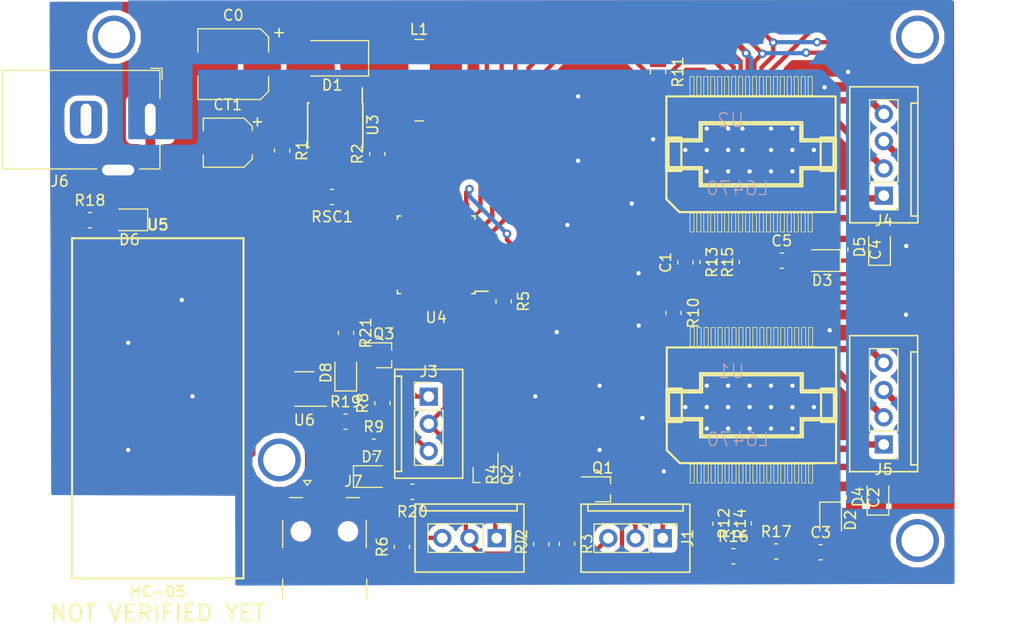
<source format=kicad_pcb>
(kicad_pcb (version 20171130) (host pcbnew 5.0.0-rc2-dev-unknown-2c85de3~62~ubuntu16.04.1)

  (general
    (thickness 1.6)
    (drawings 6)
    (tracks 829)
    (zones 0)
    (modules 54)
    (nets 106)
  )

  (page A4)
  (layers
    (0 F.Cu signal)
    (31 B.Cu signal)
    (32 B.Adhes user)
    (33 F.Adhes user)
    (34 B.Paste user)
    (35 F.Paste user)
    (36 B.SilkS user)
    (37 F.SilkS user)
    (38 B.Mask user)
    (39 F.Mask user)
    (40 Dwgs.User user)
    (41 Cmts.User user)
    (42 Eco1.User user hide)
    (43 Eco2.User user)
    (44 Edge.Cuts user)
    (45 Margin user)
    (46 B.CrtYd user)
    (47 F.CrtYd user)
    (48 B.Fab user)
    (49 F.Fab user)
  )

  (setup
    (last_trace_width 0.4)
    (trace_clearance 0.2)
    (zone_clearance 0.508)
    (zone_45_only no)
    (trace_min 0.2)
    (segment_width 0.2)
    (edge_width 0.15)
    (via_size 0.8)
    (via_drill 0.4)
    (via_min_size 0.4)
    (via_min_drill 0.3)
    (user_via 4 3)
    (uvia_size 0.3)
    (uvia_drill 0.1)
    (uvias_allowed no)
    (uvia_min_size 0.2)
    (uvia_min_drill 0.1)
    (pcb_text_width 0.3)
    (pcb_text_size 1.5 1.5)
    (mod_edge_width 0.15)
    (mod_text_size 1 1)
    (mod_text_width 0.15)
    (pad_size 1.55 0.6)
    (pad_drill 0)
    (pad_to_mask_clearance 0.2)
    (aux_axis_origin 0 0)
    (visible_elements FFFFFF7F)
    (pcbplotparams
      (layerselection 0x010fc_ffffffff)
      (usegerberextensions false)
      (usegerberattributes false)
      (usegerberadvancedattributes false)
      (creategerberjobfile false)
      (excludeedgelayer true)
      (linewidth 0.100000)
      (plotframeref false)
      (viasonmask false)
      (mode 1)
      (useauxorigin false)
      (hpglpennumber 1)
      (hpglpenspeed 20)
      (hpglpendiameter 15)
      (psnegative false)
      (psa4output false)
      (plotreference true)
      (plotvalue true)
      (plotinvisibletext false)
      (padsonsilk false)
      (subtractmaskfromsilk false)
      (outputformat 1)
      (mirror false)
      (drillshape 1)
      (scaleselection 1)
      (outputdirectory ""))
  )

  (net 0 "")
  (net 1 +3V3)
  (net 2 GND)
  (net 3 +BATT)
  (net 4 "Net-(C2-Pad2)")
  (net 5 "Net-(C3-Pad2)")
  (net 6 "Net-(C3-Pad1)")
  (net 7 "Net-(C4-Pad2)")
  (net 8 "Net-(C5-Pad2)")
  (net 9 "Net-(C5-Pad1)")
  (net 10 "Net-(CT1-Pad1)")
  (net 11 "Net-(D1-Pad1)")
  (net 12 "Net-(J1-Pad3)")
  (net 13 POS_X)
  (net 14 "Net-(J1-Pad1)")
  (net 15 "Net-(J2-Pad3)")
  (net 16 POS_Y)
  (net 17 "Net-(J2-Pad1)")
  (net 18 "Net-(J3-Pad1)")
  (net 19 NEEDLE)
  (net 20 "Net-(J3-Pad3)")
  (net 21 POS_X_EN)
  (net 22 POS_Y_EN)
  (net 23 NEEDLE_EN)
  (net 24 "Net-(R1-Pad1)")
  (net 25 /BOOT0)
  (net 26 /CS1n)
  (net 27 /CS2n)
  (net 28 "Net-(R12-Pad2)")
  (net 29 "Net-(R13-Pad2)")
  (net 30 "Net-(R14-Pad1)")
  (net 31 "Net-(R15-Pad1)")
  (net 32 "Net-(R16-Pad2)")
  (net 33 "Net-(RSC1-Pad1)")
  (net 34 /MOT1_2A)
  (net 35 "Net-(U1-Pad32)")
  (net 36 /FLAGn1)
  (net 37 /BUSYn1)
  (net 38 /MOSI)
  (net 39 /SPICLK)
  (net 40 /MISO)
  (net 41 /MOT1_2B)
  (net 42 /MOT1_1B)
  (net 43 "Net-(U1-Pad11)")
  (net 44 "Net-(U1-Pad10)")
  (net 45 /MOT1_1A)
  (net 46 /MOT2_1A)
  (net 47 "Net-(U2-Pad8)")
  (net 48 "Net-(U2-Pad10)")
  (net 49 "Net-(U2-Pad11)")
  (net 50 /MOT2_1B)
  (net 51 /MOT2_2B)
  (net 52 /BUSYn2)
  (net 53 /FLAGn2)
  (net 54 "Net-(U2-Pad32)")
  (net 55 /MOT2_2A)
  (net 56 "Net-(U4-Pad2)")
  (net 57 "Net-(U4-Pad3)")
  (net 58 "Net-(U4-Pad4)")
  (net 59 "Net-(U4-Pad10)")
  (net 60 "Net-(U4-Pad14)")
  (net 61 "Net-(U4-Pad15)")
  (net 62 "Net-(U4-Pad18)")
  (net 63 /USB_DM)
  (net 64 /USB_DP)
  (net 65 /BT_RX)
  (net 66 /BT_TX)
  (net 67 "Net-(J6-Pad2)")
  (net 68 "Net-(D6-Pad2)")
  (net 69 "Net-(R18-Pad1)")
  (net 70 "Net-(U5-Pad14)")
  (net 71 "Net-(U5-Pad15)")
  (net 72 "Net-(U5-Pad16)")
  (net 73 "Net-(U5-Pad17)")
  (net 74 "Net-(U5-Pad18)")
  (net 75 "Net-(U5-Pad19)")
  (net 76 "Net-(U5-Pad20)")
  (net 77 "Net-(U5-Pad3)")
  (net 78 "Net-(U5-Pad4)")
  (net 79 "Net-(U5-Pad5)")
  (net 80 "Net-(U5-Pad6)")
  (net 81 "Net-(U5-Pad7)")
  (net 82 "Net-(U5-Pad8)")
  (net 83 "Net-(U5-Pad9)")
  (net 84 "Net-(U5-Pad10)")
  (net 85 "Net-(U5-Pad11)")
  (net 86 "Net-(U5-Pad23)")
  (net 87 "Net-(U5-Pad25)")
  (net 88 "Net-(U5-Pad26)")
  (net 89 "Net-(U5-Pad27)")
  (net 90 "Net-(U5-Pad28)")
  (net 91 "Net-(U5-Pad29)")
  (net 92 "Net-(U5-Pad30)")
  (net 93 "Net-(U5-Pad31)")
  (net 94 "Net-(U5-Pad32)")
  (net 95 "Net-(U5-Pad33)")
  (net 96 "Net-(U5-Pad34)")
  (net 97 "Net-(J7-Pad1)")
  (net 98 "Net-(J7-Pad4)")
  (net 99 "Net-(D7-Pad2)")
  (net 100 "Net-(D8-Pad2)")
  (net 101 "Net-(R20-Pad1)")
  (net 102 "Net-(R21-Pad1)")
  (net 103 "Net-(U6-Pad3)")
  (net 104 "Net-(U6-Pad6)")
  (net 105 "Net-(U6-Pad5)")

  (net_class Default "This is the default net class."
    (clearance 0.2)
    (trace_width 0.4)
    (via_dia 0.8)
    (via_drill 0.4)
    (uvia_dia 0.3)
    (uvia_drill 0.1)
    (add_net +3V3)
    (add_net /BOOT0)
    (add_net /BT_RX)
    (add_net /BT_TX)
    (add_net /BUSYn1)
    (add_net /BUSYn2)
    (add_net /CS1n)
    (add_net /CS2n)
    (add_net /FLAGn1)
    (add_net /FLAGn2)
    (add_net /MISO)
    (add_net /MOSI)
    (add_net /SPICLK)
    (add_net /USB_DM)
    (add_net /USB_DP)
    (add_net GND)
    (add_net NEEDLE)
    (add_net NEEDLE_EN)
    (add_net "Net-(C2-Pad2)")
    (add_net "Net-(C3-Pad1)")
    (add_net "Net-(C3-Pad2)")
    (add_net "Net-(C4-Pad2)")
    (add_net "Net-(C5-Pad1)")
    (add_net "Net-(C5-Pad2)")
    (add_net "Net-(CT1-Pad1)")
    (add_net "Net-(D1-Pad1)")
    (add_net "Net-(D6-Pad2)")
    (add_net "Net-(D7-Pad2)")
    (add_net "Net-(D8-Pad2)")
    (add_net "Net-(J1-Pad1)")
    (add_net "Net-(J1-Pad3)")
    (add_net "Net-(J2-Pad1)")
    (add_net "Net-(J2-Pad3)")
    (add_net "Net-(J3-Pad1)")
    (add_net "Net-(J3-Pad3)")
    (add_net "Net-(J6-Pad2)")
    (add_net "Net-(J7-Pad1)")
    (add_net "Net-(J7-Pad4)")
    (add_net "Net-(R1-Pad1)")
    (add_net "Net-(R12-Pad2)")
    (add_net "Net-(R13-Pad2)")
    (add_net "Net-(R14-Pad1)")
    (add_net "Net-(R15-Pad1)")
    (add_net "Net-(R16-Pad2)")
    (add_net "Net-(R18-Pad1)")
    (add_net "Net-(R20-Pad1)")
    (add_net "Net-(R21-Pad1)")
    (add_net "Net-(RSC1-Pad1)")
    (add_net "Net-(U1-Pad10)")
    (add_net "Net-(U1-Pad11)")
    (add_net "Net-(U1-Pad32)")
    (add_net "Net-(U2-Pad10)")
    (add_net "Net-(U2-Pad11)")
    (add_net "Net-(U2-Pad32)")
    (add_net "Net-(U2-Pad8)")
    (add_net "Net-(U4-Pad10)")
    (add_net "Net-(U4-Pad14)")
    (add_net "Net-(U4-Pad15)")
    (add_net "Net-(U4-Pad18)")
    (add_net "Net-(U4-Pad2)")
    (add_net "Net-(U4-Pad3)")
    (add_net "Net-(U4-Pad4)")
    (add_net "Net-(U5-Pad10)")
    (add_net "Net-(U5-Pad11)")
    (add_net "Net-(U5-Pad14)")
    (add_net "Net-(U5-Pad15)")
    (add_net "Net-(U5-Pad16)")
    (add_net "Net-(U5-Pad17)")
    (add_net "Net-(U5-Pad18)")
    (add_net "Net-(U5-Pad19)")
    (add_net "Net-(U5-Pad20)")
    (add_net "Net-(U5-Pad23)")
    (add_net "Net-(U5-Pad25)")
    (add_net "Net-(U5-Pad26)")
    (add_net "Net-(U5-Pad27)")
    (add_net "Net-(U5-Pad28)")
    (add_net "Net-(U5-Pad29)")
    (add_net "Net-(U5-Pad3)")
    (add_net "Net-(U5-Pad30)")
    (add_net "Net-(U5-Pad31)")
    (add_net "Net-(U5-Pad32)")
    (add_net "Net-(U5-Pad33)")
    (add_net "Net-(U5-Pad34)")
    (add_net "Net-(U5-Pad4)")
    (add_net "Net-(U5-Pad5)")
    (add_net "Net-(U5-Pad6)")
    (add_net "Net-(U5-Pad7)")
    (add_net "Net-(U5-Pad8)")
    (add_net "Net-(U5-Pad9)")
    (add_net "Net-(U6-Pad3)")
    (add_net "Net-(U6-Pad5)")
    (add_net "Net-(U6-Pad6)")
    (add_net POS_X)
    (add_net POS_X_EN)
    (add_net POS_Y)
    (add_net POS_Y_EN)
  )

  (net_class "power drivers" ""
    (clearance 0.2)
    (trace_width 0.9)
    (via_dia 0.8)
    (via_drill 0.4)
    (uvia_dia 0.3)
    (uvia_drill 0.1)
    (add_net +BATT)
  )

  (net_class "power motors" ""
    (clearance 0.1)
    (trace_width 0.6)
    (via_dia 0.8)
    (via_drill 0.4)
    (uvia_dia 0.3)
    (uvia_drill 0.1)
    (add_net /MOT1_1A)
    (add_net /MOT1_1B)
    (add_net /MOT1_2A)
    (add_net /MOT1_2B)
    (add_net /MOT2_1A)
    (add_net /MOT2_1B)
    (add_net /MOT2_2A)
    (add_net /MOT2_2B)
  )

  (module OE_lib:POWERSO36 (layer F.Cu) (tedit 5AAAD641) (tstamp 5AA8E7E2)
    (at 184.17286 109.8296)
    (descr "36 LEADS POWER SMALL OUTLINE PACKAGE")
    (tags "36 LEADS POWER SMALL OUTLINE PACKAGE")
    (path /5A9F0D24)
    (attr smd)
    (fp_text reference U1 (at -1.905 -3.175) (layer B.SilkS)
      (effects (font (size 1.27 1.27) (thickness 0.0889)) (justify mirror))
    )
    (fp_text value L6470 (at -1.27 3.175) (layer B.SilkS)
      (effects (font (size 1.27 1.27) (thickness 0.0889)) (justify mirror))
    )
    (fp_line (start -5.715 7.24916) (end -5.334 7.24916) (layer F.SilkS) (width 0.06604))
    (fp_line (start -5.334 7.24916) (end -5.334 5.4991) (layer F.SilkS) (width 0.06604))
    (fp_line (start -5.715 5.4991) (end -5.334 5.4991) (layer F.SilkS) (width 0.06604))
    (fp_line (start -5.715 7.24916) (end -5.715 5.4991) (layer F.SilkS) (width 0.06604))
    (fp_line (start -5.06476 7.24916) (end -4.68376 7.24916) (layer F.SilkS) (width 0.06604))
    (fp_line (start -4.68376 7.24916) (end -4.68376 5.4991) (layer F.SilkS) (width 0.06604))
    (fp_line (start -5.06476 5.4991) (end -4.68376 5.4991) (layer F.SilkS) (width 0.06604))
    (fp_line (start -5.06476 7.24916) (end -5.06476 5.4991) (layer F.SilkS) (width 0.06604))
    (fp_line (start -4.41452 7.24916) (end -4.03352 7.24916) (layer F.SilkS) (width 0.06604))
    (fp_line (start -4.03352 7.24916) (end -4.03352 5.4991) (layer F.SilkS) (width 0.06604))
    (fp_line (start -4.41452 5.4991) (end -4.03352 5.4991) (layer F.SilkS) (width 0.06604))
    (fp_line (start -4.41452 7.24916) (end -4.41452 5.4991) (layer F.SilkS) (width 0.06604))
    (fp_line (start -3.76428 7.24916) (end -3.38328 7.24916) (layer F.SilkS) (width 0.06604))
    (fp_line (start -3.38328 7.24916) (end -3.38328 5.4991) (layer F.SilkS) (width 0.06604))
    (fp_line (start -3.76428 5.4991) (end -3.38328 5.4991) (layer F.SilkS) (width 0.06604))
    (fp_line (start -3.76428 7.24916) (end -3.76428 5.4991) (layer F.SilkS) (width 0.06604))
    (fp_line (start -3.11404 7.24916) (end -2.73304 7.24916) (layer F.SilkS) (width 0.06604))
    (fp_line (start -2.73304 7.24916) (end -2.73304 5.4991) (layer F.SilkS) (width 0.06604))
    (fp_line (start -3.11404 5.4991) (end -2.73304 5.4991) (layer F.SilkS) (width 0.06604))
    (fp_line (start -3.11404 7.24916) (end -3.11404 5.4991) (layer F.SilkS) (width 0.06604))
    (fp_line (start -2.4638 7.24916) (end -2.0828 7.24916) (layer F.SilkS) (width 0.06604))
    (fp_line (start -2.0828 7.24916) (end -2.0828 5.4991) (layer F.SilkS) (width 0.06604))
    (fp_line (start -2.4638 5.4991) (end -2.0828 5.4991) (layer F.SilkS) (width 0.06604))
    (fp_line (start -2.4638 7.24916) (end -2.4638 5.4991) (layer F.SilkS) (width 0.06604))
    (fp_line (start -1.81356 7.24916) (end -1.43256 7.24916) (layer F.SilkS) (width 0.06604))
    (fp_line (start -1.43256 7.24916) (end -1.43256 5.4991) (layer F.SilkS) (width 0.06604))
    (fp_line (start -1.81356 5.4991) (end -1.43256 5.4991) (layer F.SilkS) (width 0.06604))
    (fp_line (start -1.81356 7.24916) (end -1.81356 5.4991) (layer F.SilkS) (width 0.06604))
    (fp_line (start -1.16332 7.24916) (end -0.78486 7.24916) (layer F.SilkS) (width 0.06604))
    (fp_line (start -0.78486 7.24916) (end -0.78486 5.4991) (layer F.SilkS) (width 0.06604))
    (fp_line (start -1.16332 5.4991) (end -0.78486 5.4991) (layer F.SilkS) (width 0.06604))
    (fp_line (start -1.16332 7.24916) (end -1.16332 5.4991) (layer F.SilkS) (width 0.06604))
    (fp_line (start -0.51308 7.24916) (end -0.13462 7.24916) (layer F.SilkS) (width 0.06604))
    (fp_line (start -0.13462 7.24916) (end -0.13462 5.4991) (layer F.SilkS) (width 0.06604))
    (fp_line (start -0.51308 5.4991) (end -0.13462 5.4991) (layer F.SilkS) (width 0.06604))
    (fp_line (start -0.51308 7.24916) (end -0.51308 5.4991) (layer F.SilkS) (width 0.06604))
    (fp_line (start 0.13462 7.24916) (end 0.51308 7.24916) (layer F.SilkS) (width 0.06604))
    (fp_line (start 0.51308 7.24916) (end 0.51308 5.4991) (layer F.SilkS) (width 0.06604))
    (fp_line (start 0.13462 5.4991) (end 0.51308 5.4991) (layer F.SilkS) (width 0.06604))
    (fp_line (start 0.13462 7.24916) (end 0.13462 5.4991) (layer F.SilkS) (width 0.06604))
    (fp_line (start 0.78486 7.24916) (end 1.16332 7.24916) (layer F.SilkS) (width 0.06604))
    (fp_line (start 1.16332 7.24916) (end 1.16332 5.4991) (layer F.SilkS) (width 0.06604))
    (fp_line (start 0.78486 5.4991) (end 1.16332 5.4991) (layer F.SilkS) (width 0.06604))
    (fp_line (start 0.78486 7.24916) (end 0.78486 5.4991) (layer F.SilkS) (width 0.06604))
    (fp_line (start 1.43256 7.24916) (end 1.81356 7.24916) (layer F.SilkS) (width 0.06604))
    (fp_line (start 1.81356 7.24916) (end 1.81356 5.4991) (layer F.SilkS) (width 0.06604))
    (fp_line (start 1.43256 5.4991) (end 1.81356 5.4991) (layer F.SilkS) (width 0.06604))
    (fp_line (start 1.43256 7.24916) (end 1.43256 5.4991) (layer F.SilkS) (width 0.06604))
    (fp_line (start 2.0828 7.24916) (end 2.4638 7.24916) (layer F.SilkS) (width 0.06604))
    (fp_line (start 2.4638 7.24916) (end 2.4638 5.4991) (layer F.SilkS) (width 0.06604))
    (fp_line (start 2.0828 5.4991) (end 2.4638 5.4991) (layer F.SilkS) (width 0.06604))
    (fp_line (start 2.0828 7.24916) (end 2.0828 5.4991) (layer F.SilkS) (width 0.06604))
    (fp_line (start 2.73304 7.24916) (end 3.11404 7.24916) (layer F.SilkS) (width 0.06604))
    (fp_line (start 3.11404 7.24916) (end 3.11404 5.4991) (layer F.SilkS) (width 0.06604))
    (fp_line (start 2.73304 5.4991) (end 3.11404 5.4991) (layer F.SilkS) (width 0.06604))
    (fp_line (start 2.73304 7.24916) (end 2.73304 5.4991) (layer F.SilkS) (width 0.06604))
    (fp_line (start 3.38328 7.24916) (end 3.76428 7.24916) (layer F.SilkS) (width 0.06604))
    (fp_line (start 3.76428 7.24916) (end 3.76428 5.4991) (layer F.SilkS) (width 0.06604))
    (fp_line (start 3.38328 5.4991) (end 3.76428 5.4991) (layer F.SilkS) (width 0.06604))
    (fp_line (start 3.38328 7.24916) (end 3.38328 5.4991) (layer F.SilkS) (width 0.06604))
    (fp_line (start 4.03352 7.24916) (end 4.41452 7.24916) (layer F.SilkS) (width 0.06604))
    (fp_line (start 4.41452 7.24916) (end 4.41452 5.4991) (layer F.SilkS) (width 0.06604))
    (fp_line (start 4.03352 5.4991) (end 4.41452 5.4991) (layer F.SilkS) (width 0.06604))
    (fp_line (start 4.03352 7.24916) (end 4.03352 5.4991) (layer F.SilkS) (width 0.06604))
    (fp_line (start 4.68376 7.24916) (end 5.06476 7.24916) (layer F.SilkS) (width 0.06604))
    (fp_line (start 5.06476 7.24916) (end 5.06476 5.4991) (layer F.SilkS) (width 0.06604))
    (fp_line (start 4.68376 5.4991) (end 5.06476 5.4991) (layer F.SilkS) (width 0.06604))
    (fp_line (start 4.68376 7.24916) (end 4.68376 5.4991) (layer F.SilkS) (width 0.06604))
    (fp_line (start 5.334 7.24916) (end 5.715 7.24916) (layer F.SilkS) (width 0.06604))
    (fp_line (start 5.715 7.24916) (end 5.715 5.4991) (layer F.SilkS) (width 0.06604))
    (fp_line (start 5.334 5.4991) (end 5.715 5.4991) (layer F.SilkS) (width 0.06604))
    (fp_line (start 5.334 7.24916) (end 5.334 5.4991) (layer F.SilkS) (width 0.06604))
    (fp_line (start 5.334 -5.4991) (end 5.715 -5.4991) (layer F.SilkS) (width 0.06604))
    (fp_line (start 5.715 -5.4991) (end 5.715 -7.24916) (layer F.SilkS) (width 0.06604))
    (fp_line (start 5.334 -7.24916) (end 5.715 -7.24916) (layer F.SilkS) (width 0.06604))
    (fp_line (start 5.334 -5.4991) (end 5.334 -7.24916) (layer F.SilkS) (width 0.06604))
    (fp_line (start 4.68376 -5.4991) (end 5.06476 -5.4991) (layer F.SilkS) (width 0.06604))
    (fp_line (start 5.06476 -5.4991) (end 5.06476 -7.24916) (layer F.SilkS) (width 0.06604))
    (fp_line (start 4.68376 -7.24916) (end 5.06476 -7.24916) (layer F.SilkS) (width 0.06604))
    (fp_line (start 4.68376 -5.4991) (end 4.68376 -7.24916) (layer F.SilkS) (width 0.06604))
    (fp_line (start 4.03352 -5.4991) (end 4.41452 -5.4991) (layer F.SilkS) (width 0.06604))
    (fp_line (start 4.41452 -5.4991) (end 4.41452 -7.24916) (layer F.SilkS) (width 0.06604))
    (fp_line (start 4.03352 -7.24916) (end 4.41452 -7.24916) (layer F.SilkS) (width 0.06604))
    (fp_line (start 4.03352 -5.4991) (end 4.03352 -7.24916) (layer F.SilkS) (width 0.06604))
    (fp_line (start 3.38328 -5.4991) (end 3.76428 -5.4991) (layer F.SilkS) (width 0.06604))
    (fp_line (start 3.76428 -5.4991) (end 3.76428 -7.24916) (layer F.SilkS) (width 0.06604))
    (fp_line (start 3.38328 -7.24916) (end 3.76428 -7.24916) (layer F.SilkS) (width 0.06604))
    (fp_line (start 3.38328 -5.4991) (end 3.38328 -7.24916) (layer F.SilkS) (width 0.06604))
    (fp_line (start 2.73304 -5.4991) (end 3.11404 -5.4991) (layer F.SilkS) (width 0.06604))
    (fp_line (start 3.11404 -5.4991) (end 3.11404 -7.24916) (layer F.SilkS) (width 0.06604))
    (fp_line (start 2.73304 -7.24916) (end 3.11404 -7.24916) (layer F.SilkS) (width 0.06604))
    (fp_line (start 2.73304 -5.4991) (end 2.73304 -7.24916) (layer F.SilkS) (width 0.06604))
    (fp_line (start 2.0828 -5.4991) (end 2.4638 -5.4991) (layer F.SilkS) (width 0.06604))
    (fp_line (start 2.4638 -5.4991) (end 2.4638 -7.24916) (layer F.SilkS) (width 0.06604))
    (fp_line (start 2.0828 -7.24916) (end 2.4638 -7.24916) (layer F.SilkS) (width 0.06604))
    (fp_line (start 2.0828 -5.4991) (end 2.0828 -7.24916) (layer F.SilkS) (width 0.06604))
    (fp_line (start 1.43256 -5.4991) (end 1.81356 -5.4991) (layer F.SilkS) (width 0.06604))
    (fp_line (start 1.81356 -5.4991) (end 1.81356 -7.24916) (layer F.SilkS) (width 0.06604))
    (fp_line (start 1.43256 -7.24916) (end 1.81356 -7.24916) (layer F.SilkS) (width 0.06604))
    (fp_line (start 1.43256 -5.4991) (end 1.43256 -7.24916) (layer F.SilkS) (width 0.06604))
    (fp_line (start 0.78486 -5.4991) (end 1.16332 -5.4991) (layer F.SilkS) (width 0.06604))
    (fp_line (start 1.16332 -5.4991) (end 1.16332 -7.24916) (layer F.SilkS) (width 0.06604))
    (fp_line (start 0.78486 -7.24916) (end 1.16332 -7.24916) (layer F.SilkS) (width 0.06604))
    (fp_line (start 0.78486 -5.4991) (end 0.78486 -7.24916) (layer F.SilkS) (width 0.06604))
    (fp_line (start 0.13462 -5.4991) (end 0.51308 -5.4991) (layer F.SilkS) (width 0.06604))
    (fp_line (start 0.51308 -5.4991) (end 0.51308 -7.24916) (layer F.SilkS) (width 0.06604))
    (fp_line (start 0.13462 -7.24916) (end 0.51308 -7.24916) (layer F.SilkS) (width 0.06604))
    (fp_line (start 0.13462 -5.4991) (end 0.13462 -7.24916) (layer F.SilkS) (width 0.06604))
    (fp_line (start -0.51308 -5.4991) (end -0.13462 -5.4991) (layer F.SilkS) (width 0.06604))
    (fp_line (start -0.13462 -5.4991) (end -0.13462 -7.24916) (layer F.SilkS) (width 0.06604))
    (fp_line (start -0.51308 -7.24916) (end -0.13462 -7.24916) (layer F.SilkS) (width 0.06604))
    (fp_line (start -0.51308 -5.4991) (end -0.51308 -7.24916) (layer F.SilkS) (width 0.06604))
    (fp_line (start -1.16332 -5.4991) (end -0.78486 -5.4991) (layer F.SilkS) (width 0.06604))
    (fp_line (start -0.78486 -5.4991) (end -0.78486 -7.24916) (layer F.SilkS) (width 0.06604))
    (fp_line (start -1.16332 -7.24916) (end -0.78486 -7.24916) (layer F.SilkS) (width 0.06604))
    (fp_line (start -1.16332 -5.4991) (end -1.16332 -7.24916) (layer F.SilkS) (width 0.06604))
    (fp_line (start -1.81356 -5.4991) (end -1.43256 -5.4991) (layer F.SilkS) (width 0.06604))
    (fp_line (start -1.43256 -5.4991) (end -1.43256 -7.24916) (layer F.SilkS) (width 0.06604))
    (fp_line (start -1.81356 -7.24916) (end -1.43256 -7.24916) (layer F.SilkS) (width 0.06604))
    (fp_line (start -1.81356 -5.4991) (end -1.81356 -7.24916) (layer F.SilkS) (width 0.06604))
    (fp_line (start -2.4638 -5.4991) (end -2.0828 -5.4991) (layer F.SilkS) (width 0.06604))
    (fp_line (start -2.0828 -5.4991) (end -2.0828 -7.24916) (layer F.SilkS) (width 0.06604))
    (fp_line (start -2.4638 -7.24916) (end -2.0828 -7.24916) (layer F.SilkS) (width 0.06604))
    (fp_line (start -2.4638 -5.4991) (end -2.4638 -7.24916) (layer F.SilkS) (width 0.06604))
    (fp_line (start -3.11404 -5.4991) (end -2.73304 -5.4991) (layer F.SilkS) (width 0.06604))
    (fp_line (start -2.73304 -5.4991) (end -2.73304 -7.24916) (layer F.SilkS) (width 0.06604))
    (fp_line (start -3.11404 -7.24916) (end -2.73304 -7.24916) (layer F.SilkS) (width 0.06604))
    (fp_line (start -3.11404 -5.4991) (end -3.11404 -7.24916) (layer F.SilkS) (width 0.06604))
    (fp_line (start -3.76428 -5.4991) (end -3.38328 -5.4991) (layer F.SilkS) (width 0.06604))
    (fp_line (start -3.38328 -5.4991) (end -3.38328 -7.24916) (layer F.SilkS) (width 0.06604))
    (fp_line (start -3.76428 -7.24916) (end -3.38328 -7.24916) (layer F.SilkS) (width 0.06604))
    (fp_line (start -3.76428 -5.4991) (end -3.76428 -7.24916) (layer F.SilkS) (width 0.06604))
    (fp_line (start -4.41452 -5.4991) (end -4.03352 -5.4991) (layer F.SilkS) (width 0.06604))
    (fp_line (start -4.03352 -5.4991) (end -4.03352 -7.24916) (layer F.SilkS) (width 0.06604))
    (fp_line (start -4.41452 -7.24916) (end -4.03352 -7.24916) (layer F.SilkS) (width 0.06604))
    (fp_line (start -4.41452 -5.4991) (end -4.41452 -7.24916) (layer F.SilkS) (width 0.06604))
    (fp_line (start -5.06476 -5.4991) (end -4.68376 -5.4991) (layer F.SilkS) (width 0.06604))
    (fp_line (start -4.68376 -5.4991) (end -4.68376 -7.24916) (layer F.SilkS) (width 0.06604))
    (fp_line (start -5.06476 -7.24916) (end -4.68376 -7.24916) (layer F.SilkS) (width 0.06604))
    (fp_line (start -5.06476 -5.4991) (end -5.06476 -7.24916) (layer F.SilkS) (width 0.06604))
    (fp_line (start -5.715 -5.4991) (end -5.334 -5.4991) (layer F.SilkS) (width 0.06604))
    (fp_line (start -5.334 -5.4991) (end -5.334 -7.24916) (layer F.SilkS) (width 0.06604))
    (fp_line (start -5.715 -7.24916) (end -5.334 -7.24916) (layer F.SilkS) (width 0.06604))
    (fp_line (start -5.715 -5.4991) (end -5.715 -7.24916) (layer F.SilkS) (width 0.06604))
    (fp_line (start -7.99846 1.4986) (end -6.49986 1.4986) (layer F.SilkS) (width 0.06604))
    (fp_line (start -6.49986 1.4986) (end -6.49986 -1.4986) (layer F.SilkS) (width 0.06604))
    (fp_line (start -7.99846 -1.4986) (end -6.49986 -1.4986) (layer F.SilkS) (width 0.06604))
    (fp_line (start -7.99846 1.4986) (end -7.99846 -1.4986) (layer F.SilkS) (width 0.06604))
    (fp_line (start 6.49986 1.4986) (end 7.99846 1.4986) (layer F.SilkS) (width 0.06604))
    (fp_line (start 7.99846 1.4986) (end 7.99846 -1.4986) (layer F.SilkS) (width 0.06604))
    (fp_line (start 6.49986 -1.4986) (end 7.99846 -1.4986) (layer F.SilkS) (width 0.06604))
    (fp_line (start 6.49986 1.4986) (end 6.49986 -1.4986) (layer F.SilkS) (width 0.06604))
    (fp_line (start -6.49986 5.3975) (end -6.68782 5.3975) (layer F.SilkS) (width 0.2032))
    (fp_line (start -6.68782 5.3975) (end -7.8994 4.18846) (layer F.SilkS) (width 0.2032))
    (fp_line (start -7.8994 4.18846) (end -7.8994 4.00812) (layer F.SilkS) (width 0.2032))
    (fp_line (start -7.8994 4.00812) (end -7.8994 1.55956) (layer F.SilkS) (width 0.2032))
    (fp_line (start -7.8994 1.55956) (end -6.49986 1.55956) (layer F.SilkS) (width 0.2032))
    (fp_line (start -6.49986 1.55956) (end -6.49986 -1.55956) (layer F.SilkS) (width 0.2032))
    (fp_line (start -6.49986 -1.55956) (end -7.8994 -1.55956) (layer F.SilkS) (width 0.2032))
    (fp_line (start -7.8994 -1.55956) (end -7.8994 -5.3975) (layer F.SilkS) (width 0.2032))
    (fp_line (start -7.8994 -5.3975) (end 7.8994 -5.3975) (layer F.SilkS) (width 0.2032))
    (fp_line (start 7.8994 -5.3975) (end 7.8994 -1.55956) (layer F.SilkS) (width 0.2032))
    (fp_line (start 7.8994 1.55956) (end 7.8994 5.3975) (layer F.SilkS) (width 0.2032))
    (fp_line (start 7.8994 5.3975) (end -6.49986 5.3975) (layer F.SilkS) (width 0.2032))
    (fp_line (start 7.8994 -1.55956) (end 6.49986 -1.55956) (layer F.SilkS) (width 0.2032))
    (fp_line (start 6.49986 -1.55956) (end 6.49986 1.55956) (layer F.SilkS) (width 0.2032))
    (fp_line (start 6.49986 1.55956) (end 7.8994 1.55956) (layer F.SilkS) (width 0.2032))
    (fp_line (start -4.89966 1.39954) (end -7.8994 1.39954) (layer F.SilkS) (width 0.2032))
    (fp_line (start -7.8994 1.39954) (end -7.8994 -1.39954) (layer F.SilkS) (width 0.2032))
    (fp_line (start -7.8994 -1.39954) (end -4.79806 -1.39954) (layer F.SilkS) (width 0.2032))
    (fp_line (start -4.79806 -1.39954) (end -4.79806 -2.99974) (layer F.SilkS) (width 0.2032))
    (fp_line (start -4.79806 -2.99974) (end 4.79806 -2.99974) (layer F.SilkS) (width 0.2032))
    (fp_line (start 4.79806 -2.99974) (end 4.79806 -1.39954) (layer F.SilkS) (width 0.2032))
    (fp_line (start 4.79806 -1.39954) (end 7.8994 -1.39954) (layer F.SilkS) (width 0.2032))
    (fp_line (start 7.8994 -1.39954) (end 7.8994 1.39954) (layer F.SilkS) (width 0.2032))
    (fp_line (start 7.8994 1.39954) (end 4.79806 1.39954) (layer F.SilkS) (width 0.2032))
    (fp_line (start 4.79806 1.39954) (end 4.79806 2.99974) (layer F.SilkS) (width 0.2032))
    (fp_line (start 4.79806 2.99974) (end -4.79806 2.99974) (layer F.SilkS) (width 0.2032))
    (fp_line (start -4.79806 2.99974) (end -4.79806 1.39954) (layer F.SilkS) (width 0.2032))
    (fp_line (start -4.79806 1.39954) (end -4.89966 1.39954) (layer F.SilkS) (width 0.2032))
    (fp_line (start -7.69874 -1.19888) (end -4.59994 -1.19888) (layer F.SilkS) (width 0.2032))
    (fp_line (start -4.59994 -1.19888) (end -4.59994 -2.79908) (layer F.SilkS) (width 0.2032))
    (fp_line (start -4.59994 -2.79908) (end 4.59994 -2.79908) (layer F.SilkS) (width 0.2032))
    (fp_line (start 4.59994 -2.79908) (end 4.59994 -1.19888) (layer F.SilkS) (width 0.2032))
    (fp_line (start 4.59994 -1.19888) (end 7.69874 -1.19888) (layer F.SilkS) (width 0.2032))
    (fp_line (start 7.69874 -1.19888) (end 7.69874 1.19888) (layer F.SilkS) (width 0.2032))
    (fp_line (start 7.69874 1.19888) (end 4.59994 1.19888) (layer F.SilkS) (width 0.2032))
    (fp_line (start 4.59994 1.19888) (end 4.59994 2.79908) (layer F.SilkS) (width 0.2032))
    (fp_line (start 4.59994 2.79908) (end -4.59994 2.79908) (layer F.SilkS) (width 0.2032))
    (fp_line (start -4.59994 2.79908) (end -4.59994 1.19888) (layer F.SilkS) (width 0.2032))
    (fp_line (start -4.59994 1.19888) (end -7.69874 1.19888) (layer F.SilkS) (width 0.2032))
    (fp_line (start -7.69874 1.19888) (end -7.69874 -1.19888) (layer F.SilkS) (width 0.2032))
    (pad 1 smd rect (at -5.5245 6.69798) (size 0.39878 1.39954) (layers F.Cu F.Paste F.Mask)
      (net 2 GND))
    (pad 2 smd rect (at -4.87426 6.69798) (size 0.39878 1.39954) (layers F.Cu F.Paste F.Mask)
      (net 45 /MOT1_1A))
    (pad 3 smd rect (at -4.22402 6.69798) (size 0.39878 1.39954) (layers F.Cu F.Paste F.Mask)
      (net 45 /MOT1_1A))
    (pad 4 smd rect (at -3.57378 6.69798) (size 0.39878 1.39954) (layers F.Cu F.Paste F.Mask)
      (net 3 +BATT))
    (pad 5 smd rect (at -2.92354 6.69798) (size 0.39878 1.39954) (layers F.Cu F.Paste F.Mask)
      (net 3 +BATT))
    (pad 6 smd rect (at -2.2733 6.69798) (size 0.39878 1.39954) (layers F.Cu F.Paste F.Mask)
      (net 30 "Net-(R14-Pad1)"))
    (pad 7 smd rect (at -1.62306 6.69798) (size 0.39878 1.39954) (layers F.Cu F.Paste F.Mask)
      (net 28 "Net-(R12-Pad2)"))
    (pad 8 smd rect (at -0.97282 6.69798) (size 0.39878 1.39954) (layers F.Cu F.Paste F.Mask)
      (net 32 "Net-(R16-Pad2)"))
    (pad 9 smd rect (at -0.32258 6.69798) (size 0.39878 1.39954) (layers F.Cu F.Paste F.Mask)
      (net 3 +BATT))
    (pad 10 smd rect (at 0.32258 6.69798) (size 0.39878 1.39954) (layers F.Cu F.Paste F.Mask)
      (net 44 "Net-(U1-Pad10)"))
    (pad 11 smd rect (at 0.97282 6.69798) (size 0.39878 1.39954) (layers F.Cu F.Paste F.Mask)
      (net 43 "Net-(U1-Pad11)"))
    (pad 12 smd rect (at 1.62306 6.69798) (size 0.39878 1.39954) (layers F.Cu F.Paste F.Mask)
      (net 2 GND))
    (pad 13 smd rect (at 2.2733 6.69798) (size 0.39878 1.39954) (layers F.Cu F.Paste F.Mask)
      (net 6 "Net-(C3-Pad1)"))
    (pad 14 smd rect (at 2.92354 6.69798) (size 0.39878 1.39954) (layers F.Cu F.Paste F.Mask)
      (net 4 "Net-(C2-Pad2)"))
    (pad 15 smd rect (at 3.57378 6.69798) (size 0.39878 1.39954) (layers F.Cu F.Paste F.Mask)
      (net 3 +BATT))
    (pad 16 smd rect (at 4.22402 6.69798) (size 0.39878 1.39954) (layers F.Cu F.Paste F.Mask)
      (net 3 +BATT))
    (pad 17 smd rect (at 4.87426 6.69798) (size 0.39878 1.39954) (layers F.Cu F.Paste F.Mask)
      (net 42 /MOT1_1B))
    (pad 18 smd rect (at 5.5245 6.69798) (size 0.39878 1.39954) (layers F.Cu F.Paste F.Mask)
      (net 42 /MOT1_1B))
    (pad 19 smd rect (at 5.5245 -6.69798) (size 0.39878 1.39954) (layers F.Cu F.Paste F.Mask)
      (net 2 GND))
    (pad 20 smd rect (at 4.87426 -6.69798) (size 0.39878 1.39954) (layers F.Cu F.Paste F.Mask)
      (net 41 /MOT1_2B))
    (pad 21 smd rect (at 4.22402 -6.69798) (size 0.39878 1.39954) (layers F.Cu F.Paste F.Mask)
      (net 41 /MOT1_2B))
    (pad 22 smd rect (at 3.57378 -6.69798) (size 0.39878 1.39954) (layers F.Cu F.Paste F.Mask)
      (net 3 +BATT))
    (pad 23 smd rect (at 2.92354 -6.69798) (size 0.39878 1.39954) (layers F.Cu F.Paste F.Mask)
      (net 3 +BATT))
    (pad 24 smd rect (at 2.2733 -6.69798) (size 0.39878 1.39954) (layers F.Cu F.Paste F.Mask)
      (net 3 +BATT))
    (pad 25 smd rect (at 1.62306 -6.69798) (size 0.39878 1.39954) (layers F.Cu F.Paste F.Mask)
      (net 40 /MISO))
    (pad 26 smd rect (at 0.97282 -6.69798) (size 0.39878 1.39954) (layers F.Cu F.Paste F.Mask)
      (net 39 /SPICLK))
    (pad 27 smd rect (at 0.32258 -6.69798) (size 0.39878 1.39954) (layers F.Cu F.Paste F.Mask)
      (net 38 /MOSI))
    (pad 28 smd rect (at -0.32258 -6.69798) (size 0.39878 1.39954) (layers F.Cu F.Paste F.Mask)
      (net 2 GND))
    (pad 29 smd rect (at -0.97282 -6.69798) (size 0.39878 1.39954) (layers F.Cu F.Paste F.Mask)
      (net 37 /BUSYn1))
    (pad 30 smd rect (at -1.62306 -6.69798) (size 0.39878 1.39954) (layers F.Cu F.Paste F.Mask)
      (net 26 /CS1n))
    (pad 31 smd rect (at -2.2733 -6.69798) (size 0.39878 1.39954) (layers F.Cu F.Paste F.Mask)
      (net 36 /FLAGn1))
    (pad 32 smd rect (at -2.92354 -6.69798) (size 0.39878 1.39954) (layers F.Cu F.Paste F.Mask)
      (net 35 "Net-(U1-Pad32)"))
    (pad 33 smd rect (at -3.57378 -6.69798) (size 0.39878 1.39954) (layers F.Cu F.Paste F.Mask)
      (net 3 +BATT))
    (pad 34 smd rect (at -4.22402 -6.69798) (size 0.39878 1.39954) (layers F.Cu F.Paste F.Mask)
      (net 3 +BATT))
    (pad 35 smd rect (at -4.87426 -6.69798) (size 0.39878 1.39954) (layers F.Cu F.Paste F.Mask)
      (net 34 /MOT1_2A))
    (pad 36 smd rect (at -5.5245 -6.69798) (size 0.39878 1.39954) (layers F.Cu F.Paste F.Mask)
      (net 34 /MOT1_2A))
    (pad GND smd rect (at 0 0) (size 9.79932 6.1976) (layers F.Cu F.Paste F.Mask)
      (net 2 GND) (zone_connect 2))
    (pad GND smd rect (at -6.44906 0) (size 3.0988 2.89814) (layers F.Cu F.Paste F.Mask)
      (net 2 GND) (zone_connect 2))
    (pad GND smd rect (at 6.44906 0) (size 3.0988 2.89814) (layers F.Cu F.Paste F.Mask)
      (net 2 GND) (zone_connect 2))
  )

  (module OE_lib:POWERSO36 (layer F.Cu) (tedit 5AAAD641) (tstamp 5AB1300C)
    (at 184.13476 86.3981)
    (descr "36 LEADS POWER SMALL OUTLINE PACKAGE")
    (tags "36 LEADS POWER SMALL OUTLINE PACKAGE")
    (path /5AA11281)
    (attr smd)
    (fp_text reference U2 (at -1.905 -3.175) (layer B.SilkS)
      (effects (font (size 1.27 1.27) (thickness 0.0889)) (justify mirror))
    )
    (fp_text value L6470 (at -1.27 3.175) (layer B.SilkS)
      (effects (font (size 1.27 1.27) (thickness 0.0889)) (justify mirror))
    )
    (fp_line (start -5.715 7.24916) (end -5.334 7.24916) (layer F.SilkS) (width 0.06604))
    (fp_line (start -5.334 7.24916) (end -5.334 5.4991) (layer F.SilkS) (width 0.06604))
    (fp_line (start -5.715 5.4991) (end -5.334 5.4991) (layer F.SilkS) (width 0.06604))
    (fp_line (start -5.715 7.24916) (end -5.715 5.4991) (layer F.SilkS) (width 0.06604))
    (fp_line (start -5.06476 7.24916) (end -4.68376 7.24916) (layer F.SilkS) (width 0.06604))
    (fp_line (start -4.68376 7.24916) (end -4.68376 5.4991) (layer F.SilkS) (width 0.06604))
    (fp_line (start -5.06476 5.4991) (end -4.68376 5.4991) (layer F.SilkS) (width 0.06604))
    (fp_line (start -5.06476 7.24916) (end -5.06476 5.4991) (layer F.SilkS) (width 0.06604))
    (fp_line (start -4.41452 7.24916) (end -4.03352 7.24916) (layer F.SilkS) (width 0.06604))
    (fp_line (start -4.03352 7.24916) (end -4.03352 5.4991) (layer F.SilkS) (width 0.06604))
    (fp_line (start -4.41452 5.4991) (end -4.03352 5.4991) (layer F.SilkS) (width 0.06604))
    (fp_line (start -4.41452 7.24916) (end -4.41452 5.4991) (layer F.SilkS) (width 0.06604))
    (fp_line (start -3.76428 7.24916) (end -3.38328 7.24916) (layer F.SilkS) (width 0.06604))
    (fp_line (start -3.38328 7.24916) (end -3.38328 5.4991) (layer F.SilkS) (width 0.06604))
    (fp_line (start -3.76428 5.4991) (end -3.38328 5.4991) (layer F.SilkS) (width 0.06604))
    (fp_line (start -3.76428 7.24916) (end -3.76428 5.4991) (layer F.SilkS) (width 0.06604))
    (fp_line (start -3.11404 7.24916) (end -2.73304 7.24916) (layer F.SilkS) (width 0.06604))
    (fp_line (start -2.73304 7.24916) (end -2.73304 5.4991) (layer F.SilkS) (width 0.06604))
    (fp_line (start -3.11404 5.4991) (end -2.73304 5.4991) (layer F.SilkS) (width 0.06604))
    (fp_line (start -3.11404 7.24916) (end -3.11404 5.4991) (layer F.SilkS) (width 0.06604))
    (fp_line (start -2.4638 7.24916) (end -2.0828 7.24916) (layer F.SilkS) (width 0.06604))
    (fp_line (start -2.0828 7.24916) (end -2.0828 5.4991) (layer F.SilkS) (width 0.06604))
    (fp_line (start -2.4638 5.4991) (end -2.0828 5.4991) (layer F.SilkS) (width 0.06604))
    (fp_line (start -2.4638 7.24916) (end -2.4638 5.4991) (layer F.SilkS) (width 0.06604))
    (fp_line (start -1.81356 7.24916) (end -1.43256 7.24916) (layer F.SilkS) (width 0.06604))
    (fp_line (start -1.43256 7.24916) (end -1.43256 5.4991) (layer F.SilkS) (width 0.06604))
    (fp_line (start -1.81356 5.4991) (end -1.43256 5.4991) (layer F.SilkS) (width 0.06604))
    (fp_line (start -1.81356 7.24916) (end -1.81356 5.4991) (layer F.SilkS) (width 0.06604))
    (fp_line (start -1.16332 7.24916) (end -0.78486 7.24916) (layer F.SilkS) (width 0.06604))
    (fp_line (start -0.78486 7.24916) (end -0.78486 5.4991) (layer F.SilkS) (width 0.06604))
    (fp_line (start -1.16332 5.4991) (end -0.78486 5.4991) (layer F.SilkS) (width 0.06604))
    (fp_line (start -1.16332 7.24916) (end -1.16332 5.4991) (layer F.SilkS) (width 0.06604))
    (fp_line (start -0.51308 7.24916) (end -0.13462 7.24916) (layer F.SilkS) (width 0.06604))
    (fp_line (start -0.13462 7.24916) (end -0.13462 5.4991) (layer F.SilkS) (width 0.06604))
    (fp_line (start -0.51308 5.4991) (end -0.13462 5.4991) (layer F.SilkS) (width 0.06604))
    (fp_line (start -0.51308 7.24916) (end -0.51308 5.4991) (layer F.SilkS) (width 0.06604))
    (fp_line (start 0.13462 7.24916) (end 0.51308 7.24916) (layer F.SilkS) (width 0.06604))
    (fp_line (start 0.51308 7.24916) (end 0.51308 5.4991) (layer F.SilkS) (width 0.06604))
    (fp_line (start 0.13462 5.4991) (end 0.51308 5.4991) (layer F.SilkS) (width 0.06604))
    (fp_line (start 0.13462 7.24916) (end 0.13462 5.4991) (layer F.SilkS) (width 0.06604))
    (fp_line (start 0.78486 7.24916) (end 1.16332 7.24916) (layer F.SilkS) (width 0.06604))
    (fp_line (start 1.16332 7.24916) (end 1.16332 5.4991) (layer F.SilkS) (width 0.06604))
    (fp_line (start 0.78486 5.4991) (end 1.16332 5.4991) (layer F.SilkS) (width 0.06604))
    (fp_line (start 0.78486 7.24916) (end 0.78486 5.4991) (layer F.SilkS) (width 0.06604))
    (fp_line (start 1.43256 7.24916) (end 1.81356 7.24916) (layer F.SilkS) (width 0.06604))
    (fp_line (start 1.81356 7.24916) (end 1.81356 5.4991) (layer F.SilkS) (width 0.06604))
    (fp_line (start 1.43256 5.4991) (end 1.81356 5.4991) (layer F.SilkS) (width 0.06604))
    (fp_line (start 1.43256 7.24916) (end 1.43256 5.4991) (layer F.SilkS) (width 0.06604))
    (fp_line (start 2.0828 7.24916) (end 2.4638 7.24916) (layer F.SilkS) (width 0.06604))
    (fp_line (start 2.4638 7.24916) (end 2.4638 5.4991) (layer F.SilkS) (width 0.06604))
    (fp_line (start 2.0828 5.4991) (end 2.4638 5.4991) (layer F.SilkS) (width 0.06604))
    (fp_line (start 2.0828 7.24916) (end 2.0828 5.4991) (layer F.SilkS) (width 0.06604))
    (fp_line (start 2.73304 7.24916) (end 3.11404 7.24916) (layer F.SilkS) (width 0.06604))
    (fp_line (start 3.11404 7.24916) (end 3.11404 5.4991) (layer F.SilkS) (width 0.06604))
    (fp_line (start 2.73304 5.4991) (end 3.11404 5.4991) (layer F.SilkS) (width 0.06604))
    (fp_line (start 2.73304 7.24916) (end 2.73304 5.4991) (layer F.SilkS) (width 0.06604))
    (fp_line (start 3.38328 7.24916) (end 3.76428 7.24916) (layer F.SilkS) (width 0.06604))
    (fp_line (start 3.76428 7.24916) (end 3.76428 5.4991) (layer F.SilkS) (width 0.06604))
    (fp_line (start 3.38328 5.4991) (end 3.76428 5.4991) (layer F.SilkS) (width 0.06604))
    (fp_line (start 3.38328 7.24916) (end 3.38328 5.4991) (layer F.SilkS) (width 0.06604))
    (fp_line (start 4.03352 7.24916) (end 4.41452 7.24916) (layer F.SilkS) (width 0.06604))
    (fp_line (start 4.41452 7.24916) (end 4.41452 5.4991) (layer F.SilkS) (width 0.06604))
    (fp_line (start 4.03352 5.4991) (end 4.41452 5.4991) (layer F.SilkS) (width 0.06604))
    (fp_line (start 4.03352 7.24916) (end 4.03352 5.4991) (layer F.SilkS) (width 0.06604))
    (fp_line (start 4.68376 7.24916) (end 5.06476 7.24916) (layer F.SilkS) (width 0.06604))
    (fp_line (start 5.06476 7.24916) (end 5.06476 5.4991) (layer F.SilkS) (width 0.06604))
    (fp_line (start 4.68376 5.4991) (end 5.06476 5.4991) (layer F.SilkS) (width 0.06604))
    (fp_line (start 4.68376 7.24916) (end 4.68376 5.4991) (layer F.SilkS) (width 0.06604))
    (fp_line (start 5.334 7.24916) (end 5.715 7.24916) (layer F.SilkS) (width 0.06604))
    (fp_line (start 5.715 7.24916) (end 5.715 5.4991) (layer F.SilkS) (width 0.06604))
    (fp_line (start 5.334 5.4991) (end 5.715 5.4991) (layer F.SilkS) (width 0.06604))
    (fp_line (start 5.334 7.24916) (end 5.334 5.4991) (layer F.SilkS) (width 0.06604))
    (fp_line (start 5.334 -5.4991) (end 5.715 -5.4991) (layer F.SilkS) (width 0.06604))
    (fp_line (start 5.715 -5.4991) (end 5.715 -7.24916) (layer F.SilkS) (width 0.06604))
    (fp_line (start 5.334 -7.24916) (end 5.715 -7.24916) (layer F.SilkS) (width 0.06604))
    (fp_line (start 5.334 -5.4991) (end 5.334 -7.24916) (layer F.SilkS) (width 0.06604))
    (fp_line (start 4.68376 -5.4991) (end 5.06476 -5.4991) (layer F.SilkS) (width 0.06604))
    (fp_line (start 5.06476 -5.4991) (end 5.06476 -7.24916) (layer F.SilkS) (width 0.06604))
    (fp_line (start 4.68376 -7.24916) (end 5.06476 -7.24916) (layer F.SilkS) (width 0.06604))
    (fp_line (start 4.68376 -5.4991) (end 4.68376 -7.24916) (layer F.SilkS) (width 0.06604))
    (fp_line (start 4.03352 -5.4991) (end 4.41452 -5.4991) (layer F.SilkS) (width 0.06604))
    (fp_line (start 4.41452 -5.4991) (end 4.41452 -7.24916) (layer F.SilkS) (width 0.06604))
    (fp_line (start 4.03352 -7.24916) (end 4.41452 -7.24916) (layer F.SilkS) (width 0.06604))
    (fp_line (start 4.03352 -5.4991) (end 4.03352 -7.24916) (layer F.SilkS) (width 0.06604))
    (fp_line (start 3.38328 -5.4991) (end 3.76428 -5.4991) (layer F.SilkS) (width 0.06604))
    (fp_line (start 3.76428 -5.4991) (end 3.76428 -7.24916) (layer F.SilkS) (width 0.06604))
    (fp_line (start 3.38328 -7.24916) (end 3.76428 -7.24916) (layer F.SilkS) (width 0.06604))
    (fp_line (start 3.38328 -5.4991) (end 3.38328 -7.24916) (layer F.SilkS) (width 0.06604))
    (fp_line (start 2.73304 -5.4991) (end 3.11404 -5.4991) (layer F.SilkS) (width 0.06604))
    (fp_line (start 3.11404 -5.4991) (end 3.11404 -7.24916) (layer F.SilkS) (width 0.06604))
    (fp_line (start 2.73304 -7.24916) (end 3.11404 -7.24916) (layer F.SilkS) (width 0.06604))
    (fp_line (start 2.73304 -5.4991) (end 2.73304 -7.24916) (layer F.SilkS) (width 0.06604))
    (fp_line (start 2.0828 -5.4991) (end 2.4638 -5.4991) (layer F.SilkS) (width 0.06604))
    (fp_line (start 2.4638 -5.4991) (end 2.4638 -7.24916) (layer F.SilkS) (width 0.06604))
    (fp_line (start 2.0828 -7.24916) (end 2.4638 -7.24916) (layer F.SilkS) (width 0.06604))
    (fp_line (start 2.0828 -5.4991) (end 2.0828 -7.24916) (layer F.SilkS) (width 0.06604))
    (fp_line (start 1.43256 -5.4991) (end 1.81356 -5.4991) (layer F.SilkS) (width 0.06604))
    (fp_line (start 1.81356 -5.4991) (end 1.81356 -7.24916) (layer F.SilkS) (width 0.06604))
    (fp_line (start 1.43256 -7.24916) (end 1.81356 -7.24916) (layer F.SilkS) (width 0.06604))
    (fp_line (start 1.43256 -5.4991) (end 1.43256 -7.24916) (layer F.SilkS) (width 0.06604))
    (fp_line (start 0.78486 -5.4991) (end 1.16332 -5.4991) (layer F.SilkS) (width 0.06604))
    (fp_line (start 1.16332 -5.4991) (end 1.16332 -7.24916) (layer F.SilkS) (width 0.06604))
    (fp_line (start 0.78486 -7.24916) (end 1.16332 -7.24916) (layer F.SilkS) (width 0.06604))
    (fp_line (start 0.78486 -5.4991) (end 0.78486 -7.24916) (layer F.SilkS) (width 0.06604))
    (fp_line (start 0.13462 -5.4991) (end 0.51308 -5.4991) (layer F.SilkS) (width 0.06604))
    (fp_line (start 0.51308 -5.4991) (end 0.51308 -7.24916) (layer F.SilkS) (width 0.06604))
    (fp_line (start 0.13462 -7.24916) (end 0.51308 -7.24916) (layer F.SilkS) (width 0.06604))
    (fp_line (start 0.13462 -5.4991) (end 0.13462 -7.24916) (layer F.SilkS) (width 0.06604))
    (fp_line (start -0.51308 -5.4991) (end -0.13462 -5.4991) (layer F.SilkS) (width 0.06604))
    (fp_line (start -0.13462 -5.4991) (end -0.13462 -7.24916) (layer F.SilkS) (width 0.06604))
    (fp_line (start -0.51308 -7.24916) (end -0.13462 -7.24916) (layer F.SilkS) (width 0.06604))
    (fp_line (start -0.51308 -5.4991) (end -0.51308 -7.24916) (layer F.SilkS) (width 0.06604))
    (fp_line (start -1.16332 -5.4991) (end -0.78486 -5.4991) (layer F.SilkS) (width 0.06604))
    (fp_line (start -0.78486 -5.4991) (end -0.78486 -7.24916) (layer F.SilkS) (width 0.06604))
    (fp_line (start -1.16332 -7.24916) (end -0.78486 -7.24916) (layer F.SilkS) (width 0.06604))
    (fp_line (start -1.16332 -5.4991) (end -1.16332 -7.24916) (layer F.SilkS) (width 0.06604))
    (fp_line (start -1.81356 -5.4991) (end -1.43256 -5.4991) (layer F.SilkS) (width 0.06604))
    (fp_line (start -1.43256 -5.4991) (end -1.43256 -7.24916) (layer F.SilkS) (width 0.06604))
    (fp_line (start -1.81356 -7.24916) (end -1.43256 -7.24916) (layer F.SilkS) (width 0.06604))
    (fp_line (start -1.81356 -5.4991) (end -1.81356 -7.24916) (layer F.SilkS) (width 0.06604))
    (fp_line (start -2.4638 -5.4991) (end -2.0828 -5.4991) (layer F.SilkS) (width 0.06604))
    (fp_line (start -2.0828 -5.4991) (end -2.0828 -7.24916) (layer F.SilkS) (width 0.06604))
    (fp_line (start -2.4638 -7.24916) (end -2.0828 -7.24916) (layer F.SilkS) (width 0.06604))
    (fp_line (start -2.4638 -5.4991) (end -2.4638 -7.24916) (layer F.SilkS) (width 0.06604))
    (fp_line (start -3.11404 -5.4991) (end -2.73304 -5.4991) (layer F.SilkS) (width 0.06604))
    (fp_line (start -2.73304 -5.4991) (end -2.73304 -7.24916) (layer F.SilkS) (width 0.06604))
    (fp_line (start -3.11404 -7.24916) (end -2.73304 -7.24916) (layer F.SilkS) (width 0.06604))
    (fp_line (start -3.11404 -5.4991) (end -3.11404 -7.24916) (layer F.SilkS) (width 0.06604))
    (fp_line (start -3.76428 -5.4991) (end -3.38328 -5.4991) (layer F.SilkS) (width 0.06604))
    (fp_line (start -3.38328 -5.4991) (end -3.38328 -7.24916) (layer F.SilkS) (width 0.06604))
    (fp_line (start -3.76428 -7.24916) (end -3.38328 -7.24916) (layer F.SilkS) (width 0.06604))
    (fp_line (start -3.76428 -5.4991) (end -3.76428 -7.24916) (layer F.SilkS) (width 0.06604))
    (fp_line (start -4.41452 -5.4991) (end -4.03352 -5.4991) (layer F.SilkS) (width 0.06604))
    (fp_line (start -4.03352 -5.4991) (end -4.03352 -7.24916) (layer F.SilkS) (width 0.06604))
    (fp_line (start -4.41452 -7.24916) (end -4.03352 -7.24916) (layer F.SilkS) (width 0.06604))
    (fp_line (start -4.41452 -5.4991) (end -4.41452 -7.24916) (layer F.SilkS) (width 0.06604))
    (fp_line (start -5.06476 -5.4991) (end -4.68376 -5.4991) (layer F.SilkS) (width 0.06604))
    (fp_line (start -4.68376 -5.4991) (end -4.68376 -7.24916) (layer F.SilkS) (width 0.06604))
    (fp_line (start -5.06476 -7.24916) (end -4.68376 -7.24916) (layer F.SilkS) (width 0.06604))
    (fp_line (start -5.06476 -5.4991) (end -5.06476 -7.24916) (layer F.SilkS) (width 0.06604))
    (fp_line (start -5.715 -5.4991) (end -5.334 -5.4991) (layer F.SilkS) (width 0.06604))
    (fp_line (start -5.334 -5.4991) (end -5.334 -7.24916) (layer F.SilkS) (width 0.06604))
    (fp_line (start -5.715 -7.24916) (end -5.334 -7.24916) (layer F.SilkS) (width 0.06604))
    (fp_line (start -5.715 -5.4991) (end -5.715 -7.24916) (layer F.SilkS) (width 0.06604))
    (fp_line (start -7.99846 1.4986) (end -6.49986 1.4986) (layer F.SilkS) (width 0.06604))
    (fp_line (start -6.49986 1.4986) (end -6.49986 -1.4986) (layer F.SilkS) (width 0.06604))
    (fp_line (start -7.99846 -1.4986) (end -6.49986 -1.4986) (layer F.SilkS) (width 0.06604))
    (fp_line (start -7.99846 1.4986) (end -7.99846 -1.4986) (layer F.SilkS) (width 0.06604))
    (fp_line (start 6.49986 1.4986) (end 7.99846 1.4986) (layer F.SilkS) (width 0.06604))
    (fp_line (start 7.99846 1.4986) (end 7.99846 -1.4986) (layer F.SilkS) (width 0.06604))
    (fp_line (start 6.49986 -1.4986) (end 7.99846 -1.4986) (layer F.SilkS) (width 0.06604))
    (fp_line (start 6.49986 1.4986) (end 6.49986 -1.4986) (layer F.SilkS) (width 0.06604))
    (fp_line (start -6.49986 5.3975) (end -6.68782 5.3975) (layer F.SilkS) (width 0.2032))
    (fp_line (start -6.68782 5.3975) (end -7.8994 4.18846) (layer F.SilkS) (width 0.2032))
    (fp_line (start -7.8994 4.18846) (end -7.8994 4.00812) (layer F.SilkS) (width 0.2032))
    (fp_line (start -7.8994 4.00812) (end -7.8994 1.55956) (layer F.SilkS) (width 0.2032))
    (fp_line (start -7.8994 1.55956) (end -6.49986 1.55956) (layer F.SilkS) (width 0.2032))
    (fp_line (start -6.49986 1.55956) (end -6.49986 -1.55956) (layer F.SilkS) (width 0.2032))
    (fp_line (start -6.49986 -1.55956) (end -7.8994 -1.55956) (layer F.SilkS) (width 0.2032))
    (fp_line (start -7.8994 -1.55956) (end -7.8994 -5.3975) (layer F.SilkS) (width 0.2032))
    (fp_line (start -7.8994 -5.3975) (end 7.8994 -5.3975) (layer F.SilkS) (width 0.2032))
    (fp_line (start 7.8994 -5.3975) (end 7.8994 -1.55956) (layer F.SilkS) (width 0.2032))
    (fp_line (start 7.8994 1.55956) (end 7.8994 5.3975) (layer F.SilkS) (width 0.2032))
    (fp_line (start 7.8994 5.3975) (end -6.49986 5.3975) (layer F.SilkS) (width 0.2032))
    (fp_line (start 7.8994 -1.55956) (end 6.49986 -1.55956) (layer F.SilkS) (width 0.2032))
    (fp_line (start 6.49986 -1.55956) (end 6.49986 1.55956) (layer F.SilkS) (width 0.2032))
    (fp_line (start 6.49986 1.55956) (end 7.8994 1.55956) (layer F.SilkS) (width 0.2032))
    (fp_line (start -4.89966 1.39954) (end -7.8994 1.39954) (layer F.SilkS) (width 0.2032))
    (fp_line (start -7.8994 1.39954) (end -7.8994 -1.39954) (layer F.SilkS) (width 0.2032))
    (fp_line (start -7.8994 -1.39954) (end -4.79806 -1.39954) (layer F.SilkS) (width 0.2032))
    (fp_line (start -4.79806 -1.39954) (end -4.79806 -2.99974) (layer F.SilkS) (width 0.2032))
    (fp_line (start -4.79806 -2.99974) (end 4.79806 -2.99974) (layer F.SilkS) (width 0.2032))
    (fp_line (start 4.79806 -2.99974) (end 4.79806 -1.39954) (layer F.SilkS) (width 0.2032))
    (fp_line (start 4.79806 -1.39954) (end 7.8994 -1.39954) (layer F.SilkS) (width 0.2032))
    (fp_line (start 7.8994 -1.39954) (end 7.8994 1.39954) (layer F.SilkS) (width 0.2032))
    (fp_line (start 7.8994 1.39954) (end 4.79806 1.39954) (layer F.SilkS) (width 0.2032))
    (fp_line (start 4.79806 1.39954) (end 4.79806 2.99974) (layer F.SilkS) (width 0.2032))
    (fp_line (start 4.79806 2.99974) (end -4.79806 2.99974) (layer F.SilkS) (width 0.2032))
    (fp_line (start -4.79806 2.99974) (end -4.79806 1.39954) (layer F.SilkS) (width 0.2032))
    (fp_line (start -4.79806 1.39954) (end -4.89966 1.39954) (layer F.SilkS) (width 0.2032))
    (fp_line (start -7.69874 -1.19888) (end -4.59994 -1.19888) (layer F.SilkS) (width 0.2032))
    (fp_line (start -4.59994 -1.19888) (end -4.59994 -2.79908) (layer F.SilkS) (width 0.2032))
    (fp_line (start -4.59994 -2.79908) (end 4.59994 -2.79908) (layer F.SilkS) (width 0.2032))
    (fp_line (start 4.59994 -2.79908) (end 4.59994 -1.19888) (layer F.SilkS) (width 0.2032))
    (fp_line (start 4.59994 -1.19888) (end 7.69874 -1.19888) (layer F.SilkS) (width 0.2032))
    (fp_line (start 7.69874 -1.19888) (end 7.69874 1.19888) (layer F.SilkS) (width 0.2032))
    (fp_line (start 7.69874 1.19888) (end 4.59994 1.19888) (layer F.SilkS) (width 0.2032))
    (fp_line (start 4.59994 1.19888) (end 4.59994 2.79908) (layer F.SilkS) (width 0.2032))
    (fp_line (start 4.59994 2.79908) (end -4.59994 2.79908) (layer F.SilkS) (width 0.2032))
    (fp_line (start -4.59994 2.79908) (end -4.59994 1.19888) (layer F.SilkS) (width 0.2032))
    (fp_line (start -4.59994 1.19888) (end -7.69874 1.19888) (layer F.SilkS) (width 0.2032))
    (fp_line (start -7.69874 1.19888) (end -7.69874 -1.19888) (layer F.SilkS) (width 0.2032))
    (pad 1 smd rect (at -5.5245 6.69798) (size 0.39878 1.39954) (layers F.Cu F.Paste F.Mask)
      (net 2 GND))
    (pad 2 smd rect (at -4.87426 6.69798) (size 0.39878 1.39954) (layers F.Cu F.Paste F.Mask)
      (net 46 /MOT2_1A))
    (pad 3 smd rect (at -4.22402 6.69798) (size 0.39878 1.39954) (layers F.Cu F.Paste F.Mask)
      (net 46 /MOT2_1A))
    (pad 4 smd rect (at -3.57378 6.69798) (size 0.39878 1.39954) (layers F.Cu F.Paste F.Mask)
      (net 3 +BATT))
    (pad 5 smd rect (at -2.92354 6.69798) (size 0.39878 1.39954) (layers F.Cu F.Paste F.Mask)
      (net 3 +BATT))
    (pad 6 smd rect (at -2.2733 6.69798) (size 0.39878 1.39954) (layers F.Cu F.Paste F.Mask)
      (net 31 "Net-(R15-Pad1)"))
    (pad 7 smd rect (at -1.62306 6.69798) (size 0.39878 1.39954) (layers F.Cu F.Paste F.Mask)
      (net 29 "Net-(R13-Pad2)"))
    (pad 8 smd rect (at -0.97282 6.69798) (size 0.39878 1.39954) (layers F.Cu F.Paste F.Mask)
      (net 47 "Net-(U2-Pad8)"))
    (pad 9 smd rect (at -0.32258 6.69798) (size 0.39878 1.39954) (layers F.Cu F.Paste F.Mask)
      (net 3 +BATT))
    (pad 10 smd rect (at 0.32258 6.69798) (size 0.39878 1.39954) (layers F.Cu F.Paste F.Mask)
      (net 48 "Net-(U2-Pad10)"))
    (pad 11 smd rect (at 0.97282 6.69798) (size 0.39878 1.39954) (layers F.Cu F.Paste F.Mask)
      (net 49 "Net-(U2-Pad11)"))
    (pad 12 smd rect (at 1.62306 6.69798) (size 0.39878 1.39954) (layers F.Cu F.Paste F.Mask)
      (net 2 GND))
    (pad 13 smd rect (at 2.2733 6.69798) (size 0.39878 1.39954) (layers F.Cu F.Paste F.Mask)
      (net 9 "Net-(C5-Pad1)"))
    (pad 14 smd rect (at 2.92354 6.69798) (size 0.39878 1.39954) (layers F.Cu F.Paste F.Mask)
      (net 7 "Net-(C4-Pad2)"))
    (pad 15 smd rect (at 3.57378 6.69798) (size 0.39878 1.39954) (layers F.Cu F.Paste F.Mask)
      (net 3 +BATT))
    (pad 16 smd rect (at 4.22402 6.69798) (size 0.39878 1.39954) (layers F.Cu F.Paste F.Mask)
      (net 3 +BATT))
    (pad 17 smd rect (at 4.87426 6.69798) (size 0.39878 1.39954) (layers F.Cu F.Paste F.Mask)
      (net 50 /MOT2_1B))
    (pad 18 smd rect (at 5.5245 6.69798) (size 0.39878 1.39954) (layers F.Cu F.Paste F.Mask)
      (net 50 /MOT2_1B))
    (pad 19 smd rect (at 5.5245 -6.69798) (size 0.39878 1.39954) (layers F.Cu F.Paste F.Mask)
      (net 2 GND))
    (pad 20 smd rect (at 4.87426 -6.69798) (size 0.39878 1.39954) (layers F.Cu F.Paste F.Mask)
      (net 51 /MOT2_2B))
    (pad 21 smd rect (at 4.22402 -6.69798) (size 0.39878 1.39954) (layers F.Cu F.Paste F.Mask)
      (net 51 /MOT2_2B))
    (pad 22 smd rect (at 3.57378 -6.69798) (size 0.39878 1.39954) (layers F.Cu F.Paste F.Mask)
      (net 3 +BATT))
    (pad 23 smd rect (at 2.92354 -6.69798) (size 0.39878 1.39954) (layers F.Cu F.Paste F.Mask)
      (net 3 +BATT))
    (pad 24 smd rect (at 2.2733 -6.69798) (size 0.39878 1.39954) (layers F.Cu F.Paste F.Mask)
      (net 3 +BATT))
    (pad 25 smd rect (at 1.62306 -6.69798) (size 0.39878 1.39954) (layers F.Cu F.Paste F.Mask)
      (net 40 /MISO))
    (pad 26 smd rect (at 0.97282 -6.69798) (size 0.39878 1.39954) (layers F.Cu F.Paste F.Mask)
      (net 39 /SPICLK))
    (pad 27 smd rect (at 0.32258 -6.69798) (size 0.39878 1.39954) (layers F.Cu F.Paste F.Mask)
      (net 38 /MOSI))
    (pad 28 smd rect (at -0.32258 -6.69798) (size 0.39878 1.39954) (layers F.Cu F.Paste F.Mask)
      (net 2 GND))
    (pad 29 smd rect (at -0.97282 -6.69798) (size 0.39878 1.39954) (layers F.Cu F.Paste F.Mask)
      (net 52 /BUSYn2))
    (pad 30 smd rect (at -1.62306 -6.69798) (size 0.39878 1.39954) (layers F.Cu F.Paste F.Mask)
      (net 27 /CS2n))
    (pad 31 smd rect (at -2.2733 -6.69798) (size 0.39878 1.39954) (layers F.Cu F.Paste F.Mask)
      (net 53 /FLAGn2))
    (pad 32 smd rect (at -2.92354 -6.69798) (size 0.39878 1.39954) (layers F.Cu F.Paste F.Mask)
      (net 54 "Net-(U2-Pad32)"))
    (pad 33 smd rect (at -3.57378 -6.69798) (size 0.39878 1.39954) (layers F.Cu F.Paste F.Mask)
      (net 3 +BATT))
    (pad 34 smd rect (at -4.22402 -6.69798) (size 0.39878 1.39954) (layers F.Cu F.Paste F.Mask)
      (net 3 +BATT))
    (pad 35 smd rect (at -4.87426 -6.69798) (size 0.39878 1.39954) (layers F.Cu F.Paste F.Mask)
      (net 55 /MOT2_2A))
    (pad 36 smd rect (at -5.5245 -6.69798) (size 0.39878 1.39954) (layers F.Cu F.Paste F.Mask)
      (net 55 /MOT2_2A))
    (pad GND smd rect (at 0 0) (size 9.79932 6.1976) (layers F.Cu F.Paste F.Mask)
      (net 2 GND) (zone_connect 2))
    (pad GND smd rect (at -6.44906 0) (size 3.0988 2.89814) (layers F.Cu F.Paste F.Mask)
      (net 2 GND) (zone_connect 2))
    (pad GND smd rect (at 6.44906 0) (size 3.0988 2.89814) (layers F.Cu F.Paste F.Mask)
      (net 2 GND) (zone_connect 2))
  )

  (module Resistor_SMD:R_0805_2012Metric_Pad1.15x1.50mm_HandSolder (layer F.Cu) (tedit 59FE48B8) (tstamp 5AB12EE4)
    (at 180.09362 96.47538 270)
    (descr "Resistor SMD 0805 (2012 Metric), square (rectangular) end terminal, IPC_7351 nominal with elongated pad for handsoldering. (Body size source: http://www.tortai-tech.com/upload/download/2011102023233369053.pdf), generated with kicad-footprint-generator")
    (tags "resistor handsolder")
    (path /5AA112B0)
    (attr smd)
    (fp_text reference R15 (at 0 -1.85 270) (layer F.SilkS)
      (effects (font (size 1 1) (thickness 0.15)))
    )
    (fp_text value 10k (at 0 1.85 270) (layer F.Fab)
      (effects (font (size 1 1) (thickness 0.15)))
    )
    (fp_text user %R (at 0 0 270) (layer F.Fab)
      (effects (font (size 0.5 0.5) (thickness 0.08)))
    )
    (fp_line (start 1.86 1) (end -1.86 1) (layer F.CrtYd) (width 0.05))
    (fp_line (start 1.86 -1) (end 1.86 1) (layer F.CrtYd) (width 0.05))
    (fp_line (start -1.86 -1) (end 1.86 -1) (layer F.CrtYd) (width 0.05))
    (fp_line (start -1.86 1) (end -1.86 -1) (layer F.CrtYd) (width 0.05))
    (fp_line (start -0.15 0.71) (end 0.15 0.71) (layer F.SilkS) (width 0.12))
    (fp_line (start -0.15 -0.71) (end 0.15 -0.71) (layer F.SilkS) (width 0.12))
    (fp_line (start 1 0.6) (end -1 0.6) (layer F.Fab) (width 0.1))
    (fp_line (start 1 -0.6) (end 1 0.6) (layer F.Fab) (width 0.1))
    (fp_line (start -1 -0.6) (end 1 -0.6) (layer F.Fab) (width 0.1))
    (fp_line (start -1 0.6) (end -1 -0.6) (layer F.Fab) (width 0.1))
    (pad 2 smd rect (at 1.0425 0 270) (size 1.145 1.5) (layers F.Cu F.Paste F.Mask)
      (net 3 +BATT))
    (pad 1 smd rect (at -1.0425 0 270) (size 1.145 1.5) (layers F.Cu F.Paste F.Mask)
      (net 31 "Net-(R15-Pad1)"))
    (model ${KISYS3DMOD}/Resistor_SMD.3dshapes/R_0805_2012Metric.wrl
      (at (xyz 0 0 0))
      (scale (xyz 1 1 1))
      (rotate (xyz 0 0 0))
    )
  )

  (module OE_lib:HC-05 (layer F.Cu) (tedit 54CF77EB) (tstamp 5AA58402)
    (at 128.76262 108.98582 180)
    (tags "HC-05, bluetooth")
    (path /5AA867D0)
    (fp_text reference U5 (at 0 16 180) (layer F.SilkS)
      (effects (font (size 1 1) (thickness 0.2)))
    )
    (fp_text value HC-05 (at 0 -18.25 180) (layer F.SilkS)
      (effects (font (size 1 1) (thickness 0.2)))
    )
    (fp_line (start 7 -16.25) (end 7 -7.5) (layer Dwgs.User) (width 0.2))
    (fp_line (start -7 -7.5) (end -7 -16.25) (layer Dwgs.User) (width 0.2))
    (fp_line (start 7 13.25) (end 6.25 13.25) (layer Dwgs.User) (width 0.2))
    (fp_line (start 7 13.25) (end 7 12.5) (layer Dwgs.User) (width 0.2))
    (fp_line (start -7 13.25) (end -6.25 13.25) (layer Dwgs.User) (width 0.2))
    (fp_line (start -7 13.25) (end -7 12.5) (layer Dwgs.User) (width 0.2))
    (fp_line (start 7 -16.25) (end -7 -16.25) (layer Dwgs.User) (width 0.2))
    (fp_text user "NOT VERIFIED YET" (at 0 -20.25 180) (layer F.SilkS)
      (effects (font (size 1.5 1.5) (thickness 0.2)))
    )
    (fp_line (start -8 14.75) (end -8 -17) (layer F.SilkS) (width 0.2))
    (fp_line (start -8 -17) (end 8 -17) (layer F.SilkS) (width 0.2))
    (fp_line (start 8 -17) (end 8 14.75) (layer F.SilkS) (width 0.2))
    (fp_line (start 8 14.75) (end -8 14.75) (layer F.SilkS) (width 0.2))
    (pad 14 smd rect (at -5.25 13.25 180) (size 1 1.8) (layers F.Cu F.Paste F.Mask)
      (net 70 "Net-(U5-Pad14)"))
    (pad 15 smd rect (at -3.75 13.25 180) (size 1 1.8) (layers F.Cu F.Paste F.Mask)
      (net 71 "Net-(U5-Pad15)"))
    (pad 16 smd rect (at -2.25 13.25 180) (size 1 1.8) (layers F.Cu F.Paste F.Mask)
      (net 72 "Net-(U5-Pad16)"))
    (pad 17 smd rect (at -0.75 13.25 180) (size 1 1.8) (layers F.Cu F.Paste F.Mask)
      (net 73 "Net-(U5-Pad17)"))
    (pad 18 smd rect (at 0.75 13.25 180) (size 1 1.8) (layers F.Cu F.Paste F.Mask)
      (net 74 "Net-(U5-Pad18)"))
    (pad 19 smd rect (at 2.25 13.25 180) (size 1 1.8) (layers F.Cu F.Paste F.Mask)
      (net 75 "Net-(U5-Pad19)"))
    (pad 20 smd rect (at 3.75 13.25 180) (size 1 1.8) (layers F.Cu F.Paste F.Mask)
      (net 76 "Net-(U5-Pad20)"))
    (pad 21 smd rect (at 5.25 13.25 180) (size 1 1.8) (layers F.Cu F.Paste F.Mask)
      (net 2 GND))
    (pad 1 smd rect (at -6.5 -6.5 270) (size 1 2) (layers F.Cu F.Paste F.Mask)
      (net 66 /BT_TX))
    (pad 2 smd rect (at -6.5 -5 270) (size 1 2) (layers F.Cu F.Paste F.Mask)
      (net 65 /BT_RX))
    (pad 3 smd rect (at -6.5 -3.5 270) (size 1 2) (layers F.Cu F.Paste F.Mask)
      (net 77 "Net-(U5-Pad3)"))
    (pad 4 smd rect (at -6.5 -2 270) (size 1 2) (layers F.Cu F.Paste F.Mask)
      (net 78 "Net-(U5-Pad4)"))
    (pad 5 smd rect (at -6.5 -0.5 270) (size 1 2) (layers F.Cu F.Paste F.Mask)
      (net 79 "Net-(U5-Pad5)"))
    (pad 6 smd rect (at -6.5 1 270) (size 1 2) (layers F.Cu F.Paste F.Mask)
      (net 80 "Net-(U5-Pad6)"))
    (pad 7 smd rect (at -6.5 2.5 270) (size 1 2) (layers F.Cu F.Paste F.Mask)
      (net 81 "Net-(U5-Pad7)"))
    (pad 8 smd rect (at -6.5 4 270) (size 1 2) (layers F.Cu F.Paste F.Mask)
      (net 82 "Net-(U5-Pad8)"))
    (pad 9 smd rect (at -6.5 5.5 270) (size 1 2) (layers F.Cu F.Paste F.Mask)
      (net 83 "Net-(U5-Pad9)"))
    (pad 10 smd rect (at -6.5 7 270) (size 1 2) (layers F.Cu F.Paste F.Mask)
      (net 84 "Net-(U5-Pad10)"))
    (pad 11 smd rect (at -6.5 8.5 270) (size 1 2) (layers F.Cu F.Paste F.Mask)
      (net 85 "Net-(U5-Pad11)"))
    (pad 12 smd rect (at -6.5 10 270) (size 1 2) (layers F.Cu F.Paste F.Mask)
      (net 1 +3V3))
    (pad 13 smd rect (at -6.5 11.5 270) (size 1 2) (layers F.Cu F.Paste F.Mask)
      (net 2 GND))
    (pad 22 smd rect (at 6.5 11.5 180) (size 2 1) (layers F.Cu F.Paste F.Mask)
      (net 2 GND))
    (pad 23 smd rect (at 6.5 10 180) (size 2 1) (layers F.Cu F.Paste F.Mask)
      (net 86 "Net-(U5-Pad23)"))
    (pad 24 smd rect (at 6.5 8.5 180) (size 2 1) (layers F.Cu F.Paste F.Mask)
      (net 69 "Net-(R18-Pad1)"))
    (pad 25 smd rect (at 6.5 7 180) (size 2 1) (layers F.Cu F.Paste F.Mask)
      (net 87 "Net-(U5-Pad25)"))
    (pad 26 smd rect (at 6.5 5.5 180) (size 2 1) (layers F.Cu F.Paste F.Mask)
      (net 88 "Net-(U5-Pad26)"))
    (pad 27 smd rect (at 6.5 4 180) (size 2 1) (layers F.Cu F.Paste F.Mask)
      (net 89 "Net-(U5-Pad27)"))
    (pad 28 smd rect (at 6.5 2.5 180) (size 2 1) (layers F.Cu F.Paste F.Mask)
      (net 90 "Net-(U5-Pad28)"))
    (pad 29 smd rect (at 6.5 1 180) (size 2 1) (layers F.Cu F.Paste F.Mask)
      (net 91 "Net-(U5-Pad29)"))
    (pad 30 smd rect (at 6.5 -0.5 180) (size 2 1) (layers F.Cu F.Paste F.Mask)
      (net 92 "Net-(U5-Pad30)"))
    (pad 31 smd rect (at 6.5 -2 180) (size 2 1) (layers F.Cu F.Paste F.Mask)
      (net 93 "Net-(U5-Pad31)"))
    (pad 32 smd rect (at 6.5 -3.5 180) (size 2 1) (layers F.Cu F.Paste F.Mask)
      (net 94 "Net-(U5-Pad32)"))
    (pad 33 smd rect (at 6.5 -5 180) (size 2 1) (layers F.Cu F.Paste F.Mask)
      (net 95 "Net-(U5-Pad33)"))
    (pad 34 smd rect (at 6.5 -6.5 180) (size 2 1) (layers F.Cu F.Paste F.Mask)
      (net 96 "Net-(U5-Pad34)"))
  )

  (module LED_SMD:LED_0805_2012Metric_Pad0.97x1.50mm_HandSolder (layer F.Cu) (tedit 5A00A67C) (tstamp 5AAB15DB)
    (at 148.7272 116.4844)
    (descr "LED SMD 0805 (2012 Metric), square (rectangular) end terminal, IPC_7351 nominal, (Body size source: http://www.tortai-tech.com/upload/download/2011102023233369053.pdf), generated with kicad-footprint-generator")
    (tags "LED handsolder")
    (path /5AC3A739)
    (attr smd)
    (fp_text reference D7 (at 0 -1.85) (layer F.SilkS)
      (effects (font (size 1 1) (thickness 0.15)))
    )
    (fp_text value LED (at 0 1.85) (layer F.Fab)
      (effects (font (size 1 1) (thickness 0.15)))
    )
    (fp_text user %R (at 0 0) (layer F.Fab)
      (effects (font (size 0.5 0.5) (thickness 0.08)))
    )
    (fp_line (start 1.69 1) (end -1.69 1) (layer F.CrtYd) (width 0.05))
    (fp_line (start 1.69 -1) (end 1.69 1) (layer F.CrtYd) (width 0.05))
    (fp_line (start -1.69 -1) (end 1.69 -1) (layer F.CrtYd) (width 0.05))
    (fp_line (start -1.69 1) (end -1.69 -1) (layer F.CrtYd) (width 0.05))
    (fp_line (start -1.7 1.01) (end 1 1.01) (layer F.SilkS) (width 0.12))
    (fp_line (start -1.7 -1.01) (end -1.7 1.01) (layer F.SilkS) (width 0.12))
    (fp_line (start 1 -1.01) (end -1.7 -1.01) (layer F.SilkS) (width 0.12))
    (fp_line (start 1 0.6) (end 1 -0.6) (layer F.Fab) (width 0.1))
    (fp_line (start -1 0.6) (end 1 0.6) (layer F.Fab) (width 0.1))
    (fp_line (start -1 -0.3) (end -1 0.6) (layer F.Fab) (width 0.1))
    (fp_line (start -0.7 -0.6) (end -1 -0.3) (layer F.Fab) (width 0.1))
    (fp_line (start 1 -0.6) (end -0.7 -0.6) (layer F.Fab) (width 0.1))
    (pad 2 smd rect (at 0.955 0) (size 0.97 1.5) (layers F.Cu F.Paste F.Mask)
      (net 99 "Net-(D7-Pad2)"))
    (pad 1 smd rect (at -0.955 0) (size 0.97 1.5) (layers F.Cu F.Paste F.Mask)
      (net 2 GND))
    (model ${KISYS3DMOD}/LED_SMD.3dshapes/LED_0805_2012Metric.wrl
      (at (xyz 0 0 0))
      (scale (xyz 1 1 1))
      (rotate (xyz 0 0 0))
    )
  )

  (module Resistor_SMD:R_0805_2012Metric_Pad1.15x1.50mm_HandSolder (layer F.Cu) (tedit 59FE48B8) (tstamp 5AB133DC)
    (at 182.33644 96.47538 90)
    (descr "Resistor SMD 0805 (2012 Metric), square (rectangular) end terminal, IPC_7351 nominal with elongated pad for handsoldering. (Body size source: http://www.tortai-tech.com/upload/download/2011102023233369053.pdf), generated with kicad-footprint-generator")
    (tags "resistor handsolder")
    (path /5AA112CC)
    (attr smd)
    (fp_text reference R13 (at 0 -1.85 90) (layer F.SilkS)
      (effects (font (size 1 1) (thickness 0.15)))
    )
    (fp_text value 10k (at 0 1.85 90) (layer F.Fab)
      (effects (font (size 1 1) (thickness 0.15)))
    )
    (fp_line (start -1 0.6) (end -1 -0.6) (layer F.Fab) (width 0.1))
    (fp_line (start -1 -0.6) (end 1 -0.6) (layer F.Fab) (width 0.1))
    (fp_line (start 1 -0.6) (end 1 0.6) (layer F.Fab) (width 0.1))
    (fp_line (start 1 0.6) (end -1 0.6) (layer F.Fab) (width 0.1))
    (fp_line (start -0.15 -0.71) (end 0.15 -0.71) (layer F.SilkS) (width 0.12))
    (fp_line (start -0.15 0.71) (end 0.15 0.71) (layer F.SilkS) (width 0.12))
    (fp_line (start -1.86 1) (end -1.86 -1) (layer F.CrtYd) (width 0.05))
    (fp_line (start -1.86 -1) (end 1.86 -1) (layer F.CrtYd) (width 0.05))
    (fp_line (start 1.86 -1) (end 1.86 1) (layer F.CrtYd) (width 0.05))
    (fp_line (start 1.86 1) (end -1.86 1) (layer F.CrtYd) (width 0.05))
    (fp_text user %R (at 0 0 90) (layer F.Fab)
      (effects (font (size 0.5 0.5) (thickness 0.08)))
    )
    (pad 1 smd rect (at -1.0425 0 90) (size 1.145 1.5) (layers F.Cu F.Paste F.Mask)
      (net 3 +BATT))
    (pad 2 smd rect (at 1.0425 0 90) (size 1.145 1.5) (layers F.Cu F.Paste F.Mask)
      (net 29 "Net-(R13-Pad2)"))
    (model ${KISYS3DMOD}/Resistor_SMD.3dshapes/R_0805_2012Metric.wrl
      (at (xyz 0 0 0))
      (scale (xyz 1 1 1))
      (rotate (xyz 0 0 0))
    )
  )

  (module Capacitor_SMD:C_0805_2012Metric_Pad1.15x1.50mm_HandSolder (layer F.Cu) (tedit 59FE48B8) (tstamp 5AB13550)
    (at 178.01082 96.5062 90)
    (descr "Capacitor SMD 0805 (2012 Metric), square (rectangular) end terminal, IPC_7351 nominal with elongated pad for handsoldering. (Body size source: http://www.tortai-tech.com/upload/download/2011102023233369053.pdf), generated with kicad-footprint-generator")
    (tags "capacitor handsolder")
    (path /5AA34C08)
    (attr smd)
    (fp_text reference C1 (at 0 -1.85 90) (layer F.SilkS)
      (effects (font (size 1 1) (thickness 0.15)))
    )
    (fp_text value C (at 0 1.85 90) (layer F.Fab)
      (effects (font (size 1 1) (thickness 0.15)))
    )
    (fp_line (start -1 0.6) (end -1 -0.6) (layer F.Fab) (width 0.1))
    (fp_line (start -1 -0.6) (end 1 -0.6) (layer F.Fab) (width 0.1))
    (fp_line (start 1 -0.6) (end 1 0.6) (layer F.Fab) (width 0.1))
    (fp_line (start 1 0.6) (end -1 0.6) (layer F.Fab) (width 0.1))
    (fp_line (start -0.15 -0.71) (end 0.15 -0.71) (layer F.SilkS) (width 0.12))
    (fp_line (start -0.15 0.71) (end 0.15 0.71) (layer F.SilkS) (width 0.12))
    (fp_line (start -1.86 1) (end -1.86 -1) (layer F.CrtYd) (width 0.05))
    (fp_line (start -1.86 -1) (end 1.86 -1) (layer F.CrtYd) (width 0.05))
    (fp_line (start 1.86 -1) (end 1.86 1) (layer F.CrtYd) (width 0.05))
    (fp_line (start 1.86 1) (end -1.86 1) (layer F.CrtYd) (width 0.05))
    (fp_text user %R (at 0 0 90) (layer F.Fab)
      (effects (font (size 0.5 0.5) (thickness 0.08)))
    )
    (pad 1 smd rect (at -1.0425 0 90) (size 1.145 1.5) (layers F.Cu F.Paste F.Mask)
      (net 3 +BATT))
    (pad 2 smd rect (at 1.0425 0 90) (size 1.145 1.5) (layers F.Cu F.Paste F.Mask)
      (net 2 GND))
    (model ${KISYS3DMOD}/Capacitor_SMD.3dshapes/C_0805_2012Metric.wrl
      (at (xyz 0 0 0))
      (scale (xyz 1 1 1))
      (rotate (xyz 0 0 0))
    )
  )

  (module Resistor_SMD:R_0805_2012Metric_Pad1.15x1.50mm_HandSolder (layer F.Cu) (tedit 59FE48B8) (tstamp 5AB8CCFA)
    (at 145.03036 90.39098 180)
    (descr "Resistor SMD 0805 (2012 Metric), square (rectangular) end terminal, IPC_7351 nominal with elongated pad for handsoldering. (Body size source: http://www.tortai-tech.com/upload/download/2011102023233369053.pdf), generated with kicad-footprint-generator")
    (tags "resistor handsolder")
    (path /5AA22644)
    (attr smd)
    (fp_text reference RSC1 (at 0 -1.85 180) (layer F.SilkS)
      (effects (font (size 1 1) (thickness 0.15)))
    )
    (fp_text value R (at 0 1.85 180) (layer F.Fab)
      (effects (font (size 1 1) (thickness 0.15)))
    )
    (fp_line (start -1 0.6) (end -1 -0.6) (layer F.Fab) (width 0.1))
    (fp_line (start -1 -0.6) (end 1 -0.6) (layer F.Fab) (width 0.1))
    (fp_line (start 1 -0.6) (end 1 0.6) (layer F.Fab) (width 0.1))
    (fp_line (start 1 0.6) (end -1 0.6) (layer F.Fab) (width 0.1))
    (fp_line (start -0.15 -0.71) (end 0.15 -0.71) (layer F.SilkS) (width 0.12))
    (fp_line (start -0.15 0.71) (end 0.15 0.71) (layer F.SilkS) (width 0.12))
    (fp_line (start -1.86 1) (end -1.86 -1) (layer F.CrtYd) (width 0.05))
    (fp_line (start -1.86 -1) (end 1.86 -1) (layer F.CrtYd) (width 0.05))
    (fp_line (start 1.86 -1) (end 1.86 1) (layer F.CrtYd) (width 0.05))
    (fp_line (start 1.86 1) (end -1.86 1) (layer F.CrtYd) (width 0.05))
    (fp_text user %R (at 0 0 180) (layer F.Fab)
      (effects (font (size 0.5 0.5) (thickness 0.08)))
    )
    (pad 1 smd rect (at -1.0425 0 180) (size 1.145 1.5) (layers F.Cu F.Paste F.Mask)
      (net 33 "Net-(RSC1-Pad1)"))
    (pad 2 smd rect (at 1.0425 0 180) (size 1.145 1.5) (layers F.Cu F.Paste F.Mask)
      (net 3 +BATT))
    (model ${KISYS3DMOD}/Resistor_SMD.3dshapes/R_0805_2012Metric.wrl
      (at (xyz 0 0 0))
      (scale (xyz 1 1 1))
      (rotate (xyz 0 0 0))
    )
  )

  (module Package_SO:SOIC-8_3.9x4.9mm_P1.27mm (layer F.Cu) (tedit 5AAAE07D) (tstamp 5AB8CEED)
    (at 145.32356 83.6727 270)
    (descr "8-Lead Plastic Small Outline (SN) - Narrow, 3.90 mm Body [SOIC] (see Microchip Packaging Specification 00000049BS.pdf)")
    (tags "SOIC 1.27")
    (path /5AA2236B)
    (attr smd)
    (fp_text reference U3 (at 0 -3.5 270) (layer F.SilkS)
      (effects (font (size 1 1) (thickness 0.15)))
    )
    (fp_text value MC34063AD (at 0 3.5 270) (layer F.Fab)
      (effects (font (size 1 1) (thickness 0.15)))
    )
    (fp_text user %R (at 0 0 270) (layer F.Fab)
      (effects (font (size 1 1) (thickness 0.15)))
    )
    (fp_line (start -0.95 -2.45) (end 1.95 -2.45) (layer F.Fab) (width 0.1))
    (fp_line (start 1.95 -2.45) (end 1.95 2.45) (layer F.Fab) (width 0.1))
    (fp_line (start 1.95 2.45) (end -1.95 2.45) (layer F.Fab) (width 0.1))
    (fp_line (start -1.95 2.45) (end -1.95 -1.45) (layer F.Fab) (width 0.1))
    (fp_line (start -1.95 -1.45) (end -0.95 -2.45) (layer F.Fab) (width 0.1))
    (fp_line (start -3.73 -2.7) (end -3.73 2.7) (layer F.CrtYd) (width 0.05))
    (fp_line (start 3.73 -2.7) (end 3.73 2.7) (layer F.CrtYd) (width 0.05))
    (fp_line (start -3.73 -2.7) (end 3.73 -2.7) (layer F.CrtYd) (width 0.05))
    (fp_line (start -3.73 2.7) (end 3.73 2.7) (layer F.CrtYd) (width 0.05))
    (fp_line (start -2.075 -2.575) (end -2.075 -2.525) (layer F.SilkS) (width 0.15))
    (fp_line (start 2.075 -2.575) (end 2.075 -2.43) (layer F.SilkS) (width 0.15))
    (fp_line (start 2.075 2.575) (end 2.075 2.43) (layer F.SilkS) (width 0.15))
    (fp_line (start -2.075 2.575) (end -2.075 2.43) (layer F.SilkS) (width 0.15))
    (fp_line (start -2.075 -2.575) (end 2.075 -2.575) (layer F.SilkS) (width 0.15))
    (fp_line (start -2.075 2.575) (end 2.075 2.575) (layer F.SilkS) (width 0.15))
    (fp_line (start -2.075 -2.525) (end -3.475 -2.525) (layer F.SilkS) (width 0.15))
    (pad 1 smd rect (at -2.7 -1.905 270) (size 1.55 0.6) (layers F.Cu F.Paste F.Mask)
      (net 33 "Net-(RSC1-Pad1)"))
    (pad 2 smd rect (at -2.7 -0.635 270) (size 1.55 0.6) (layers F.Cu F.Paste F.Mask)
      (net 11 "Net-(D1-Pad1)") (zone_connect 2))
    (pad 3 smd rect (at -2.7 0.635 270) (size 1.55 0.6) (layers F.Cu F.Paste F.Mask)
      (net 10 "Net-(CT1-Pad1)"))
    (pad 4 smd rect (at -2.7 1.905 270) (size 1.55 0.6) (layers F.Cu F.Paste F.Mask)
      (net 2 GND))
    (pad 5 smd rect (at 2.7 1.905 270) (size 1.55 0.6) (layers F.Cu F.Paste F.Mask)
      (net 24 "Net-(R1-Pad1)"))
    (pad 6 smd rect (at 2.7 0.635 270) (size 1.55 0.6) (layers F.Cu F.Paste F.Mask)
      (net 3 +BATT))
    (pad 7 smd rect (at 2.7 -0.635 270) (size 1.55 0.6) (layers F.Cu F.Paste F.Mask)
      (net 33 "Net-(RSC1-Pad1)"))
    (pad 8 smd rect (at 2.7 -1.905 270) (size 1.55 0.6) (layers F.Cu F.Paste F.Mask)
      (net 33 "Net-(RSC1-Pad1)"))
    (model ${KISYS3DMOD}/Package_SO.3dshapes/SOIC-8_3.9x4.9mm_P1.27mm.wrl
      (at (xyz 0 0 0))
      (scale (xyz 1 1 1))
      (rotate (xyz 0 0 0))
    )
  )

  (module Connector_BarrelJack:BarrelJack_Horizontal (layer F.Cu) (tedit 5A1DBF6A) (tstamp 5AB1054A)
    (at 128.05918 83.1723)
    (descr "DC Barrel Jack")
    (tags "Power Jack")
    (path /5AA624CA)
    (fp_text reference J6 (at -8.45 5.75) (layer F.SilkS)
      (effects (font (size 1 1) (thickness 0.15)))
    )
    (fp_text value Barrel_Jack (at -6.2 -5.5) (layer F.Fab)
      (effects (font (size 1 1) (thickness 0.15)))
    )
    (fp_text user %R (at -3 -2.95) (layer F.Fab)
      (effects (font (size 1 1) (thickness 0.15)))
    )
    (fp_line (start -0.003213 -4.505425) (end 0.8 -3.75) (layer F.Fab) (width 0.1))
    (fp_line (start 1.1 -3.75) (end 1.1 -4.8) (layer F.SilkS) (width 0.12))
    (fp_line (start 0.05 -4.8) (end 1.1 -4.8) (layer F.SilkS) (width 0.12))
    (fp_line (start 1 -4.5) (end 1 -4.75) (layer F.CrtYd) (width 0.05))
    (fp_line (start 1 -4.75) (end -14 -4.75) (layer F.CrtYd) (width 0.05))
    (fp_line (start 1 -4.5) (end 1 -2) (layer F.CrtYd) (width 0.05))
    (fp_line (start 1 -2) (end 2 -2) (layer F.CrtYd) (width 0.05))
    (fp_line (start 2 -2) (end 2 2) (layer F.CrtYd) (width 0.05))
    (fp_line (start 2 2) (end 1 2) (layer F.CrtYd) (width 0.05))
    (fp_line (start 1 2) (end 1 4.75) (layer F.CrtYd) (width 0.05))
    (fp_line (start 1 4.75) (end -1 4.75) (layer F.CrtYd) (width 0.05))
    (fp_line (start -1 4.75) (end -1 6.75) (layer F.CrtYd) (width 0.05))
    (fp_line (start -1 6.75) (end -5 6.75) (layer F.CrtYd) (width 0.05))
    (fp_line (start -5 6.75) (end -5 4.75) (layer F.CrtYd) (width 0.05))
    (fp_line (start -5 4.75) (end -14 4.75) (layer F.CrtYd) (width 0.05))
    (fp_line (start -14 4.75) (end -14 -4.75) (layer F.CrtYd) (width 0.05))
    (fp_line (start -5 4.6) (end -13.8 4.6) (layer F.SilkS) (width 0.12))
    (fp_line (start -13.8 4.6) (end -13.8 -4.6) (layer F.SilkS) (width 0.12))
    (fp_line (start 0.9 1.9) (end 0.9 4.6) (layer F.SilkS) (width 0.12))
    (fp_line (start 0.9 4.6) (end -1 4.6) (layer F.SilkS) (width 0.12))
    (fp_line (start -13.8 -4.6) (end 0.9 -4.6) (layer F.SilkS) (width 0.12))
    (fp_line (start 0.9 -4.6) (end 0.9 -2) (layer F.SilkS) (width 0.12))
    (fp_line (start -10.2 -4.5) (end -10.2 4.5) (layer F.Fab) (width 0.1))
    (fp_line (start -13.7 -4.5) (end -13.7 4.5) (layer F.Fab) (width 0.1))
    (fp_line (start -13.7 4.5) (end 0.8 4.5) (layer F.Fab) (width 0.1))
    (fp_line (start 0.8 4.5) (end 0.8 -3.75) (layer F.Fab) (width 0.1))
    (fp_line (start 0 -4.5) (end -13.7 -4.5) (layer F.Fab) (width 0.1))
    (pad 1 thru_hole rect (at 0 0) (size 3.5 3.5) (drill oval 1 3) (layers *.Cu *.Mask)
      (net 3 +BATT))
    (pad 2 thru_hole roundrect (at -6 0) (size 3 3.5) (drill oval 1 3) (layers *.Cu *.Mask)(roundrect_rratio 0.25)
      (net 67 "Net-(J6-Pad2)"))
    (pad 3 thru_hole roundrect (at -3 4.7) (size 3.5 3.5) (drill oval 3 1) (layers *.Cu *.Mask)(roundrect_rratio 0.25)
      (net 2 GND))
    (model ${KISYS3DMOD}/Connector_BarrelJack.3dshapes/BarrelJack_Horizontal.wrl
      (at (xyz 0 0 0))
      (scale (xyz 1 1 1))
      (rotate (xyz 0 0 0))
    )
  )

  (module Resistor_SMD:R_0805_2012Metric_Pad1.15x1.50mm_HandSolder (layer F.Cu) (tedit 59FE48B8) (tstamp 5AB13250)
    (at 186.48316 123.47448)
    (descr "Resistor SMD 0805 (2012 Metric), square (rectangular) end terminal, IPC_7351 nominal with elongated pad for handsoldering. (Body size source: http://www.tortai-tech.com/upload/download/2011102023233369053.pdf), generated with kicad-footprint-generator")
    (tags "resistor handsolder")
    (path /5AA0619A)
    (attr smd)
    (fp_text reference R17 (at 0 -1.85) (layer F.SilkS)
      (effects (font (size 1 1) (thickness 0.15)))
    )
    (fp_text value R (at 0 1.85) (layer F.Fab)
      (effects (font (size 1 1) (thickness 0.15)))
    )
    (fp_line (start -1 0.6) (end -1 -0.6) (layer F.Fab) (width 0.1))
    (fp_line (start -1 -0.6) (end 1 -0.6) (layer F.Fab) (width 0.1))
    (fp_line (start 1 -0.6) (end 1 0.6) (layer F.Fab) (width 0.1))
    (fp_line (start 1 0.6) (end -1 0.6) (layer F.Fab) (width 0.1))
    (fp_line (start -0.15 -0.71) (end 0.15 -0.71) (layer F.SilkS) (width 0.12))
    (fp_line (start -0.15 0.71) (end 0.15 0.71) (layer F.SilkS) (width 0.12))
    (fp_line (start -1.86 1) (end -1.86 -1) (layer F.CrtYd) (width 0.05))
    (fp_line (start -1.86 -1) (end 1.86 -1) (layer F.CrtYd) (width 0.05))
    (fp_line (start 1.86 -1) (end 1.86 1) (layer F.CrtYd) (width 0.05))
    (fp_line (start 1.86 1) (end -1.86 1) (layer F.CrtYd) (width 0.05))
    (fp_text user %R (at 0 0) (layer F.Fab)
      (effects (font (size 0.5 0.5) (thickness 0.08)))
    )
    (pad 1 smd rect (at -1.0425 0) (size 1.145 1.5) (layers F.Cu F.Paste F.Mask)
      (net 32 "Net-(R16-Pad2)"))
    (pad 2 smd rect (at 1.0425 0) (size 1.145 1.5) (layers F.Cu F.Paste F.Mask)
      (net 2 GND))
    (model ${KISYS3DMOD}/Resistor_SMD.3dshapes/R_0805_2012Metric.wrl
      (at (xyz 0 0 0))
      (scale (xyz 1 1 1))
      (rotate (xyz 0 0 0))
    )
  )

  (module Diode_SMD:D_0805_2012Metric_Pad0.97x1.50mm_HandSolder (layer F.Cu) (tedit 5A00A67B) (tstamp 5AB12B08)
    (at 196.12864 95.05954 90)
    (descr "Diode SMD 0805 (2012 Metric), square (rectangular) end terminal, IPC_7351 nominal, (Body size source: http://www.tortai-tech.com/upload/download/2011102023233369053.pdf), generated with kicad-footprint-generator")
    (tags "diode handsolder")
    (path /5AA112DA)
    (attr smd)
    (fp_text reference D5 (at 0 -1.85 90) (layer F.SilkS)
      (effects (font (size 1 1) (thickness 0.15)))
    )
    (fp_text value D (at 0 1.85 90) (layer F.Fab)
      (effects (font (size 1 1) (thickness 0.15)))
    )
    (fp_text user %R (at 0 0 90) (layer F.Fab)
      (effects (font (size 0.5 0.5) (thickness 0.08)))
    )
    (fp_line (start 1.69 1) (end -1.69 1) (layer F.CrtYd) (width 0.05))
    (fp_line (start 1.69 -1) (end 1.69 1) (layer F.CrtYd) (width 0.05))
    (fp_line (start -1.69 -1) (end 1.69 -1) (layer F.CrtYd) (width 0.05))
    (fp_line (start -1.69 1) (end -1.69 -1) (layer F.CrtYd) (width 0.05))
    (fp_line (start -1.7 1.01) (end 1 1.01) (layer F.SilkS) (width 0.12))
    (fp_line (start -1.7 -1.01) (end -1.7 1.01) (layer F.SilkS) (width 0.12))
    (fp_line (start 1 -1.01) (end -1.7 -1.01) (layer F.SilkS) (width 0.12))
    (fp_line (start 1 0.6) (end 1 -0.6) (layer F.Fab) (width 0.1))
    (fp_line (start -1 0.6) (end 1 0.6) (layer F.Fab) (width 0.1))
    (fp_line (start -1 -0.3) (end -1 0.6) (layer F.Fab) (width 0.1))
    (fp_line (start -0.7 -0.6) (end -1 -0.3) (layer F.Fab) (width 0.1))
    (fp_line (start 1 -0.6) (end -0.7 -0.6) (layer F.Fab) (width 0.1))
    (pad 2 smd rect (at 0.955 0 90) (size 0.97 1.5) (layers F.Cu F.Paste F.Mask)
      (net 3 +BATT))
    (pad 1 smd rect (at -0.955 0 90) (size 0.97 1.5) (layers F.Cu F.Paste F.Mask)
      (net 8 "Net-(C5-Pad2)"))
    (model ${KISYS3DMOD}/Diode_SMD.3dshapes/D_0805_2012Metric.wrl
      (at (xyz 0 0 0))
      (scale (xyz 1 1 1))
      (rotate (xyz 0 0 0))
    )
  )

  (module Diode_SMD:D_0805_2012Metric_Pad0.97x1.50mm_HandSolder (layer F.Cu) (tedit 5A00A67B) (tstamp 5AB12AAB)
    (at 190.77436 96.32188 180)
    (descr "Diode SMD 0805 (2012 Metric), square (rectangular) end terminal, IPC_7351 nominal, (Body size source: http://www.tortai-tech.com/upload/download/2011102023233369053.pdf), generated with kicad-footprint-generator")
    (tags "diode handsolder")
    (path /5AA112D4)
    (attr smd)
    (fp_text reference D3 (at 0 -1.85 180) (layer F.SilkS)
      (effects (font (size 1 1) (thickness 0.15)))
    )
    (fp_text value D (at 0 1.85 180) (layer F.Fab)
      (effects (font (size 1 1) (thickness 0.15)))
    )
    (fp_line (start 1 -0.6) (end -0.7 -0.6) (layer F.Fab) (width 0.1))
    (fp_line (start -0.7 -0.6) (end -1 -0.3) (layer F.Fab) (width 0.1))
    (fp_line (start -1 -0.3) (end -1 0.6) (layer F.Fab) (width 0.1))
    (fp_line (start -1 0.6) (end 1 0.6) (layer F.Fab) (width 0.1))
    (fp_line (start 1 0.6) (end 1 -0.6) (layer F.Fab) (width 0.1))
    (fp_line (start 1 -1.01) (end -1.7 -1.01) (layer F.SilkS) (width 0.12))
    (fp_line (start -1.7 -1.01) (end -1.7 1.01) (layer F.SilkS) (width 0.12))
    (fp_line (start -1.7 1.01) (end 1 1.01) (layer F.SilkS) (width 0.12))
    (fp_line (start -1.69 1) (end -1.69 -1) (layer F.CrtYd) (width 0.05))
    (fp_line (start -1.69 -1) (end 1.69 -1) (layer F.CrtYd) (width 0.05))
    (fp_line (start 1.69 -1) (end 1.69 1) (layer F.CrtYd) (width 0.05))
    (fp_line (start 1.69 1) (end -1.69 1) (layer F.CrtYd) (width 0.05))
    (fp_text user %R (at 0 0 180) (layer F.Fab)
      (effects (font (size 0.5 0.5) (thickness 0.08)))
    )
    (pad 1 smd rect (at -0.955 0 180) (size 0.97 1.5) (layers F.Cu F.Paste F.Mask)
      (net 7 "Net-(C4-Pad2)"))
    (pad 2 smd rect (at 0.955 0 180) (size 0.97 1.5) (layers F.Cu F.Paste F.Mask)
      (net 8 "Net-(C5-Pad2)"))
    (model ${KISYS3DMOD}/Diode_SMD.3dshapes/D_0805_2012Metric.wrl
      (at (xyz 0 0 0))
      (scale (xyz 1 1 1))
      (rotate (xyz 0 0 0))
    )
  )

  (module Diode_SMD:D_0805_2012Metric_Pad0.97x1.50mm_HandSolder (layer F.Cu) (tedit 5A00A67B) (tstamp 5AB12A69)
    (at 191.56426 120.5636 270)
    (descr "Diode SMD 0805 (2012 Metric), square (rectangular) end terminal, IPC_7351 nominal, (Body size source: http://www.tortai-tech.com/upload/download/2011102023233369053.pdf), generated with kicad-footprint-generator")
    (tags "diode handsolder")
    (path /5A9FE83D)
    (attr smd)
    (fp_text reference D2 (at 0 -1.85 270) (layer F.SilkS)
      (effects (font (size 1 1) (thickness 0.15)))
    )
    (fp_text value D (at 0 1.85 270) (layer F.Fab)
      (effects (font (size 1 1) (thickness 0.15)))
    )
    (fp_text user %R (at 0 0 270) (layer F.Fab)
      (effects (font (size 0.5 0.5) (thickness 0.08)))
    )
    (fp_line (start 1.69 1) (end -1.69 1) (layer F.CrtYd) (width 0.05))
    (fp_line (start 1.69 -1) (end 1.69 1) (layer F.CrtYd) (width 0.05))
    (fp_line (start -1.69 -1) (end 1.69 -1) (layer F.CrtYd) (width 0.05))
    (fp_line (start -1.69 1) (end -1.69 -1) (layer F.CrtYd) (width 0.05))
    (fp_line (start -1.7 1.01) (end 1 1.01) (layer F.SilkS) (width 0.12))
    (fp_line (start -1.7 -1.01) (end -1.7 1.01) (layer F.SilkS) (width 0.12))
    (fp_line (start 1 -1.01) (end -1.7 -1.01) (layer F.SilkS) (width 0.12))
    (fp_line (start 1 0.6) (end 1 -0.6) (layer F.Fab) (width 0.1))
    (fp_line (start -1 0.6) (end 1 0.6) (layer F.Fab) (width 0.1))
    (fp_line (start -1 -0.3) (end -1 0.6) (layer F.Fab) (width 0.1))
    (fp_line (start -0.7 -0.6) (end -1 -0.3) (layer F.Fab) (width 0.1))
    (fp_line (start 1 -0.6) (end -0.7 -0.6) (layer F.Fab) (width 0.1))
    (pad 2 smd rect (at 0.955 0 270) (size 0.97 1.5) (layers F.Cu F.Paste F.Mask)
      (net 5 "Net-(C3-Pad2)"))
    (pad 1 smd rect (at -0.955 0 270) (size 0.97 1.5) (layers F.Cu F.Paste F.Mask)
      (net 4 "Net-(C2-Pad2)"))
    (model ${KISYS3DMOD}/Diode_SMD.3dshapes/D_0805_2012Metric.wrl
      (at (xyz 0 0 0))
      (scale (xyz 1 1 1))
      (rotate (xyz 0 0 0))
    )
  )

  (module Diode_SMD:D_0805_2012Metric_Pad0.97x1.50mm_HandSolder (layer F.Cu) (tedit 5A00A67B) (tstamp 5AB12A24)
    (at 195.98386 118.37666 90)
    (descr "Diode SMD 0805 (2012 Metric), square (rectangular) end terminal, IPC_7351 nominal, (Body size source: http://www.tortai-tech.com/upload/download/2011102023233369053.pdf), generated with kicad-footprint-generator")
    (tags "diode handsolder")
    (path /5A9FE92B)
    (attr smd)
    (fp_text reference D4 (at 0 -1.85 90) (layer F.SilkS)
      (effects (font (size 1 1) (thickness 0.15)))
    )
    (fp_text value D (at 0 1.85 90) (layer F.Fab)
      (effects (font (size 1 1) (thickness 0.15)))
    )
    (fp_line (start 1 -0.6) (end -0.7 -0.6) (layer F.Fab) (width 0.1))
    (fp_line (start -0.7 -0.6) (end -1 -0.3) (layer F.Fab) (width 0.1))
    (fp_line (start -1 -0.3) (end -1 0.6) (layer F.Fab) (width 0.1))
    (fp_line (start -1 0.6) (end 1 0.6) (layer F.Fab) (width 0.1))
    (fp_line (start 1 0.6) (end 1 -0.6) (layer F.Fab) (width 0.1))
    (fp_line (start 1 -1.01) (end -1.7 -1.01) (layer F.SilkS) (width 0.12))
    (fp_line (start -1.7 -1.01) (end -1.7 1.01) (layer F.SilkS) (width 0.12))
    (fp_line (start -1.7 1.01) (end 1 1.01) (layer F.SilkS) (width 0.12))
    (fp_line (start -1.69 1) (end -1.69 -1) (layer F.CrtYd) (width 0.05))
    (fp_line (start -1.69 -1) (end 1.69 -1) (layer F.CrtYd) (width 0.05))
    (fp_line (start 1.69 -1) (end 1.69 1) (layer F.CrtYd) (width 0.05))
    (fp_line (start 1.69 1) (end -1.69 1) (layer F.CrtYd) (width 0.05))
    (fp_text user %R (at 0 0 90) (layer F.Fab)
      (effects (font (size 0.5 0.5) (thickness 0.08)))
    )
    (pad 1 smd rect (at -0.955 0 90) (size 0.97 1.5) (layers F.Cu F.Paste F.Mask)
      (net 5 "Net-(C3-Pad2)"))
    (pad 2 smd rect (at 0.955 0 90) (size 0.97 1.5) (layers F.Cu F.Paste F.Mask)
      (net 3 +BATT))
    (model ${KISYS3DMOD}/Diode_SMD.3dshapes/D_0805_2012Metric.wrl
      (at (xyz 0 0 0))
      (scale (xyz 1 1 1))
      (rotate (xyz 0 0 0))
    )
  )

  (module Package_QFP:LQFP-32_7x7mm_P0.8mm (layer F.Cu) (tedit 5AA32A79) (tstamp 5AB8CF24)
    (at 154.74594 95.78398 180)
    (descr "LQFP32: plastic low profile quad flat package; 32 leads; body 7 x 7 x 1.4 mm (see NXP sot358-1_po.pdf and sot358-1_fr.pdf)")
    (tags "QFP 0.8")
    (path /5ABACE5A)
    (attr smd)
    (fp_text reference U4 (at 0 -5.85 180) (layer F.SilkS)
      (effects (font (size 1 1) (thickness 0.15)))
    )
    (fp_text value STM32F042K6Tx (at 0 5.85 180) (layer F.Fab)
      (effects (font (size 1 1) (thickness 0.15)))
    )
    (fp_text user %R (at 0 0 180) (layer F.Fab)
      (effects (font (size 1 1) (thickness 0.15)))
    )
    (fp_line (start -2.5 -3.5) (end 3.5 -3.5) (layer F.Fab) (width 0.15))
    (fp_line (start 3.5 -3.5) (end 3.5 3.5) (layer F.Fab) (width 0.15))
    (fp_line (start 3.5 3.5) (end -3.5 3.5) (layer F.Fab) (width 0.15))
    (fp_line (start -3.5 3.5) (end -3.5 -2.5) (layer F.Fab) (width 0.15))
    (fp_line (start -3.5 -2.5) (end -2.5 -3.5) (layer F.Fab) (width 0.15))
    (fp_line (start -5.1 -5.1) (end -5.1 5.1) (layer F.CrtYd) (width 0.05))
    (fp_line (start 5.1 -5.1) (end 5.1 5.1) (layer F.CrtYd) (width 0.05))
    (fp_line (start -5.1 -5.1) (end 5.1 -5.1) (layer F.CrtYd) (width 0.05))
    (fp_line (start -5.1 5.1) (end 5.1 5.1) (layer F.CrtYd) (width 0.05))
    (fp_line (start -3.625 -3.625) (end -3.625 -3.4) (layer F.SilkS) (width 0.15))
    (fp_line (start 3.625 -3.625) (end 3.625 -3.325) (layer F.SilkS) (width 0.15))
    (fp_line (start 3.625 3.625) (end 3.625 3.325) (layer F.SilkS) (width 0.15))
    (fp_line (start -3.625 3.625) (end -3.625 3.325) (layer F.SilkS) (width 0.15))
    (fp_line (start -3.625 -3.625) (end -3.325 -3.625) (layer F.SilkS) (width 0.15))
    (fp_line (start -3.625 3.625) (end -3.325 3.625) (layer F.SilkS) (width 0.15))
    (fp_line (start 3.625 3.625) (end 3.325 3.625) (layer F.SilkS) (width 0.15))
    (fp_line (start 3.625 -3.625) (end 3.325 -3.625) (layer F.SilkS) (width 0.15))
    (fp_line (start -3.625 -3.4) (end -4.85 -3.4) (layer F.SilkS) (width 0.15))
    (pad 1 smd rect (at -4.25 -2.8 180) (size 1.2 0.6) (layers F.Cu F.Paste F.Mask)
      (net 1 +3V3))
    (pad 2 smd rect (at -4.25 -2 180) (size 1.2 0.6) (layers F.Cu F.Paste F.Mask)
      (net 56 "Net-(U4-Pad2)"))
    (pad 3 smd rect (at -4.25 -1.2 180) (size 1.2 0.6) (layers F.Cu F.Paste F.Mask)
      (net 57 "Net-(U4-Pad3)"))
    (pad 4 smd rect (at -4.25 -0.4 180) (size 1.2 0.6) (layers F.Cu F.Paste F.Mask)
      (net 58 "Net-(U4-Pad4)"))
    (pad 5 smd rect (at -4.25 0.4 180) (size 1.2 0.6) (layers F.Cu F.Paste F.Mask)
      (net 1 +3V3))
    (pad 6 smd rect (at -4.25 1.2 180) (size 1.2 0.6) (layers F.Cu F.Paste F.Mask)
      (net 36 /FLAGn1))
    (pad 7 smd rect (at -4.25 2 180) (size 1.2 0.6) (layers F.Cu F.Paste F.Mask)
      (net 53 /FLAGn2))
    (pad 8 smd rect (at -4.25 2.8 180) (size 1.2 0.6) (layers F.Cu F.Paste F.Mask)
      (net 52 /BUSYn2))
    (pad 9 smd rect (at -2.8 4.25 270) (size 1.2 0.6) (layers F.Cu F.Paste F.Mask)
      (net 37 /BUSYn1))
    (pad 10 smd rect (at -2 4.25 270) (size 1.2 0.6) (layers F.Cu F.Paste F.Mask)
      (net 59 "Net-(U4-Pad10)"))
    (pad 11 smd rect (at -1.2 4.25 270) (size 1.2 0.6) (layers F.Cu F.Paste F.Mask)
      (net 39 /SPICLK))
    (pad 12 smd rect (at -0.4 4.25 270) (size 1.2 0.6) (layers F.Cu F.Paste F.Mask)
      (net 40 /MISO))
    (pad 13 smd rect (at 0.4 4.25 270) (size 1.2 0.6) (layers F.Cu F.Paste F.Mask)
      (net 38 /MOSI))
    (pad 14 smd rect (at 1.2 4.25 270) (size 1.2 0.6) (layers F.Cu F.Paste F.Mask)
      (net 60 "Net-(U4-Pad14)"))
    (pad 15 smd rect (at 2 4.25 270) (size 1.2 0.6) (layers F.Cu F.Paste F.Mask)
      (net 61 "Net-(U4-Pad15)"))
    (pad 16 smd rect (at 2.8 4.25 270) (size 1.2 0.6) (layers F.Cu F.Paste F.Mask)
      (net 2 GND))
    (pad 17 smd rect (at 4.25 2.8 180) (size 1.2 0.6) (layers F.Cu F.Paste F.Mask)
      (net 1 +3V3))
    (pad 18 smd rect (at 4.25 2 180) (size 1.2 0.6) (layers F.Cu F.Paste F.Mask)
      (net 62 "Net-(U4-Pad18)"))
    (pad 19 smd rect (at 4.25 1.2 180) (size 1.2 0.6) (layers F.Cu F.Paste F.Mask)
      (net 65 /BT_RX))
    (pad 20 smd rect (at 4.25 0.4 180) (size 1.2 0.6) (layers F.Cu F.Paste F.Mask)
      (net 66 /BT_TX))
    (pad 21 smd rect (at 4.25 -0.4 180) (size 1.2 0.6) (layers F.Cu F.Paste F.Mask)
      (net 63 /USB_DM))
    (pad 22 smd rect (at 4.25 -1.2 180) (size 1.2 0.6) (layers F.Cu F.Paste F.Mask)
      (net 64 /USB_DP))
    (pad 23 smd rect (at 4.25 -2 180) (size 1.2 0.6) (layers F.Cu F.Paste F.Mask)
      (net 102 "Net-(R21-Pad1)"))
    (pad 24 smd rect (at 4.25 -2.8 180) (size 1.2 0.6) (layers F.Cu F.Paste F.Mask)
      (net 23 NEEDLE_EN))
    (pad 25 smd rect (at 2.8 -4.25 270) (size 1.2 0.6) (layers F.Cu F.Paste F.Mask)
      (net 19 NEEDLE))
    (pad 26 smd rect (at 2 -4.25 270) (size 1.2 0.6) (layers F.Cu F.Paste F.Mask)
      (net 101 "Net-(R20-Pad1)"))
    (pad 27 smd rect (at 1.2 -4.25 270) (size 1.2 0.6) (layers F.Cu F.Paste F.Mask)
      (net 16 POS_Y))
    (pad 28 smd rect (at 0.4 -4.25 270) (size 1.2 0.6) (layers F.Cu F.Paste F.Mask)
      (net 22 POS_Y_EN))
    (pad 29 smd rect (at -0.4 -4.25 270) (size 1.2 0.6) (layers F.Cu F.Paste F.Mask)
      (net 13 POS_X))
    (pad 30 smd rect (at -1.2 -4.25 270) (size 1.2 0.6) (layers F.Cu F.Paste F.Mask)
      (net 21 POS_X_EN))
    (pad 31 smd rect (at -2 -4.25 270) (size 1.2 0.6) (layers F.Cu F.Paste F.Mask)
      (net 25 /BOOT0))
    (pad 32 smd rect (at -2.8 -4.25 270) (size 1.2 0.6) (layers F.Cu F.Paste F.Mask)
      (net 2 GND))
    (model ${KISYS3DMOD}/Package_QFP.3dshapes/LQFP-32_7x7mm_P0.8mm.wrl
      (at (xyz 0 0 0))
      (scale (xyz 1 1 1))
      (rotate (xyz 0 0 0))
    )
  )

  (module Resistor_SMD:R_0805_2012Metric_Pad1.15x1.50mm_HandSolder (layer F.Cu) (tedit 59FE48B8) (tstamp 5AB8CC1D)
    (at 161.04108 100.1279 270)
    (descr "Resistor SMD 0805 (2012 Metric), square (rectangular) end terminal, IPC_7351 nominal with elongated pad for handsoldering. (Body size source: http://www.tortai-tech.com/upload/download/2011102023233369053.pdf), generated with kicad-footprint-generator")
    (tags "resistor handsolder")
    (path /5AC9EBBF)
    (attr smd)
    (fp_text reference R5 (at 0 -1.85 270) (layer F.SilkS)
      (effects (font (size 1 1) (thickness 0.15)))
    )
    (fp_text value 10k (at 0 1.85 270) (layer F.Fab)
      (effects (font (size 1 1) (thickness 0.15)))
    )
    (fp_text user %R (at 0 0 270) (layer F.Fab)
      (effects (font (size 0.5 0.5) (thickness 0.08)))
    )
    (fp_line (start 1.86 1) (end -1.86 1) (layer F.CrtYd) (width 0.05))
    (fp_line (start 1.86 -1) (end 1.86 1) (layer F.CrtYd) (width 0.05))
    (fp_line (start -1.86 -1) (end 1.86 -1) (layer F.CrtYd) (width 0.05))
    (fp_line (start -1.86 1) (end -1.86 -1) (layer F.CrtYd) (width 0.05))
    (fp_line (start -0.15 0.71) (end 0.15 0.71) (layer F.SilkS) (width 0.12))
    (fp_line (start -0.15 -0.71) (end 0.15 -0.71) (layer F.SilkS) (width 0.12))
    (fp_line (start 1 0.6) (end -1 0.6) (layer F.Fab) (width 0.1))
    (fp_line (start 1 -0.6) (end 1 0.6) (layer F.Fab) (width 0.1))
    (fp_line (start -1 -0.6) (end 1 -0.6) (layer F.Fab) (width 0.1))
    (fp_line (start -1 0.6) (end -1 -0.6) (layer F.Fab) (width 0.1))
    (pad 2 smd rect (at 1.0425 0 270) (size 1.145 1.5) (layers F.Cu F.Paste F.Mask)
      (net 25 /BOOT0))
    (pad 1 smd rect (at -1.0425 0 270) (size 1.145 1.5) (layers F.Cu F.Paste F.Mask)
      (net 1 +3V3))
    (model ${KISYS3DMOD}/Resistor_SMD.3dshapes/R_0805_2012Metric.wrl
      (at (xyz 0 0 0))
      (scale (xyz 1 1 1))
      (rotate (xyz 0 0 0))
    )
  )

  (module Inductor_SMD:L_Wuerth_WE-PD2-Typ-L (layer F.Cu) (tedit 5AAAE06E) (tstamp 5AA342CC)
    (at 153.15248 79.4893)
    (descr "Choke, Drossel, WE-PD2, Typ L, Wuerth, SMD,")
    (tags "Choke Drossel WE-PD2 TypL Wuerth SMD ")
    (path /5AA4F545)
    (attr smd)
    (fp_text reference L1 (at 0 -4.75) (layer F.SilkS)
      (effects (font (size 1 1) (thickness 0.15)))
    )
    (fp_text value 400u (at 0 5) (layer F.Fab)
      (effects (font (size 1 1) (thickness 0.15)))
    )
    (fp_text user %R (at 0 0) (layer F.Fab)
      (effects (font (size 1 1) (thickness 0.15)))
    )
    (fp_line (start -4.25 -4) (end 4.25 -4) (layer F.CrtYd) (width 0.05))
    (fp_line (start 4.25 -4) (end 4.25 4) (layer F.CrtYd) (width 0.05))
    (fp_line (start 4.25 4) (end -4.25 4) (layer F.CrtYd) (width 0.05))
    (fp_line (start -4.25 4) (end -4.25 -4) (layer F.CrtYd) (width 0.05))
    (fp_line (start -3.1 3.5) (end 3.1 3.5) (layer F.Fab) (width 0.1))
    (fp_line (start 3.1 -3.5) (end -3.1 -3.5) (layer F.Fab) (width 0.1))
    (fp_line (start -0.4 3.8) (end 0.4 3.8) (layer F.SilkS) (width 0.12))
    (fp_line (start -0.4 -3.8) (end 0.45 -3.8) (layer F.SilkS) (width 0.12))
    (fp_arc (start -3.9 0) (end 3.1 -3.5) (angle 53) (layer F.Fab) (width 0.1))
    (fp_arc (start 3.9 0) (end -3.1 3.5) (angle 53) (layer F.Fab) (width 0.1))
    (pad 1 smd rect (at -2.5 0) (size 3 7.5) (layers F.Cu F.Paste F.Mask)
      (net 11 "Net-(D1-Pad1)") (zone_connect 2))
    (pad 2 smd rect (at 2.5 0) (size 3 7.5) (layers F.Cu F.Paste F.Mask)
      (net 1 +3V3))
    (model ${KISYS3DMOD}/Inductor_SMD.3dshapes/L_Wuerth_WE-PD2-Typ-L.wrl
      (at (xyz 0 0 0))
      (scale (xyz 1 1 1))
      (rotate (xyz 0 0 0))
    )
  )

  (module Capacitor_SMD:C_0805_2012Metric_Pad1.15x1.50mm_HandSolder (layer F.Cu) (tedit 59FE48B8) (tstamp 5AB12E66)
    (at 193.74866 118.43876 270)
    (descr "Capacitor SMD 0805 (2012 Metric), square (rectangular) end terminal, IPC_7351 nominal with elongated pad for handsoldering. (Body size source: http://www.tortai-tech.com/upload/download/2011102023233369053.pdf), generated with kicad-footprint-generator")
    (tags "capacitor handsolder")
    (path /5A9FE9C0)
    (attr smd)
    (fp_text reference C2 (at 0 -1.85 270) (layer F.SilkS)
      (effects (font (size 1 1) (thickness 0.15)))
    )
    (fp_text value C (at 0 1.85 270) (layer F.Fab)
      (effects (font (size 1 1) (thickness 0.15)))
    )
    (fp_line (start -1 0.6) (end -1 -0.6) (layer F.Fab) (width 0.1))
    (fp_line (start -1 -0.6) (end 1 -0.6) (layer F.Fab) (width 0.1))
    (fp_line (start 1 -0.6) (end 1 0.6) (layer F.Fab) (width 0.1))
    (fp_line (start 1 0.6) (end -1 0.6) (layer F.Fab) (width 0.1))
    (fp_line (start -0.15 -0.71) (end 0.15 -0.71) (layer F.SilkS) (width 0.12))
    (fp_line (start -0.15 0.71) (end 0.15 0.71) (layer F.SilkS) (width 0.12))
    (fp_line (start -1.86 1) (end -1.86 -1) (layer F.CrtYd) (width 0.05))
    (fp_line (start -1.86 -1) (end 1.86 -1) (layer F.CrtYd) (width 0.05))
    (fp_line (start 1.86 -1) (end 1.86 1) (layer F.CrtYd) (width 0.05))
    (fp_line (start 1.86 1) (end -1.86 1) (layer F.CrtYd) (width 0.05))
    (fp_text user %R (at 0 0 270) (layer F.Fab)
      (effects (font (size 0.5 0.5) (thickness 0.08)))
    )
    (pad 1 smd rect (at -1.0425 0 270) (size 1.145 1.5) (layers F.Cu F.Paste F.Mask)
      (net 3 +BATT))
    (pad 2 smd rect (at 1.0425 0 270) (size 1.145 1.5) (layers F.Cu F.Paste F.Mask)
      (net 4 "Net-(C2-Pad2)"))
    (model ${KISYS3DMOD}/Capacitor_SMD.3dshapes/C_0805_2012Metric.wrl
      (at (xyz 0 0 0))
      (scale (xyz 1 1 1))
      (rotate (xyz 0 0 0))
    )
  )

  (module Capacitor_SMD:CP_Elec_6.3x5.3 (layer F.Cu) (tedit 5AA56491) (tstamp 5AB8CA40)
    (at 135.80366 77.98816 180)
    (descr "SMT capacitor, aluminium electrolytic, 6.3x5.3")
    (path /5AA5E29F)
    (attr smd)
    (fp_text reference C0 (at 0 4.56 180) (layer F.SilkS)
      (effects (font (size 1 1) (thickness 0.15)))
    )
    (fp_text value 100u (at 0 -4.56 180) (layer F.Fab)
      (effects (font (size 1 1) (thickness 0.15)))
    )
    (fp_circle (center 0 0) (end 0.6 3) (layer F.Fab) (width 0.1))
    (fp_text user + (at -1.75 -0.08 180) (layer F.Fab)
      (effects (font (size 1 1) (thickness 0.15)))
    )
    (fp_text user + (at -4.28 3.01 180) (layer F.SilkS)
      (effects (font (size 1 1) (thickness 0.15)))
    )
    (fp_text user %R (at 0 4.56 180) (layer F.Fab)
      (effects (font (size 1 1) (thickness 0.15)))
    )
    (fp_line (start 3.15 3.15) (end 3.15 -3.15) (layer F.Fab) (width 0.1))
    (fp_line (start -2.48 3.15) (end 3.15 3.15) (layer F.Fab) (width 0.1))
    (fp_line (start -3.15 2.48) (end -2.48 3.15) (layer F.Fab) (width 0.1))
    (fp_line (start -3.15 -2.48) (end -3.15 2.48) (layer F.Fab) (width 0.1))
    (fp_line (start -2.48 -3.15) (end -3.15 -2.48) (layer F.Fab) (width 0.1))
    (fp_line (start 3.15 -3.15) (end -2.48 -3.15) (layer F.Fab) (width 0.1))
    (fp_line (start 3.3 3.3) (end 3.3 1.12) (layer F.SilkS) (width 0.12))
    (fp_line (start 3.3 -3.3) (end 3.3 -1.12) (layer F.SilkS) (width 0.12))
    (fp_line (start -3.3 2.54) (end -3.3 1.12) (layer F.SilkS) (width 0.12))
    (fp_line (start -3.3 -2.54) (end -3.3 -1.12) (layer F.SilkS) (width 0.12))
    (fp_line (start 3.3 3.3) (end -2.54 3.3) (layer F.SilkS) (width 0.12))
    (fp_line (start -2.54 3.3) (end -3.3 2.54) (layer F.SilkS) (width 0.12))
    (fp_line (start -3.3 -2.54) (end -2.54 -3.3) (layer F.SilkS) (width 0.12))
    (fp_line (start -2.54 -3.3) (end 3.3 -3.3) (layer F.SilkS) (width 0.12))
    (fp_line (start -4.7 -3.4) (end 4.7 -3.4) (layer F.CrtYd) (width 0.05))
    (fp_line (start -4.7 -3.4) (end -4.7 3.4) (layer F.CrtYd) (width 0.05))
    (fp_line (start 4.7 3.4) (end 4.7 -3.4) (layer F.CrtYd) (width 0.05))
    (fp_line (start 4.7 3.4) (end -4.7 3.4) (layer F.CrtYd) (width 0.05))
    (pad 1 smd rect (at -2.7 0) (size 3.5 1.6) (layers F.Cu F.Paste F.Mask)
      (net 1 +3V3))
    (pad 2 smd rect (at 2.7 0) (size 3.5 1.6) (layers F.Cu F.Paste F.Mask)
      (net 2 GND))
    (model ${KISYS3DMOD}/Capacitor_SMD.3dshapes/CP_Elec_6.3x5.3.wrl
      (at (xyz 0 0 0))
      (scale (xyz 1 1 1))
      (rotate (xyz 0 0 0))
    )
  )

  (module Capacitor_SMD:C_0805_2012Metric_Pad1.15x1.50mm_HandSolder (layer F.Cu) (tedit 59FE48B8) (tstamp 5AB1347B)
    (at 190.63606 123.54814)
    (descr "Capacitor SMD 0805 (2012 Metric), square (rectangular) end terminal, IPC_7351 nominal with elongated pad for handsoldering. (Body size source: http://www.tortai-tech.com/upload/download/2011102023233369053.pdf), generated with kicad-footprint-generator")
    (tags "capacitor handsolder")
    (path /5A9FEC2C)
    (attr smd)
    (fp_text reference C3 (at 0 -1.85) (layer F.SilkS)
      (effects (font (size 1 1) (thickness 0.15)))
    )
    (fp_text value C (at 0 1.85) (layer F.Fab)
      (effects (font (size 1 1) (thickness 0.15)))
    )
    (fp_text user %R (at 0 0) (layer F.Fab)
      (effects (font (size 0.5 0.5) (thickness 0.08)))
    )
    (fp_line (start 1.86 1) (end -1.86 1) (layer F.CrtYd) (width 0.05))
    (fp_line (start 1.86 -1) (end 1.86 1) (layer F.CrtYd) (width 0.05))
    (fp_line (start -1.86 -1) (end 1.86 -1) (layer F.CrtYd) (width 0.05))
    (fp_line (start -1.86 1) (end -1.86 -1) (layer F.CrtYd) (width 0.05))
    (fp_line (start -0.15 0.71) (end 0.15 0.71) (layer F.SilkS) (width 0.12))
    (fp_line (start -0.15 -0.71) (end 0.15 -0.71) (layer F.SilkS) (width 0.12))
    (fp_line (start 1 0.6) (end -1 0.6) (layer F.Fab) (width 0.1))
    (fp_line (start 1 -0.6) (end 1 0.6) (layer F.Fab) (width 0.1))
    (fp_line (start -1 -0.6) (end 1 -0.6) (layer F.Fab) (width 0.1))
    (fp_line (start -1 0.6) (end -1 -0.6) (layer F.Fab) (width 0.1))
    (pad 2 smd rect (at 1.0425 0) (size 1.145 1.5) (layers F.Cu F.Paste F.Mask)
      (net 5 "Net-(C3-Pad2)"))
    (pad 1 smd rect (at -1.0425 0) (size 1.145 1.5) (layers F.Cu F.Paste F.Mask)
      (net 6 "Net-(C3-Pad1)"))
    (model ${KISYS3DMOD}/Capacitor_SMD.3dshapes/C_0805_2012Metric.wrl
      (at (xyz 0 0 0))
      (scale (xyz 1 1 1))
      (rotate (xyz 0 0 0))
    )
  )

  (module Capacitor_SMD:C_0805_2012Metric_Pad1.15x1.50mm_HandSolder (layer F.Cu) (tedit 59FE48B8) (tstamp 5AB134ED)
    (at 193.8909 95.29208 270)
    (descr "Capacitor SMD 0805 (2012 Metric), square (rectangular) end terminal, IPC_7351 nominal with elongated pad for handsoldering. (Body size source: http://www.tortai-tech.com/upload/download/2011102023233369053.pdf), generated with kicad-footprint-generator")
    (tags "capacitor handsolder")
    (path /5AA112E0)
    (attr smd)
    (fp_text reference C4 (at 0 -1.85 270) (layer F.SilkS)
      (effects (font (size 1 1) (thickness 0.15)))
    )
    (fp_text value C (at 0 1.85 270) (layer F.Fab)
      (effects (font (size 1 1) (thickness 0.15)))
    )
    (fp_line (start -1 0.6) (end -1 -0.6) (layer F.Fab) (width 0.1))
    (fp_line (start -1 -0.6) (end 1 -0.6) (layer F.Fab) (width 0.1))
    (fp_line (start 1 -0.6) (end 1 0.6) (layer F.Fab) (width 0.1))
    (fp_line (start 1 0.6) (end -1 0.6) (layer F.Fab) (width 0.1))
    (fp_line (start -0.15 -0.71) (end 0.15 -0.71) (layer F.SilkS) (width 0.12))
    (fp_line (start -0.15 0.71) (end 0.15 0.71) (layer F.SilkS) (width 0.12))
    (fp_line (start -1.86 1) (end -1.86 -1) (layer F.CrtYd) (width 0.05))
    (fp_line (start -1.86 -1) (end 1.86 -1) (layer F.CrtYd) (width 0.05))
    (fp_line (start 1.86 -1) (end 1.86 1) (layer F.CrtYd) (width 0.05))
    (fp_line (start 1.86 1) (end -1.86 1) (layer F.CrtYd) (width 0.05))
    (fp_text user %R (at 0 0 270) (layer F.Fab)
      (effects (font (size 0.5 0.5) (thickness 0.08)))
    )
    (pad 1 smd rect (at -1.0425 0 270) (size 1.145 1.5) (layers F.Cu F.Paste F.Mask)
      (net 3 +BATT))
    (pad 2 smd rect (at 1.0425 0 270) (size 1.145 1.5) (layers F.Cu F.Paste F.Mask)
      (net 7 "Net-(C4-Pad2)"))
    (model ${KISYS3DMOD}/Capacitor_SMD.3dshapes/C_0805_2012Metric.wrl
      (at (xyz 0 0 0))
      (scale (xyz 1 1 1))
      (rotate (xyz 0 0 0))
    )
  )

  (module Capacitor_SMD:C_0805_2012Metric_Pad1.15x1.50mm_HandSolder (layer F.Cu) (tedit 59FE48B8) (tstamp 5AB136FA)
    (at 187.00386 96.33458)
    (descr "Capacitor SMD 0805 (2012 Metric), square (rectangular) end terminal, IPC_7351 nominal with elongated pad for handsoldering. (Body size source: http://www.tortai-tech.com/upload/download/2011102023233369053.pdf), generated with kicad-footprint-generator")
    (tags "capacitor handsolder")
    (path /5AA112E6)
    (attr smd)
    (fp_text reference C5 (at 0 -1.85) (layer F.SilkS)
      (effects (font (size 1 1) (thickness 0.15)))
    )
    (fp_text value C (at 0 1.85) (layer F.Fab)
      (effects (font (size 1 1) (thickness 0.15)))
    )
    (fp_text user %R (at 0 0) (layer F.Fab)
      (effects (font (size 0.5 0.5) (thickness 0.08)))
    )
    (fp_line (start 1.86 1) (end -1.86 1) (layer F.CrtYd) (width 0.05))
    (fp_line (start 1.86 -1) (end 1.86 1) (layer F.CrtYd) (width 0.05))
    (fp_line (start -1.86 -1) (end 1.86 -1) (layer F.CrtYd) (width 0.05))
    (fp_line (start -1.86 1) (end -1.86 -1) (layer F.CrtYd) (width 0.05))
    (fp_line (start -0.15 0.71) (end 0.15 0.71) (layer F.SilkS) (width 0.12))
    (fp_line (start -0.15 -0.71) (end 0.15 -0.71) (layer F.SilkS) (width 0.12))
    (fp_line (start 1 0.6) (end -1 0.6) (layer F.Fab) (width 0.1))
    (fp_line (start 1 -0.6) (end 1 0.6) (layer F.Fab) (width 0.1))
    (fp_line (start -1 -0.6) (end 1 -0.6) (layer F.Fab) (width 0.1))
    (fp_line (start -1 0.6) (end -1 -0.6) (layer F.Fab) (width 0.1))
    (pad 2 smd rect (at 1.0425 0) (size 1.145 1.5) (layers F.Cu F.Paste F.Mask)
      (net 8 "Net-(C5-Pad2)"))
    (pad 1 smd rect (at -1.0425 0) (size 1.145 1.5) (layers F.Cu F.Paste F.Mask)
      (net 9 "Net-(C5-Pad1)"))
    (model ${KISYS3DMOD}/Capacitor_SMD.3dshapes/C_0805_2012Metric.wrl
      (at (xyz 0 0 0))
      (scale (xyz 1 1 1))
      (rotate (xyz 0 0 0))
    )
  )

  (module Capacitor_SMD:CP_Elec_4x5.3 (layer F.Cu) (tedit 58AA85FB) (tstamp 5AB8CAB1)
    (at 135.2965 85.31606 180)
    (descr "SMT capacitor, aluminium electrolytic, 4x5.3")
    (path /5AA4607E)
    (attr smd)
    (fp_text reference CT1 (at 0 3.54 180) (layer F.SilkS)
      (effects (font (size 1 1) (thickness 0.15)))
    )
    (fp_text value 1u (at 0 -3.54 180) (layer F.Fab)
      (effects (font (size 1 1) (thickness 0.15)))
    )
    (fp_circle (center 0 0) (end 0 2.1) (layer F.Fab) (width 0.1))
    (fp_text user + (at -1.21 -0.08 180) (layer F.Fab)
      (effects (font (size 1 1) (thickness 0.15)))
    )
    (fp_text user + (at -2.77 2.01 180) (layer F.SilkS)
      (effects (font (size 1 1) (thickness 0.15)))
    )
    (fp_text user %R (at 0 3.54 180) (layer F.Fab)
      (effects (font (size 1 1) (thickness 0.15)))
    )
    (fp_line (start 2.13 2.13) (end 2.13 -2.13) (layer F.Fab) (width 0.1))
    (fp_line (start -1.46 2.13) (end 2.13 2.13) (layer F.Fab) (width 0.1))
    (fp_line (start -2.13 1.46) (end -1.46 2.13) (layer F.Fab) (width 0.1))
    (fp_line (start -2.13 -1.46) (end -2.13 1.46) (layer F.Fab) (width 0.1))
    (fp_line (start -1.46 -2.13) (end -2.13 -1.46) (layer F.Fab) (width 0.1))
    (fp_line (start 2.13 -2.13) (end -1.46 -2.13) (layer F.Fab) (width 0.1))
    (fp_line (start -2.29 -1.52) (end -2.29 -1.12) (layer F.SilkS) (width 0.12))
    (fp_line (start 2.29 -2.29) (end 2.29 -1.12) (layer F.SilkS) (width 0.12))
    (fp_line (start 2.29 2.29) (end 2.29 1.12) (layer F.SilkS) (width 0.12))
    (fp_line (start -2.29 1.52) (end -2.29 1.12) (layer F.SilkS) (width 0.12))
    (fp_line (start -1.52 2.29) (end 2.29 2.29) (layer F.SilkS) (width 0.12))
    (fp_line (start -1.52 2.29) (end -2.29 1.52) (layer F.SilkS) (width 0.12))
    (fp_line (start -1.52 -2.29) (end 2.29 -2.29) (layer F.SilkS) (width 0.12))
    (fp_line (start -1.52 -2.29) (end -2.29 -1.52) (layer F.SilkS) (width 0.12))
    (fp_line (start -3.35 -2.39) (end 3.35 -2.39) (layer F.CrtYd) (width 0.05))
    (fp_line (start -3.35 -2.39) (end -3.35 2.38) (layer F.CrtYd) (width 0.05))
    (fp_line (start 3.35 2.38) (end 3.35 -2.39) (layer F.CrtYd) (width 0.05))
    (fp_line (start 3.35 2.38) (end -3.35 2.38) (layer F.CrtYd) (width 0.05))
    (pad 1 smd rect (at -1.8 0) (size 2.6 1.6) (layers F.Cu F.Paste F.Mask)
      (net 10 "Net-(CT1-Pad1)"))
    (pad 2 smd rect (at 1.8 0) (size 2.6 1.6) (layers F.Cu F.Paste F.Mask)
      (net 2 GND))
    (model ${KISYS3DMOD}/Capacitor_SMD.3dshapes/CP_Elec_4x5.3.wrl
      (at (xyz 0 0 0))
      (scale (xyz 1 1 1))
      (rotate (xyz 0 0 0))
    )
  )

  (module Diode_SMD:D_SMA (layer F.Cu) (tedit 5AAAE074) (tstamp 5AB8CAC9)
    (at 145.0406 77.4446 180)
    (descr "Diode SMA (DO-214AC)")
    (tags "Diode SMA (DO-214AC)")
    (path /5AA4F825)
    (attr smd)
    (fp_text reference D1 (at 0 -2.5 180) (layer F.SilkS)
      (effects (font (size 1 1) (thickness 0.15)))
    )
    (fp_text value B140-E3 (at 0 2.6 180) (layer F.Fab)
      (effects (font (size 1 1) (thickness 0.15)))
    )
    (fp_text user %R (at 0 -2.5 180) (layer F.Fab)
      (effects (font (size 1 1) (thickness 0.15)))
    )
    (fp_line (start -3.4 -1.65) (end -3.4 1.65) (layer F.SilkS) (width 0.12))
    (fp_line (start 2.3 1.5) (end -2.3 1.5) (layer F.Fab) (width 0.1))
    (fp_line (start -2.3 1.5) (end -2.3 -1.5) (layer F.Fab) (width 0.1))
    (fp_line (start 2.3 -1.5) (end 2.3 1.5) (layer F.Fab) (width 0.1))
    (fp_line (start 2.3 -1.5) (end -2.3 -1.5) (layer F.Fab) (width 0.1))
    (fp_line (start -3.5 -1.75) (end 3.5 -1.75) (layer F.CrtYd) (width 0.05))
    (fp_line (start 3.5 -1.75) (end 3.5 1.75) (layer F.CrtYd) (width 0.05))
    (fp_line (start 3.5 1.75) (end -3.5 1.75) (layer F.CrtYd) (width 0.05))
    (fp_line (start -3.5 1.75) (end -3.5 -1.75) (layer F.CrtYd) (width 0.05))
    (fp_line (start -0.64944 0.00102) (end -1.55114 0.00102) (layer F.Fab) (width 0.1))
    (fp_line (start 0.50118 0.00102) (end 1.4994 0.00102) (layer F.Fab) (width 0.1))
    (fp_line (start -0.64944 -0.79908) (end -0.64944 0.80112) (layer F.Fab) (width 0.1))
    (fp_line (start 0.50118 0.75032) (end 0.50118 -0.79908) (layer F.Fab) (width 0.1))
    (fp_line (start -0.64944 0.00102) (end 0.50118 0.75032) (layer F.Fab) (width 0.1))
    (fp_line (start -0.64944 0.00102) (end 0.50118 -0.79908) (layer F.Fab) (width 0.1))
    (fp_line (start -3.4 1.65) (end 2 1.65) (layer F.SilkS) (width 0.12))
    (fp_line (start -3.4 -1.65) (end 2 -1.65) (layer F.SilkS) (width 0.12))
    (pad 1 smd rect (at -2 0 180) (size 2.5 1.8) (layers F.Cu F.Paste F.Mask)
      (net 11 "Net-(D1-Pad1)") (zone_connect 2))
    (pad 2 smd rect (at 2 0 180) (size 2.5 1.8) (layers F.Cu F.Paste F.Mask)
      (net 2 GND))
    (model ${KISYS3DMOD}/Diode_SMD.3dshapes/D_SMA.wrl
      (at (xyz 0 0 0))
      (scale (xyz 1 1 1))
      (rotate (xyz 0 0 0))
    )
  )

  (module OE_lib:connector_NSK254_1x03 (layer F.Cu) (tedit 5951267E) (tstamp 5AA8E6AC)
    (at 175.88992 122.23242 270)
    (descr NSK245_1x03)
    (tags "Through hole NSK 1x03 2.54mm single row")
    (path /5A9BA441)
    (fp_text reference J1 (at 0 -2.33 270) (layer F.SilkS)
      (effects (font (size 1 1) (thickness 0.15)))
    )
    (fp_text value Conn_01x03 (at 0 7.41 270) (layer F.Fab)
      (effects (font (size 1 1) (thickness 0.15)))
    )
    (fp_text user %R (at 0 -2.33 270) (layer F.Fab)
      (effects (font (size 1 1) (thickness 0.15)))
    )
    (fp_line (start 1.8 -1.8) (end -1.8 -1.8) (layer F.CrtYd) (width 0.05))
    (fp_line (start 1.8 6.85) (end 1.8 -1.8) (layer F.CrtYd) (width 0.05))
    (fp_line (start -1.8 6.85) (end 1.8 6.85) (layer F.CrtYd) (width 0.05))
    (fp_line (start -1.8 -1.8) (end -1.8 6.85) (layer F.CrtYd) (width 0.05))
    (fp_line (start -1.33 -1.33) (end 0 -1.33) (layer F.SilkS) (width 0.12))
    (fp_line (start -1.33 0) (end -1.33 -1.33) (layer F.SilkS) (width 0.12))
    (fp_line (start 1.33 1.27) (end -1.33 1.27) (layer F.SilkS) (width 0.12))
    (fp_line (start 1.33 6.41) (end 1.33 1.27) (layer F.SilkS) (width 0.12))
    (fp_line (start -1.33 6.41) (end 1.33 6.41) (layer F.SilkS) (width 0.12))
    (fp_line (start -1.33 1.27) (end -1.33 6.41) (layer F.SilkS) (width 0.12))
    (fp_line (start 1.27 -1.27) (end -1.27 -1.27) (layer F.Fab) (width 0.1))
    (fp_line (start 1.27 6.35) (end 1.27 -1.27) (layer F.Fab) (width 0.1))
    (fp_line (start -1.27 6.35) (end 1.27 6.35) (layer F.Fab) (width 0.1))
    (fp_line (start -1.27 -1.27) (end -1.27 6.35) (layer F.Fab) (width 0.1))
    (fp_line (start -3.175 6.985) (end -3.175 -1.905) (layer F.SilkS) (width 0.15))
    (fp_line (start 3.175 -1.905) (end 3.175 6.985) (layer F.SilkS) (width 0.15))
    (fp_line (start 3.175 -2.54) (end 3.175 -1.905) (layer F.SilkS) (width 0.15))
    (fp_line (start -3.175 -2.54) (end 3.175 -2.54) (layer F.SilkS) (width 0.15))
    (fp_line (start -3.175 -1.905) (end -3.175 -2.54) (layer F.SilkS) (width 0.15))
    (fp_line (start 3.175 7.62) (end 3.175 6.985) (layer F.SilkS) (width 0.15))
    (fp_line (start -3.175 7.62) (end 3.175 7.62) (layer F.SilkS) (width 0.15))
    (fp_line (start -3.175 6.985) (end -3.175 7.62) (layer F.SilkS) (width 0.15))
    (fp_line (start -2.54 -1.905) (end -2.54 6.985) (layer F.SilkS) (width 0.15))
    (fp_line (start -3.175 -1.905) (end -2.54 -1.905) (layer F.SilkS) (width 0.15))
    (fp_line (start -2.54 6.985) (end -3.175 6.985) (layer F.SilkS) (width 0.15))
    (pad 3 thru_hole oval (at 0 5.08 270) (size 1.7 1.7) (drill 1) (layers *.Cu *.Mask)
      (net 12 "Net-(J1-Pad3)"))
    (pad 2 thru_hole oval (at 0 2.54 270) (size 1.7 1.7) (drill 1) (layers *.Cu *.Mask)
      (net 13 POS_X))
    (pad 1 thru_hole rect (at 0 0 270) (size 1.7 1.7) (drill 1) (layers *.Cu *.Mask)
      (net 14 "Net-(J1-Pad1)"))
    (model ${KISYS3DMOD}/Pin_Headers.3dshapes/Pin_Header_Straight_1x03_Pitch2.54mm.wrl
      (offset (xyz 0 -2.539999961853027 0))
      (scale (xyz 1 1 1))
      (rotate (xyz 0 0 90))
    )
  )

  (module OE_lib:connector_NSK254_1x03 (layer F.Cu) (tedit 5951267E) (tstamp 5AA587A6)
    (at 160.39338 122.2248 270)
    (descr NSK245_1x03)
    (tags "Through hole NSK 1x03 2.54mm single row")
    (path /5AB19B12)
    (fp_text reference J2 (at 0 -2.33 270) (layer F.SilkS)
      (effects (font (size 1 1) (thickness 0.15)))
    )
    (fp_text value Conn_01x03 (at 0 7.41 270) (layer F.Fab)
      (effects (font (size 1 1) (thickness 0.15)))
    )
    (fp_text user %R (at 0 -2.33 270) (layer F.Fab)
      (effects (font (size 1 1) (thickness 0.15)))
    )
    (fp_line (start 1.8 -1.8) (end -1.8 -1.8) (layer F.CrtYd) (width 0.05))
    (fp_line (start 1.8 6.85) (end 1.8 -1.8) (layer F.CrtYd) (width 0.05))
    (fp_line (start -1.8 6.85) (end 1.8 6.85) (layer F.CrtYd) (width 0.05))
    (fp_line (start -1.8 -1.8) (end -1.8 6.85) (layer F.CrtYd) (width 0.05))
    (fp_line (start -1.33 -1.33) (end 0 -1.33) (layer F.SilkS) (width 0.12))
    (fp_line (start -1.33 0) (end -1.33 -1.33) (layer F.SilkS) (width 0.12))
    (fp_line (start 1.33 1.27) (end -1.33 1.27) (layer F.SilkS) (width 0.12))
    (fp_line (start 1.33 6.41) (end 1.33 1.27) (layer F.SilkS) (width 0.12))
    (fp_line (start -1.33 6.41) (end 1.33 6.41) (layer F.SilkS) (width 0.12))
    (fp_line (start -1.33 1.27) (end -1.33 6.41) (layer F.SilkS) (width 0.12))
    (fp_line (start 1.27 -1.27) (end -1.27 -1.27) (layer F.Fab) (width 0.1))
    (fp_line (start 1.27 6.35) (end 1.27 -1.27) (layer F.Fab) (width 0.1))
    (fp_line (start -1.27 6.35) (end 1.27 6.35) (layer F.Fab) (width 0.1))
    (fp_line (start -1.27 -1.27) (end -1.27 6.35) (layer F.Fab) (width 0.1))
    (fp_line (start -3.175 6.985) (end -3.175 -1.905) (layer F.SilkS) (width 0.15))
    (fp_line (start 3.175 -1.905) (end 3.175 6.985) (layer F.SilkS) (width 0.15))
    (fp_line (start 3.175 -2.54) (end 3.175 -1.905) (layer F.SilkS) (width 0.15))
    (fp_line (start -3.175 -2.54) (end 3.175 -2.54) (layer F.SilkS) (width 0.15))
    (fp_line (start -3.175 -1.905) (end -3.175 -2.54) (layer F.SilkS) (width 0.15))
    (fp_line (start 3.175 7.62) (end 3.175 6.985) (layer F.SilkS) (width 0.15))
    (fp_line (start -3.175 7.62) (end 3.175 7.62) (layer F.SilkS) (width 0.15))
    (fp_line (start -3.175 6.985) (end -3.175 7.62) (layer F.SilkS) (width 0.15))
    (fp_line (start -2.54 -1.905) (end -2.54 6.985) (layer F.SilkS) (width 0.15))
    (fp_line (start -3.175 -1.905) (end -2.54 -1.905) (layer F.SilkS) (width 0.15))
    (fp_line (start -2.54 6.985) (end -3.175 6.985) (layer F.SilkS) (width 0.15))
    (pad 3 thru_hole oval (at 0 5.08 270) (size 1.7 1.7) (drill 1) (layers *.Cu *.Mask)
      (net 15 "Net-(J2-Pad3)"))
    (pad 2 thru_hole oval (at 0 2.54 270) (size 1.7 1.7) (drill 1) (layers *.Cu *.Mask)
      (net 16 POS_Y))
    (pad 1 thru_hole rect (at 0 0 270) (size 1.7 1.7) (drill 1) (layers *.Cu *.Mask)
      (net 17 "Net-(J2-Pad1)"))
    (model ${KISYS3DMOD}/Pin_Headers.3dshapes/Pin_Header_Straight_1x03_Pitch2.54mm.wrl
      (offset (xyz 0 -2.539999961853027 0))
      (scale (xyz 1 1 1))
      (rotate (xyz 0 0 90))
    )
  )

  (module OE_lib:connector_NSK254_1x03 (layer F.Cu) (tedit 5951267E) (tstamp 5AA58740)
    (at 154.051 109.01934)
    (descr NSK245_1x03)
    (tags "Through hole NSK 1x03 2.54mm single row")
    (path /5AB2A00F)
    (fp_text reference J3 (at 0 -2.33) (layer F.SilkS)
      (effects (font (size 1 1) (thickness 0.15)))
    )
    (fp_text value Conn_01x03 (at 0 7.41) (layer F.Fab)
      (effects (font (size 1 1) (thickness 0.15)))
    )
    (fp_line (start -2.54 6.985) (end -3.175 6.985) (layer F.SilkS) (width 0.15))
    (fp_line (start -3.175 -1.905) (end -2.54 -1.905) (layer F.SilkS) (width 0.15))
    (fp_line (start -2.54 -1.905) (end -2.54 6.985) (layer F.SilkS) (width 0.15))
    (fp_line (start -3.175 6.985) (end -3.175 7.62) (layer F.SilkS) (width 0.15))
    (fp_line (start -3.175 7.62) (end 3.175 7.62) (layer F.SilkS) (width 0.15))
    (fp_line (start 3.175 7.62) (end 3.175 6.985) (layer F.SilkS) (width 0.15))
    (fp_line (start -3.175 -1.905) (end -3.175 -2.54) (layer F.SilkS) (width 0.15))
    (fp_line (start -3.175 -2.54) (end 3.175 -2.54) (layer F.SilkS) (width 0.15))
    (fp_line (start 3.175 -2.54) (end 3.175 -1.905) (layer F.SilkS) (width 0.15))
    (fp_line (start 3.175 -1.905) (end 3.175 6.985) (layer F.SilkS) (width 0.15))
    (fp_line (start -3.175 6.985) (end -3.175 -1.905) (layer F.SilkS) (width 0.15))
    (fp_line (start -1.27 -1.27) (end -1.27 6.35) (layer F.Fab) (width 0.1))
    (fp_line (start -1.27 6.35) (end 1.27 6.35) (layer F.Fab) (width 0.1))
    (fp_line (start 1.27 6.35) (end 1.27 -1.27) (layer F.Fab) (width 0.1))
    (fp_line (start 1.27 -1.27) (end -1.27 -1.27) (layer F.Fab) (width 0.1))
    (fp_line (start -1.33 1.27) (end -1.33 6.41) (layer F.SilkS) (width 0.12))
    (fp_line (start -1.33 6.41) (end 1.33 6.41) (layer F.SilkS) (width 0.12))
    (fp_line (start 1.33 6.41) (end 1.33 1.27) (layer F.SilkS) (width 0.12))
    (fp_line (start 1.33 1.27) (end -1.33 1.27) (layer F.SilkS) (width 0.12))
    (fp_line (start -1.33 0) (end -1.33 -1.33) (layer F.SilkS) (width 0.12))
    (fp_line (start -1.33 -1.33) (end 0 -1.33) (layer F.SilkS) (width 0.12))
    (fp_line (start -1.8 -1.8) (end -1.8 6.85) (layer F.CrtYd) (width 0.05))
    (fp_line (start -1.8 6.85) (end 1.8 6.85) (layer F.CrtYd) (width 0.05))
    (fp_line (start 1.8 6.85) (end 1.8 -1.8) (layer F.CrtYd) (width 0.05))
    (fp_line (start 1.8 -1.8) (end -1.8 -1.8) (layer F.CrtYd) (width 0.05))
    (fp_text user %R (at 0 -2.33) (layer F.Fab)
      (effects (font (size 1 1) (thickness 0.15)))
    )
    (pad 1 thru_hole rect (at 0 0) (size 1.7 1.7) (drill 1) (layers *.Cu *.Mask)
      (net 18 "Net-(J3-Pad1)"))
    (pad 2 thru_hole oval (at 0 2.54) (size 1.7 1.7) (drill 1) (layers *.Cu *.Mask)
      (net 19 NEEDLE))
    (pad 3 thru_hole oval (at 0 5.08) (size 1.7 1.7) (drill 1) (layers *.Cu *.Mask)
      (net 20 "Net-(J3-Pad3)"))
    (model ${KISYS3DMOD}/Pin_Headers.3dshapes/Pin_Header_Straight_1x03_Pitch2.54mm.wrl
      (offset (xyz 0 -2.539999961853027 0))
      (scale (xyz 1 1 1))
      (rotate (xyz 0 0 90))
    )
  )

  (module Package_TO_SOT_SMD:SOT-323_SC-70_Handsoldering (layer F.Cu) (tedit 5A02FF57) (tstamp 5AA8E607)
    (at 170.28826 117.67542)
    (descr "SOT-323, SC-70 Handsoldering")
    (tags "SOT-323 SC-70 Handsoldering")
    (path /5A9BAB2E)
    (attr smd)
    (fp_text reference Q1 (at 0 -2) (layer F.SilkS)
      (effects (font (size 1 1) (thickness 0.15)))
    )
    (fp_text value Q_NMOS_GSD (at 0 2.05) (layer F.Fab)
      (effects (font (size 1 1) (thickness 0.15)))
    )
    (fp_text user %R (at 0 0 -270) (layer F.Fab)
      (effects (font (size 0.5 0.5) (thickness 0.075)))
    )
    (fp_line (start 0.735 0.5) (end 0.735 1.16) (layer F.SilkS) (width 0.12))
    (fp_line (start 0.735 -1.17) (end 0.735 -0.5) (layer F.SilkS) (width 0.12))
    (fp_line (start 2.4 1.3) (end -2.4 1.3) (layer F.CrtYd) (width 0.05))
    (fp_line (start 2.4 -1.3) (end 2.4 1.3) (layer F.CrtYd) (width 0.05))
    (fp_line (start -2.4 -1.3) (end 2.4 -1.3) (layer F.CrtYd) (width 0.05))
    (fp_line (start -2.4 1.3) (end -2.4 -1.3) (layer F.CrtYd) (width 0.05))
    (fp_line (start 0.735 -1.16) (end -2 -1.16) (layer F.SilkS) (width 0.12))
    (fp_line (start -0.675 1.16) (end 0.735 1.16) (layer F.SilkS) (width 0.12))
    (fp_line (start 0.675 -1.1) (end -0.175 -1.1) (layer F.Fab) (width 0.1))
    (fp_line (start -0.675 -0.6) (end -0.675 1.1) (layer F.Fab) (width 0.1))
    (fp_line (start 0.675 -1.1) (end 0.675 1.1) (layer F.Fab) (width 0.1))
    (fp_line (start 0.675 1.1) (end -0.675 1.1) (layer F.Fab) (width 0.1))
    (fp_line (start -0.175 -1.1) (end -0.675 -0.6) (layer F.Fab) (width 0.1))
    (pad 1 smd rect (at -1.33 -0.65 270) (size 0.45 1.5) (layers F.Cu F.Paste F.Mask)
      (net 21 POS_X_EN))
    (pad 2 smd rect (at -1.33 0.65 270) (size 0.45 1.5) (layers F.Cu F.Paste F.Mask)
      (net 2 GND))
    (pad 3 smd rect (at 1.33 0 270) (size 0.45 1.5) (layers F.Cu F.Paste F.Mask)
      (net 14 "Net-(J1-Pad1)"))
    (model ${KISYS3DMOD}/Package_TO_SOT_SMD.3dshapes/SOT-323_SC-70.wrl
      (at (xyz 0 0 0))
      (scale (xyz 1 1 1))
      (rotate (xyz 0 0 0))
    )
  )

  (module Package_TO_SOT_SMD:SOT-323_SC-70_Handsoldering (layer F.Cu) (tedit 5A02FF57) (tstamp 5AA588C3)
    (at 159.35476 116.30818 270)
    (descr "SOT-323, SC-70 Handsoldering")
    (tags "SOT-323 SC-70 Handsoldering")
    (path /5AB19B2D)
    (attr smd)
    (fp_text reference Q2 (at 0 -2 270) (layer F.SilkS)
      (effects (font (size 1 1) (thickness 0.15)))
    )
    (fp_text value Q_NMOS_GSD (at 0 2.05 270) (layer F.Fab)
      (effects (font (size 1 1) (thickness 0.15)))
    )
    (fp_line (start -0.175 -1.1) (end -0.675 -0.6) (layer F.Fab) (width 0.1))
    (fp_line (start 0.675 1.1) (end -0.675 1.1) (layer F.Fab) (width 0.1))
    (fp_line (start 0.675 -1.1) (end 0.675 1.1) (layer F.Fab) (width 0.1))
    (fp_line (start -0.675 -0.6) (end -0.675 1.1) (layer F.Fab) (width 0.1))
    (fp_line (start 0.675 -1.1) (end -0.175 -1.1) (layer F.Fab) (width 0.1))
    (fp_line (start -0.675 1.16) (end 0.735 1.16) (layer F.SilkS) (width 0.12))
    (fp_line (start 0.735 -1.16) (end -2 -1.16) (layer F.SilkS) (width 0.12))
    (fp_line (start -2.4 1.3) (end -2.4 -1.3) (layer F.CrtYd) (width 0.05))
    (fp_line (start -2.4 -1.3) (end 2.4 -1.3) (layer F.CrtYd) (width 0.05))
    (fp_line (start 2.4 -1.3) (end 2.4 1.3) (layer F.CrtYd) (width 0.05))
    (fp_line (start 2.4 1.3) (end -2.4 1.3) (layer F.CrtYd) (width 0.05))
    (fp_line (start 0.735 -1.17) (end 0.735 -0.5) (layer F.SilkS) (width 0.12))
    (fp_line (start 0.735 0.5) (end 0.735 1.16) (layer F.SilkS) (width 0.12))
    (fp_text user %R (at 0 0) (layer F.Fab)
      (effects (font (size 0.5 0.5) (thickness 0.075)))
    )
    (pad 3 smd rect (at 1.33 0 180) (size 0.45 1.5) (layers F.Cu F.Paste F.Mask)
      (net 17 "Net-(J2-Pad1)"))
    (pad 2 smd rect (at -1.33 0.65 180) (size 0.45 1.5) (layers F.Cu F.Paste F.Mask)
      (net 2 GND))
    (pad 1 smd rect (at -1.33 -0.65 180) (size 0.45 1.5) (layers F.Cu F.Paste F.Mask)
      (net 22 POS_Y_EN))
    (model ${KISYS3DMOD}/Package_TO_SOT_SMD.3dshapes/SOT-323_SC-70.wrl
      (at (xyz 0 0 0))
      (scale (xyz 1 1 1))
      (rotate (xyz 0 0 0))
    )
  )

  (module Package_TO_SOT_SMD:SOT-323_SC-70_Handsoldering (layer F.Cu) (tedit 5AA574AE) (tstamp 5AAA30D6)
    (at 149.8565 105.16386)
    (descr "SOT-323, SC-70 Handsoldering")
    (tags "SOT-323 SC-70 Handsoldering")
    (path /5AB2A02A)
    (attr smd)
    (fp_text reference Q3 (at 0 -2) (layer F.SilkS)
      (effects (font (size 1 1) (thickness 0.15)))
    )
    (fp_text value Q_NMOS_GSD (at 0 2.05) (layer F.Fab)
      (effects (font (size 1 1) (thickness 0.15)))
    )
    (fp_text user %R (at 0 0 -270) (layer F.Fab)
      (effects (font (size 0.5 0.5) (thickness 0.075)))
    )
    (fp_line (start 0.735 0.5) (end 0.735 1.16) (layer F.SilkS) (width 0.12))
    (fp_line (start 0.735 -1.17) (end 0.735 -0.5) (layer F.SilkS) (width 0.12))
    (fp_line (start 2.4 1.3) (end -2.4 1.3) (layer F.CrtYd) (width 0.05))
    (fp_line (start 2.4 -1.3) (end 2.4 1.3) (layer F.CrtYd) (width 0.05))
    (fp_line (start -2.4 -1.3) (end 2.4 -1.3) (layer F.CrtYd) (width 0.05))
    (fp_line (start -2.4 1.3) (end -2.4 -1.3) (layer F.CrtYd) (width 0.05))
    (fp_line (start 0.735 -1.16) (end -2 -1.16) (layer F.SilkS) (width 0.12))
    (fp_line (start -0.675 1.16) (end 0.735 1.16) (layer F.SilkS) (width 0.12))
    (fp_line (start 0.675 -1.1) (end -0.175 -1.1) (layer F.Fab) (width 0.1))
    (fp_line (start -0.675 -0.6) (end -0.675 1.1) (layer F.Fab) (width 0.1))
    (fp_line (start 0.675 -1.1) (end 0.675 1.1) (layer F.Fab) (width 0.1))
    (fp_line (start 0.675 1.1) (end -0.675 1.1) (layer F.Fab) (width 0.1))
    (fp_line (start -0.175 -1.1) (end -0.675 -0.6) (layer F.Fab) (width 0.1))
    (pad 1 smd rect (at -1.33 -0.65 270) (size 0.45 1.5) (layers F.Cu F.Paste F.Mask)
      (net 23 NEEDLE_EN))
    (pad 2 smd rect (at -1.33 0.65 270) (size 0.45 1.5) (layers F.Cu F.Paste F.Mask)
      (net 2 GND))
    (pad 3 smd rect (at 1.33 0 270) (size 0.45 1.5) (layers F.Cu F.Paste F.Mask)
      (net 18 "Net-(J3-Pad1)"))
    (model ${KISYS3DMOD}/Package_TO_SOT_SMD.3dshapes/SOT-323_SC-70.wrl
      (at (xyz 0 0 0))
      (scale (xyz 1 1 1))
      (rotate (xyz 0 0 0))
    )
  )

  (module Resistor_SMD:R_0805_2012Metric_Pad1.15x1.50mm_HandSolder (layer F.Cu) (tedit 5AA32581) (tstamp 5AA346D4)
    (at 140.37056 86.0563 270)
    (descr "Resistor SMD 0805 (2012 Metric), square (rectangular) end terminal, IPC_7351 nominal with elongated pad for handsoldering. (Body size source: http://www.tortai-tech.com/upload/download/2011102023233369053.pdf), generated with kicad-footprint-generator")
    (tags "resistor handsolder")
    (path /5AA6DAB9)
    (attr smd)
    (fp_text reference R1 (at 0 -1.85 270) (layer F.SilkS)
      (effects (font (size 1 1) (thickness 0.15)))
    )
    (fp_text value R (at 0 1.85 270) (layer F.Fab)
      (effects (font (size 1 1) (thickness 0.15)))
    )
    (fp_line (start -1 0.6) (end -1 -0.6) (layer F.Fab) (width 0.1))
    (fp_line (start -1 -0.6) (end 1 -0.6) (layer F.Fab) (width 0.1))
    (fp_line (start 1 -0.6) (end 1 0.6) (layer F.Fab) (width 0.1))
    (fp_line (start 1 0.6) (end -1 0.6) (layer F.Fab) (width 0.1))
    (fp_line (start -0.15 -0.71) (end 0.15 -0.71) (layer F.SilkS) (width 0.12))
    (fp_line (start -0.15 0.71) (end 0.15 0.71) (layer F.SilkS) (width 0.12))
    (fp_line (start -1.86 1) (end -1.86 -1) (layer F.CrtYd) (width 0.05))
    (fp_line (start -1.86 -1) (end 1.86 -1) (layer F.CrtYd) (width 0.05))
    (fp_line (start 1.86 -1) (end 1.86 1) (layer F.CrtYd) (width 0.05))
    (fp_line (start 1.86 1) (end -1.86 1) (layer F.CrtYd) (width 0.05))
    (fp_text user %R (at 0 0 270) (layer F.Fab)
      (effects (font (size 0.5 0.5) (thickness 0.08)))
    )
    (pad 1 smd rect (at -1.0425 0 270) (size 1.145 1.5) (layers F.Cu F.Paste F.Mask)
      (net 24 "Net-(R1-Pad1)"))
    (pad 2 smd rect (at 1.0425 0 270) (size 1.145 1.5) (layers F.Cu F.Paste F.Mask)
      (net 2 GND))
    (model ${KISYS3DMOD}/Resistor_SMD.3dshapes/R_0805_2012Metric.wrl
      (at (xyz 0 0 0))
      (scale (xyz 1 1 1))
      (rotate (xyz 0 0 0))
    )
  )

  (module Resistor_SMD:R_0805_2012Metric_Pad1.15x1.50mm_HandSolder (layer F.Cu) (tedit 59FE48B8) (tstamp 5AB8CBEA)
    (at 149.24786 86.3611 90)
    (descr "Resistor SMD 0805 (2012 Metric), square (rectangular) end terminal, IPC_7351 nominal with elongated pad for handsoldering. (Body size source: http://www.tortai-tech.com/upload/download/2011102023233369053.pdf), generated with kicad-footprint-generator")
    (tags "resistor handsolder")
    (path /5AA6D9A5)
    (attr smd)
    (fp_text reference R2 (at 0 -1.85 90) (layer F.SilkS)
      (effects (font (size 1 1) (thickness 0.15)))
    )
    (fp_text value R (at 0 1.85 90) (layer F.Fab)
      (effects (font (size 1 1) (thickness 0.15)))
    )
    (fp_text user %R (at 0 0 90) (layer F.Fab)
      (effects (font (size 0.5 0.5) (thickness 0.08)))
    )
    (fp_line (start 1.86 1) (end -1.86 1) (layer F.CrtYd) (width 0.05))
    (fp_line (start 1.86 -1) (end 1.86 1) (layer F.CrtYd) (width 0.05))
    (fp_line (start -1.86 -1) (end 1.86 -1) (layer F.CrtYd) (width 0.05))
    (fp_line (start -1.86 1) (end -1.86 -1) (layer F.CrtYd) (width 0.05))
    (fp_line (start -0.15 0.71) (end 0.15 0.71) (layer F.SilkS) (width 0.12))
    (fp_line (start -0.15 -0.71) (end 0.15 -0.71) (layer F.SilkS) (width 0.12))
    (fp_line (start 1 0.6) (end -1 0.6) (layer F.Fab) (width 0.1))
    (fp_line (start 1 -0.6) (end 1 0.6) (layer F.Fab) (width 0.1))
    (fp_line (start -1 -0.6) (end 1 -0.6) (layer F.Fab) (width 0.1))
    (fp_line (start -1 0.6) (end -1 -0.6) (layer F.Fab) (width 0.1))
    (pad 2 smd rect (at 1.0425 0 90) (size 1.145 1.5) (layers F.Cu F.Paste F.Mask)
      (net 24 "Net-(R1-Pad1)"))
    (pad 1 smd rect (at -1.0425 0 90) (size 1.145 1.5) (layers F.Cu F.Paste F.Mask)
      (net 1 +3V3))
    (model ${KISYS3DMOD}/Resistor_SMD.3dshapes/R_0805_2012Metric.wrl
      (at (xyz 0 0 0))
      (scale (xyz 1 1 1))
      (rotate (xyz 0 0 0))
    )
  )

  (module Resistor_SMD:R_0805_2012Metric_Pad1.15x1.50mm_HandSolder (layer F.Cu) (tedit 59FE48B8) (tstamp 5AA8E9C6)
    (at 166.95928 122.772 270)
    (descr "Resistor SMD 0805 (2012 Metric), square (rectangular) end terminal, IPC_7351 nominal with elongated pad for handsoldering. (Body size source: http://www.tortai-tech.com/upload/download/2011102023233369053.pdf), generated with kicad-footprint-generator")
    (tags "resistor handsolder")
    (path /5A9BA551)
    (attr smd)
    (fp_text reference R3 (at 0 -1.85 270) (layer F.SilkS)
      (effects (font (size 1 1) (thickness 0.15)))
    )
    (fp_text value 100 (at 0 1.85 270) (layer F.Fab)
      (effects (font (size 1 1) (thickness 0.15)))
    )
    (fp_text user %R (at 0 0 270) (layer F.Fab)
      (effects (font (size 0.5 0.5) (thickness 0.08)))
    )
    (fp_line (start 1.86 1) (end -1.86 1) (layer F.CrtYd) (width 0.05))
    (fp_line (start 1.86 -1) (end 1.86 1) (layer F.CrtYd) (width 0.05))
    (fp_line (start -1.86 -1) (end 1.86 -1) (layer F.CrtYd) (width 0.05))
    (fp_line (start -1.86 1) (end -1.86 -1) (layer F.CrtYd) (width 0.05))
    (fp_line (start -0.15 0.71) (end 0.15 0.71) (layer F.SilkS) (width 0.12))
    (fp_line (start -0.15 -0.71) (end 0.15 -0.71) (layer F.SilkS) (width 0.12))
    (fp_line (start 1 0.6) (end -1 0.6) (layer F.Fab) (width 0.1))
    (fp_line (start 1 -0.6) (end 1 0.6) (layer F.Fab) (width 0.1))
    (fp_line (start -1 -0.6) (end 1 -0.6) (layer F.Fab) (width 0.1))
    (fp_line (start -1 0.6) (end -1 -0.6) (layer F.Fab) (width 0.1))
    (pad 2 smd rect (at 1.0425 0 270) (size 1.145 1.5) (layers F.Cu F.Paste F.Mask)
      (net 12 "Net-(J1-Pad3)"))
    (pad 1 smd rect (at -1.0425 0 270) (size 1.145 1.5) (layers F.Cu F.Paste F.Mask)
      (net 1 +3V3))
    (model ${KISYS3DMOD}/Resistor_SMD.3dshapes/R_0805_2012Metric.wrl
      (at (xyz 0 0 0))
      (scale (xyz 1 1 1))
      (rotate (xyz 0 0 0))
    )
  )

  (module Resistor_SMD:R_0805_2012Metric_Pad1.15x1.50mm_HandSolder (layer F.Cu) (tedit 59FE48B8) (tstamp 5AA8E669)
    (at 161.83864 116.28628 90)
    (descr "Resistor SMD 0805 (2012 Metric), square (rectangular) end terminal, IPC_7351 nominal with elongated pad for handsoldering. (Body size source: http://www.tortai-tech.com/upload/download/2011102023233369053.pdf), generated with kicad-footprint-generator")
    (tags "resistor handsolder")
    (path /5A9BA5EB)
    (attr smd)
    (fp_text reference R4 (at 0 -1.85 90) (layer F.SilkS)
      (effects (font (size 1 1) (thickness 0.15)))
    )
    (fp_text value 8.2K (at 0 1.85 90) (layer F.Fab)
      (effects (font (size 1 1) (thickness 0.15)))
    )
    (fp_line (start -1 0.6) (end -1 -0.6) (layer F.Fab) (width 0.1))
    (fp_line (start -1 -0.6) (end 1 -0.6) (layer F.Fab) (width 0.1))
    (fp_line (start 1 -0.6) (end 1 0.6) (layer F.Fab) (width 0.1))
    (fp_line (start 1 0.6) (end -1 0.6) (layer F.Fab) (width 0.1))
    (fp_line (start -0.15 -0.71) (end 0.15 -0.71) (layer F.SilkS) (width 0.12))
    (fp_line (start -0.15 0.71) (end 0.15 0.71) (layer F.SilkS) (width 0.12))
    (fp_line (start -1.86 1) (end -1.86 -1) (layer F.CrtYd) (width 0.05))
    (fp_line (start -1.86 -1) (end 1.86 -1) (layer F.CrtYd) (width 0.05))
    (fp_line (start 1.86 -1) (end 1.86 1) (layer F.CrtYd) (width 0.05))
    (fp_line (start 1.86 1) (end -1.86 1) (layer F.CrtYd) (width 0.05))
    (fp_text user %R (at -1.070201 -1.0621 90) (layer F.Fab)
      (effects (font (size 0.5 0.5) (thickness 0.08)))
    )
    (pad 1 smd rect (at -1.0425 0 90) (size 1.145 1.5) (layers F.Cu F.Paste F.Mask)
      (net 1 +3V3))
    (pad 2 smd rect (at 1.0425 0 90) (size 1.145 1.5) (layers F.Cu F.Paste F.Mask)
      (net 13 POS_X))
    (model ${KISYS3DMOD}/Resistor_SMD.3dshapes/R_0805_2012Metric.wrl
      (at (xyz 0 0 0))
      (scale (xyz 1 1 1))
      (rotate (xyz 0 0 0))
    )
  )

  (module Resistor_SMD:R_0805_2012Metric_Pad1.15x1.50mm_HandSolder (layer F.Cu) (tedit 5AA646E9) (tstamp 5AA8EE95)
    (at 151.5491 123.04378 90)
    (descr "Resistor SMD 0805 (2012 Metric), square (rectangular) end terminal, IPC_7351 nominal with elongated pad for handsoldering. (Body size source: http://www.tortai-tech.com/upload/download/2011102023233369053.pdf), generated with kicad-footprint-generator")
    (tags "resistor handsolder")
    (path /5AB19B18)
    (attr smd)
    (fp_text reference R6 (at 0 -1.85 90) (layer F.SilkS)
      (effects (font (size 1 1) (thickness 0.15)))
    )
    (fp_text value 100 (at 0 1.85 90) (layer F.Fab)
      (effects (font (size 1 1) (thickness 0.15)))
    )
    (fp_text user %R (at 0 0 90) (layer F.Fab)
      (effects (font (size 0.5 0.5) (thickness 0.08)))
    )
    (fp_line (start 1.86 1) (end -1.86 1) (layer F.CrtYd) (width 0.05))
    (fp_line (start 1.86 -1) (end 1.86 1) (layer F.CrtYd) (width 0.05))
    (fp_line (start -1.86 -1) (end 1.86 -1) (layer F.CrtYd) (width 0.05))
    (fp_line (start -1.86 1) (end -1.86 -1) (layer F.CrtYd) (width 0.05))
    (fp_line (start -0.15 0.71) (end 0.15 0.71) (layer F.SilkS) (width 0.12))
    (fp_line (start -0.15 -0.71) (end 0.15 -0.71) (layer F.SilkS) (width 0.12))
    (fp_line (start 1 0.6) (end -1 0.6) (layer F.Fab) (width 0.1))
    (fp_line (start 1 -0.6) (end 1 0.6) (layer F.Fab) (width 0.1))
    (fp_line (start -1 -0.6) (end 1 -0.6) (layer F.Fab) (width 0.1))
    (fp_line (start -1 0.6) (end -1 -0.6) (layer F.Fab) (width 0.1))
    (pad 2 smd rect (at 1.0425 0 90) (size 1.145 1.5) (layers F.Cu F.Paste F.Mask)
      (net 15 "Net-(J2-Pad3)"))
    (pad 1 smd rect (at -1.0425 0 90) (size 1.145 1.5) (layers F.Cu F.Paste F.Mask)
      (net 1 +3V3))
    (model ${KISYS3DMOD}/Resistor_SMD.3dshapes/R_0805_2012Metric.wrl
      (at (xyz 0 0 0))
      (scale (xyz 1 1 1))
      (rotate (xyz 0 0 0))
    )
  )

  (module Resistor_SMD:R_0805_2012Metric_Pad1.15x1.50mm_HandSolder (layer F.Cu) (tedit 59FE48B8) (tstamp 5AA58982)
    (at 164.54882 122.79486 90)
    (descr "Resistor SMD 0805 (2012 Metric), square (rectangular) end terminal, IPC_7351 nominal with elongated pad for handsoldering. (Body size source: http://www.tortai-tech.com/upload/download/2011102023233369053.pdf), generated with kicad-footprint-generator")
    (tags "resistor handsolder")
    (path /5AB19B1E)
    (attr smd)
    (fp_text reference R7 (at 0 -1.85 90) (layer F.SilkS)
      (effects (font (size 1 1) (thickness 0.15)))
    )
    (fp_text value 8.2K (at 0 1.85 90) (layer F.Fab)
      (effects (font (size 1 1) (thickness 0.15)))
    )
    (fp_line (start -1 0.6) (end -1 -0.6) (layer F.Fab) (width 0.1))
    (fp_line (start -1 -0.6) (end 1 -0.6) (layer F.Fab) (width 0.1))
    (fp_line (start 1 -0.6) (end 1 0.6) (layer F.Fab) (width 0.1))
    (fp_line (start 1 0.6) (end -1 0.6) (layer F.Fab) (width 0.1))
    (fp_line (start -0.15 -0.71) (end 0.15 -0.71) (layer F.SilkS) (width 0.12))
    (fp_line (start -0.15 0.71) (end 0.15 0.71) (layer F.SilkS) (width 0.12))
    (fp_line (start -1.86 1) (end -1.86 -1) (layer F.CrtYd) (width 0.05))
    (fp_line (start -1.86 -1) (end 1.86 -1) (layer F.CrtYd) (width 0.05))
    (fp_line (start 1.86 -1) (end 1.86 1) (layer F.CrtYd) (width 0.05))
    (fp_line (start 1.86 1) (end -1.86 1) (layer F.CrtYd) (width 0.05))
    (fp_text user %R (at 0 0 90) (layer F.Fab)
      (effects (font (size 0.5 0.5) (thickness 0.08)))
    )
    (pad 1 smd rect (at -1.0425 0 90) (size 1.145 1.5) (layers F.Cu F.Paste F.Mask)
      (net 1 +3V3))
    (pad 2 smd rect (at 1.0425 0 90) (size 1.145 1.5) (layers F.Cu F.Paste F.Mask)
      (net 16 POS_Y))
    (model ${KISYS3DMOD}/Resistor_SMD.3dshapes/R_0805_2012Metric.wrl
      (at (xyz 0 0 0))
      (scale (xyz 1 1 1))
      (rotate (xyz 0 0 0))
    )
  )

  (module Resistor_SMD:R_0805_2012Metric_Pad1.15x1.50mm_HandSolder (layer F.Cu) (tedit 59FE48B8) (tstamp 5AAA25E2)
    (at 149.733 109.6275 90)
    (descr "Resistor SMD 0805 (2012 Metric), square (rectangular) end terminal, IPC_7351 nominal with elongated pad for handsoldering. (Body size source: http://www.tortai-tech.com/upload/download/2011102023233369053.pdf), generated with kicad-footprint-generator")
    (tags "resistor handsolder")
    (path /5AB2A015)
    (attr smd)
    (fp_text reference R8 (at 0 -1.85 90) (layer F.SilkS)
      (effects (font (size 1 1) (thickness 0.15)))
    )
    (fp_text value 100 (at 0 1.85 90) (layer F.Fab)
      (effects (font (size 1 1) (thickness 0.15)))
    )
    (fp_text user %R (at 0 0 90) (layer F.Fab)
      (effects (font (size 0.5 0.5) (thickness 0.08)))
    )
    (fp_line (start 1.86 1) (end -1.86 1) (layer F.CrtYd) (width 0.05))
    (fp_line (start 1.86 -1) (end 1.86 1) (layer F.CrtYd) (width 0.05))
    (fp_line (start -1.86 -1) (end 1.86 -1) (layer F.CrtYd) (width 0.05))
    (fp_line (start -1.86 1) (end -1.86 -1) (layer F.CrtYd) (width 0.05))
    (fp_line (start -0.15 0.71) (end 0.15 0.71) (layer F.SilkS) (width 0.12))
    (fp_line (start -0.15 -0.71) (end 0.15 -0.71) (layer F.SilkS) (width 0.12))
    (fp_line (start 1 0.6) (end -1 0.6) (layer F.Fab) (width 0.1))
    (fp_line (start 1 -0.6) (end 1 0.6) (layer F.Fab) (width 0.1))
    (fp_line (start -1 -0.6) (end 1 -0.6) (layer F.Fab) (width 0.1))
    (fp_line (start -1 0.6) (end -1 -0.6) (layer F.Fab) (width 0.1))
    (pad 2 smd rect (at 1.0425 0 90) (size 1.145 1.5) (layers F.Cu F.Paste F.Mask)
      (net 20 "Net-(J3-Pad3)"))
    (pad 1 smd rect (at -1.0425 0 90) (size 1.145 1.5) (layers F.Cu F.Paste F.Mask)
      (net 1 +3V3))
    (model ${KISYS3DMOD}/Resistor_SMD.3dshapes/R_0805_2012Metric.wrl
      (at (xyz 0 0 0))
      (scale (xyz 1 1 1))
      (rotate (xyz 0 0 0))
    )
  )

  (module Resistor_SMD:R_0805_2012Metric_Pad1.15x1.50mm_HandSolder (layer F.Cu) (tedit 59FE48B8) (tstamp 5AA58700)
    (at 148.9191 113.6904)
    (descr "Resistor SMD 0805 (2012 Metric), square (rectangular) end terminal, IPC_7351 nominal with elongated pad for handsoldering. (Body size source: http://www.tortai-tech.com/upload/download/2011102023233369053.pdf), generated with kicad-footprint-generator")
    (tags "resistor handsolder")
    (path /5AB2A01B)
    (attr smd)
    (fp_text reference R9 (at 0 -1.85) (layer F.SilkS)
      (effects (font (size 1 1) (thickness 0.15)))
    )
    (fp_text value 8.2K (at 0 1.85) (layer F.Fab)
      (effects (font (size 1 1) (thickness 0.15)))
    )
    (fp_line (start -1 0.6) (end -1 -0.6) (layer F.Fab) (width 0.1))
    (fp_line (start -1 -0.6) (end 1 -0.6) (layer F.Fab) (width 0.1))
    (fp_line (start 1 -0.6) (end 1 0.6) (layer F.Fab) (width 0.1))
    (fp_line (start 1 0.6) (end -1 0.6) (layer F.Fab) (width 0.1))
    (fp_line (start -0.15 -0.71) (end 0.15 -0.71) (layer F.SilkS) (width 0.12))
    (fp_line (start -0.15 0.71) (end 0.15 0.71) (layer F.SilkS) (width 0.12))
    (fp_line (start -1.86 1) (end -1.86 -1) (layer F.CrtYd) (width 0.05))
    (fp_line (start -1.86 -1) (end 1.86 -1) (layer F.CrtYd) (width 0.05))
    (fp_line (start 1.86 -1) (end 1.86 1) (layer F.CrtYd) (width 0.05))
    (fp_line (start 1.86 1) (end -1.86 1) (layer F.CrtYd) (width 0.05))
    (fp_text user %R (at 0 0) (layer F.Fab)
      (effects (font (size 0.5 0.5) (thickness 0.08)))
    )
    (pad 1 smd rect (at -1.0425 0) (size 1.145 1.5) (layers F.Cu F.Paste F.Mask)
      (net 1 +3V3))
    (pad 2 smd rect (at 1.0425 0) (size 1.145 1.5) (layers F.Cu F.Paste F.Mask)
      (net 19 NEEDLE))
    (model ${KISYS3DMOD}/Resistor_SMD.3dshapes/R_0805_2012Metric.wrl
      (at (xyz 0 0 0))
      (scale (xyz 1 1 1))
      (rotate (xyz 0 0 0))
    )
  )

  (module Resistor_SMD:R_0805_2012Metric_Pad1.15x1.50mm_HandSolder (layer F.Cu) (tedit 59FE48B8) (tstamp 5AA8F5CA)
    (at 176.8983 101.21248 270)
    (descr "Resistor SMD 0805 (2012 Metric), square (rectangular) end terminal, IPC_7351 nominal with elongated pad for handsoldering. (Body size source: http://www.tortai-tech.com/upload/download/2011102023233369053.pdf), generated with kicad-footprint-generator")
    (tags "resistor handsolder")
    (path /5ACB460A)
    (attr smd)
    (fp_text reference R10 (at 0 -1.85 270) (layer F.SilkS)
      (effects (font (size 1 1) (thickness 0.15)))
    )
    (fp_text value 10k (at 0 1.85 270) (layer F.Fab)
      (effects (font (size 1 1) (thickness 0.15)))
    )
    (fp_line (start -1 0.6) (end -1 -0.6) (layer F.Fab) (width 0.1))
    (fp_line (start -1 -0.6) (end 1 -0.6) (layer F.Fab) (width 0.1))
    (fp_line (start 1 -0.6) (end 1 0.6) (layer F.Fab) (width 0.1))
    (fp_line (start 1 0.6) (end -1 0.6) (layer F.Fab) (width 0.1))
    (fp_line (start -0.15 -0.71) (end 0.15 -0.71) (layer F.SilkS) (width 0.12))
    (fp_line (start -0.15 0.71) (end 0.15 0.71) (layer F.SilkS) (width 0.12))
    (fp_line (start -1.86 1) (end -1.86 -1) (layer F.CrtYd) (width 0.05))
    (fp_line (start -1.86 -1) (end 1.86 -1) (layer F.CrtYd) (width 0.05))
    (fp_line (start 1.86 -1) (end 1.86 1) (layer F.CrtYd) (width 0.05))
    (fp_line (start 1.86 1) (end -1.86 1) (layer F.CrtYd) (width 0.05))
    (fp_text user %R (at 0 0 270) (layer F.Fab)
      (effects (font (size 0.5 0.5) (thickness 0.08)))
    )
    (pad 1 smd rect (at -1.0425 0 270) (size 1.145 1.5) (layers F.Cu F.Paste F.Mask)
      (net 26 /CS1n))
    (pad 2 smd rect (at 1.0425 0 270) (size 1.145 1.5) (layers F.Cu F.Paste F.Mask)
      (net 3 +BATT))
    (model ${KISYS3DMOD}/Resistor_SMD.3dshapes/R_0805_2012Metric.wrl
      (at (xyz 0 0 0))
      (scale (xyz 1 1 1))
      (rotate (xyz 0 0 0))
    )
  )

  (module Resistor_SMD:R_0805_2012Metric_Pad1.15x1.50mm_HandSolder (layer F.Cu) (tedit 5AA84146) (tstamp 5AB13283)
    (at 175.45812 78.72586 270)
    (descr "Resistor SMD 0805 (2012 Metric), square (rectangular) end terminal, IPC_7351 nominal with elongated pad for handsoldering. (Body size source: http://www.tortai-tech.com/upload/download/2011102023233369053.pdf), generated with kicad-footprint-generator")
    (tags "resistor handsolder")
    (path /5ACC9F40)
    (attr smd)
    (fp_text reference R11 (at 0 -1.85 270) (layer F.SilkS)
      (effects (font (size 1 1) (thickness 0.15)))
    )
    (fp_text value 10k (at 0 1.85 270) (layer F.Fab)
      (effects (font (size 1 1) (thickness 0.15)))
    )
    (fp_text user %R (at 0 0 270) (layer F.Fab)
      (effects (font (size 0.5 0.5) (thickness 0.08)))
    )
    (fp_line (start 1.86 1) (end -1.86 1) (layer F.CrtYd) (width 0.05))
    (fp_line (start 1.86 -1) (end 1.86 1) (layer F.CrtYd) (width 0.05))
    (fp_line (start -1.86 -1) (end 1.86 -1) (layer F.CrtYd) (width 0.05))
    (fp_line (start -1.86 1) (end -1.86 -1) (layer F.CrtYd) (width 0.05))
    (fp_line (start -0.15 0.71) (end 0.15 0.71) (layer F.SilkS) (width 0.12))
    (fp_line (start -0.15 -0.71) (end 0.15 -0.71) (layer F.SilkS) (width 0.12))
    (fp_line (start 1 0.6) (end -1 0.6) (layer F.Fab) (width 0.1))
    (fp_line (start 1 -0.6) (end 1 0.6) (layer F.Fab) (width 0.1))
    (fp_line (start -1 -0.6) (end 1 -0.6) (layer F.Fab) (width 0.1))
    (fp_line (start -1 0.6) (end -1 -0.6) (layer F.Fab) (width 0.1))
    (pad 2 smd rect (at 1.0425 0 270) (size 1.145 1.5) (layers F.Cu F.Paste F.Mask)
      (net 3 +BATT))
    (pad 1 smd rect (at -1.0425 0 270) (size 1.145 1.5) (layers F.Cu F.Paste F.Mask)
      (net 27 /CS2n))
    (model ${KISYS3DMOD}/Resistor_SMD.3dshapes/R_0805_2012Metric.wrl
      (at (xyz 0 0 0))
      (scale (xyz 1 1 1))
      (rotate (xyz 0 0 0))
    )
  )

  (module Resistor_SMD:R_0805_2012Metric_Pad1.15x1.50mm_HandSolder (layer F.Cu) (tedit 59FE48B8) (tstamp 5AB1340C)
    (at 183.46166 120.84558 90)
    (descr "Resistor SMD 0805 (2012 Metric), square (rectangular) end terminal, IPC_7351 nominal with elongated pad for handsoldering. (Body size source: http://www.tortai-tech.com/upload/download/2011102023233369053.pdf), generated with kicad-footprint-generator")
    (tags "resistor handsolder")
    (path /5A9FCE3E)
    (attr smd)
    (fp_text reference R12 (at 0 -1.85 90) (layer F.SilkS)
      (effects (font (size 1 1) (thickness 0.15)))
    )
    (fp_text value 10k (at 0 1.85 90) (layer F.Fab)
      (effects (font (size 1 1) (thickness 0.15)))
    )
    (fp_line (start -1 0.6) (end -1 -0.6) (layer F.Fab) (width 0.1))
    (fp_line (start -1 -0.6) (end 1 -0.6) (layer F.Fab) (width 0.1))
    (fp_line (start 1 -0.6) (end 1 0.6) (layer F.Fab) (width 0.1))
    (fp_line (start 1 0.6) (end -1 0.6) (layer F.Fab) (width 0.1))
    (fp_line (start -0.15 -0.71) (end 0.15 -0.71) (layer F.SilkS) (width 0.12))
    (fp_line (start -0.15 0.71) (end 0.15 0.71) (layer F.SilkS) (width 0.12))
    (fp_line (start -1.86 1) (end -1.86 -1) (layer F.CrtYd) (width 0.05))
    (fp_line (start -1.86 -1) (end 1.86 -1) (layer F.CrtYd) (width 0.05))
    (fp_line (start 1.86 -1) (end 1.86 1) (layer F.CrtYd) (width 0.05))
    (fp_line (start 1.86 1) (end -1.86 1) (layer F.CrtYd) (width 0.05))
    (fp_text user %R (at 0 0 90) (layer F.Fab)
      (effects (font (size 0.5 0.5) (thickness 0.08)))
    )
    (pad 1 smd rect (at -1.0425 0 90) (size 1.145 1.5) (layers F.Cu F.Paste F.Mask)
      (net 3 +BATT))
    (pad 2 smd rect (at 1.0425 0 90) (size 1.145 1.5) (layers F.Cu F.Paste F.Mask)
      (net 28 "Net-(R12-Pad2)"))
    (model ${KISYS3DMOD}/Resistor_SMD.3dshapes/R_0805_2012Metric.wrl
      (at (xyz 0 0 0))
      (scale (xyz 1 1 1))
      (rotate (xyz 0 0 0))
    )
  )

  (module Resistor_SMD:R_0805_2012Metric_Pad1.15x1.50mm_HandSolder (layer F.Cu) (tedit 59FE48B8) (tstamp 5AB12EB4)
    (at 181.2798 120.88732 270)
    (descr "Resistor SMD 0805 (2012 Metric), square (rectangular) end terminal, IPC_7351 nominal with elongated pad for handsoldering. (Body size source: http://www.tortai-tech.com/upload/download/2011102023233369053.pdf), generated with kicad-footprint-generator")
    (tags "resistor handsolder")
    (path /5A9F3B2E)
    (attr smd)
    (fp_text reference R14 (at 0 -1.85 270) (layer F.SilkS)
      (effects (font (size 1 1) (thickness 0.15)))
    )
    (fp_text value 10k (at 0 1.85 270) (layer F.Fab)
      (effects (font (size 1 1) (thickness 0.15)))
    )
    (fp_text user %R (at 0 0 270) (layer F.Fab)
      (effects (font (size 0.5 0.5) (thickness 0.08)))
    )
    (fp_line (start 1.86 1) (end -1.86 1) (layer F.CrtYd) (width 0.05))
    (fp_line (start 1.86 -1) (end 1.86 1) (layer F.CrtYd) (width 0.05))
    (fp_line (start -1.86 -1) (end 1.86 -1) (layer F.CrtYd) (width 0.05))
    (fp_line (start -1.86 1) (end -1.86 -1) (layer F.CrtYd) (width 0.05))
    (fp_line (start -0.15 0.71) (end 0.15 0.71) (layer F.SilkS) (width 0.12))
    (fp_line (start -0.15 -0.71) (end 0.15 -0.71) (layer F.SilkS) (width 0.12))
    (fp_line (start 1 0.6) (end -1 0.6) (layer F.Fab) (width 0.1))
    (fp_line (start 1 -0.6) (end 1 0.6) (layer F.Fab) (width 0.1))
    (fp_line (start -1 -0.6) (end 1 -0.6) (layer F.Fab) (width 0.1))
    (fp_line (start -1 0.6) (end -1 -0.6) (layer F.Fab) (width 0.1))
    (pad 2 smd rect (at 1.0425 0 270) (size 1.145 1.5) (layers F.Cu F.Paste F.Mask)
      (net 3 +BATT))
    (pad 1 smd rect (at -1.0425 0 270) (size 1.145 1.5) (layers F.Cu F.Paste F.Mask)
      (net 30 "Net-(R14-Pad1)"))
    (model ${KISYS3DMOD}/Resistor_SMD.3dshapes/R_0805_2012Metric.wrl
      (at (xyz 0 0 0))
      (scale (xyz 1 1 1))
      (rotate (xyz 0 0 0))
    )
  )

  (module Resistor_SMD:R_0805_2012Metric_Pad1.15x1.50mm_HandSolder (layer F.Cu) (tedit 59FE48B8) (tstamp 5AA70B4B)
    (at 182.4852 123.92152)
    (descr "Resistor SMD 0805 (2012 Metric), square (rectangular) end terminal, IPC_7351 nominal with elongated pad for handsoldering. (Body size source: http://www.tortai-tech.com/upload/download/2011102023233369053.pdf), generated with kicad-footprint-generator")
    (tags "resistor handsolder")
    (path /5AA06046)
    (attr smd)
    (fp_text reference R16 (at 0 -1.85) (layer F.SilkS)
      (effects (font (size 1 1) (thickness 0.15)))
    )
    (fp_text value R (at 0 1.85) (layer F.Fab)
      (effects (font (size 1 1) (thickness 0.15)))
    )
    (fp_text user %R (at 0 0) (layer F.Fab)
      (effects (font (size 0.5 0.5) (thickness 0.08)))
    )
    (fp_line (start 1.86 1) (end -1.86 1) (layer F.CrtYd) (width 0.05))
    (fp_line (start 1.86 -1) (end 1.86 1) (layer F.CrtYd) (width 0.05))
    (fp_line (start -1.86 -1) (end 1.86 -1) (layer F.CrtYd) (width 0.05))
    (fp_line (start -1.86 1) (end -1.86 -1) (layer F.CrtYd) (width 0.05))
    (fp_line (start -0.15 0.71) (end 0.15 0.71) (layer F.SilkS) (width 0.12))
    (fp_line (start -0.15 -0.71) (end 0.15 -0.71) (layer F.SilkS) (width 0.12))
    (fp_line (start 1 0.6) (end -1 0.6) (layer F.Fab) (width 0.1))
    (fp_line (start 1 -0.6) (end 1 0.6) (layer F.Fab) (width 0.1))
    (fp_line (start -1 -0.6) (end 1 -0.6) (layer F.Fab) (width 0.1))
    (fp_line (start -1 0.6) (end -1 -0.6) (layer F.Fab) (width 0.1))
    (pad 2 smd rect (at 1.0425 0) (size 1.145 1.5) (layers F.Cu F.Paste F.Mask)
      (net 32 "Net-(R16-Pad2)"))
    (pad 1 smd rect (at -1.0425 0) (size 1.145 1.5) (layers F.Cu F.Paste F.Mask)
      (net 3 +BATT))
    (model ${KISYS3DMOD}/Resistor_SMD.3dshapes/R_0805_2012Metric.wrl
      (at (xyz 0 0 0))
      (scale (xyz 1 1 1))
      (rotate (xyz 0 0 0))
    )
  )

  (module OE_lib:connector_NSK254_1x04_angle (layer F.Cu) (tedit 59512AC2) (tstamp 5AB135DD)
    (at 196.52996 90.2589 180)
    (descr NSK245_1x04)
    (tags "Through hole NSK 1x04 2.54mm single row")
    (path /5AD05363)
    (fp_text reference J4 (at 0 -2.33 180) (layer F.SilkS)
      (effects (font (size 1 1) (thickness 0.15)))
    )
    (fp_text value Conn_01x04 (at 0 9.95 180) (layer F.Fab)
      (effects (font (size 1 1) (thickness 0.15)))
    )
    (fp_line (start -1.778 6.985) (end -2.159 6.985) (layer F.CrtYd) (width 0.05))
    (fp_line (start -12.065 7.874) (end 0 7.874) (layer F.CrtYd) (width 0.15))
    (fp_line (start -12.192 7.493) (end -12.192 7.747) (layer F.CrtYd) (width 0.15))
    (fp_line (start -12.192 7.747) (end -12.065 7.874) (layer F.CrtYd) (width 0.15))
    (fp_line (start -2.159 8.255) (end -1.778 8.255) (layer F.CrtYd) (width 0.05))
    (fp_line (start -2.159 6.985) (end -2.159 8.255) (layer F.CrtYd) (width 0.05))
    (fp_line (start -12.065 7.366) (end -12.192 7.493) (layer F.CrtYd) (width 0.15))
    (fp_line (start 0 7.366) (end -12.065 7.366) (layer F.CrtYd) (width 0.15))
    (fp_line (start -12.065 5.334) (end 0 5.334) (layer F.CrtYd) (width 0.15))
    (fp_line (start 0 4.826) (end -12.065 4.826) (layer F.CrtYd) (width 0.15))
    (fp_line (start -12.192 5.207) (end -12.065 5.334) (layer F.CrtYd) (width 0.15))
    (fp_line (start -12.065 4.826) (end -12.192 4.953) (layer F.CrtYd) (width 0.15))
    (fp_line (start -12.192 4.953) (end -12.192 5.207) (layer F.CrtYd) (width 0.15))
    (fp_line (start -12.065 2.286) (end -12.192 2.413) (layer F.CrtYd) (width 0.15))
    (fp_line (start -12.065 2.794) (end 0 2.794) (layer F.CrtYd) (width 0.15))
    (fp_line (start -12.192 2.413) (end -12.192 2.667) (layer F.CrtYd) (width 0.15))
    (fp_line (start 0 2.286) (end -12.065 2.286) (layer F.CrtYd) (width 0.15))
    (fp_line (start -12.192 2.667) (end -12.065 2.794) (layer F.CrtYd) (width 0.15))
    (fp_line (start -12.065 0.254) (end 0 0.254) (layer F.CrtYd) (width 0.15))
    (fp_line (start -12.192 0.127) (end -12.065 0.254) (layer F.CrtYd) (width 0.15))
    (fp_line (start -12.192 -0.127) (end -12.192 0.127) (layer F.CrtYd) (width 0.15))
    (fp_line (start -12.065 -0.254) (end -12.192 -0.127) (layer F.CrtYd) (width 0.15))
    (fp_line (start 0 -0.254) (end -12.065 -0.254) (layer F.CrtYd) (width 0.15))
    (fp_arc (start -12.827 7.62) (end -13.081 7.62) (angle -90) (layer F.CrtYd) (width 0.05))
    (fp_arc (start -12.827 0) (end -12.827 -0.254) (angle -90) (layer F.CrtYd) (width 0.05))
    (fp_line (start -1.778 4.445) (end -2.159 4.445) (layer F.CrtYd) (width 0.05))
    (fp_line (start -2.159 4.445) (end -2.159 5.715) (layer F.CrtYd) (width 0.05))
    (fp_line (start -2.159 5.715) (end -1.778 5.715) (layer F.CrtYd) (width 0.05))
    (fp_line (start -2.159 1.905) (end -2.159 3.175) (layer F.CrtYd) (width 0.05))
    (fp_line (start -1.778 1.905) (end -2.159 1.905) (layer F.CrtYd) (width 0.05))
    (fp_line (start -2.159 3.175) (end -1.778 3.175) (layer F.CrtYd) (width 0.05))
    (fp_line (start -2.159 0.508) (end -1.778 0.508) (layer F.CrtYd) (width 0.05))
    (fp_line (start -2.159 -0.762) (end -2.159 0.508) (layer F.CrtYd) (width 0.05))
    (fp_line (start -1.778 -0.762) (end -2.159 -0.762) (layer F.CrtYd) (width 0.05))
    (fp_line (start -1.778 -1.524) (end -1.778 9.017) (layer F.CrtYd) (width 0.05))
    (fp_line (start -12.827 7.874) (end -5.461 7.874) (layer F.CrtYd) (width 0.05))
    (fp_line (start -12.827 -0.254) (end -5.461 -0.254) (layer F.CrtYd) (width 0.05))
    (fp_line (start -5.461 9.017) (end -5.461 -1.524) (layer F.CrtYd) (width 0.05))
    (fp_line (start -5.461 9.017) (end -1.778 9.017) (layer F.CrtYd) (width 0.05))
    (fp_line (start -13.081 0) (end -13.081 7.62) (layer F.CrtYd) (width 0.05))
    (fp_line (start -1.778 -1.524) (end -5.461 -1.524) (layer F.CrtYd) (width 0.05))
    (fp_line (start -2.54 8.636) (end -3.175 8.636) (layer F.SilkS) (width 0.15))
    (fp_line (start -3.175 -1.905) (end -2.54 -1.905) (layer F.SilkS) (width 0.15))
    (fp_line (start -2.54 -1.905) (end -2.54 8.636) (layer F.SilkS) (width 0.15))
    (fp_line (start -3.175 6.985) (end -3.175 10.16) (layer F.SilkS) (width 0.15))
    (fp_line (start -3.175 10.16) (end 3.175 10.16) (layer F.SilkS) (width 0.15))
    (fp_line (start 3.175 10.16) (end 3.175 9.525) (layer F.SilkS) (width 0.15))
    (fp_line (start -3.175 -1.905) (end -3.175 -2.54) (layer F.SilkS) (width 0.15))
    (fp_line (start -3.175 -2.54) (end 3.175 -2.54) (layer F.SilkS) (width 0.15))
    (fp_line (start 3.175 -2.54) (end 3.175 -1.905) (layer F.SilkS) (width 0.15))
    (fp_line (start 3.175 -1.905) (end 3.175 9.525) (layer F.SilkS) (width 0.15))
    (fp_line (start -3.175 6.985) (end -3.175 -1.905) (layer F.SilkS) (width 0.15))
    (fp_line (start -1.27 -1.27) (end -1.2954 8.89) (layer F.Fab) (width 0.1))
    (fp_line (start -1.27 8.89) (end 1.27 8.89) (layer F.Fab) (width 0.1))
    (fp_line (start 1.27 8.89) (end 1.27 -1.27) (layer F.Fab) (width 0.1))
    (fp_line (start 1.27 -1.27) (end -1.27 -1.27) (layer F.Fab) (width 0.1))
    (fp_line (start -1.33 1.27) (end -1.33096 8.95096) (layer F.SilkS) (width 0.12))
    (fp_line (start -1.33 8.95) (end 1.33 8.95) (layer F.SilkS) (width 0.12))
    (fp_line (start 1.32588 8.95096) (end 1.33 1.27) (layer F.SilkS) (width 0.12))
    (fp_line (start 1.33 1.27) (end -1.33 1.27) (layer F.SilkS) (width 0.12))
    (fp_line (start -1.33 0) (end -1.33 -1.33) (layer F.SilkS) (width 0.12))
    (fp_line (start -1.33 -1.33) (end 0 -1.33) (layer F.SilkS) (width 0.12))
    (fp_text user %R (at 0 -2.33 180) (layer F.Fab)
      (effects (font (size 1 1) (thickness 0.15)))
    )
    (pad 4 thru_hole oval (at 0 7.62 180) (size 1.7 1.7) (drill 1) (layers *.Cu *.Mask)
      (net 51 /MOT2_2B))
    (pad 1 thru_hole rect (at 0 0 180) (size 1.7 1.7) (drill 1) (layers *.Cu *.Mask)
      (net 46 /MOT2_1A))
    (pad 2 thru_hole oval (at 0 2.54 180) (size 1.7 1.7) (drill 1) (layers *.Cu *.Mask)
      (net 55 /MOT2_2A))
    (pad 3 thru_hole oval (at 0 5.08 180) (size 1.7 1.7) (drill 1) (layers *.Cu *.Mask)
      (net 50 /MOT2_1B))
    (model ${KISYS3DMOD}/Pin_Headers.3dshapes/Pin_Header_Straight_1x03_Pitch2.54mm.wrl
      (offset (xyz 0 -2.539999961853027 0))
      (scale (xyz 1 1 1))
      (rotate (xyz 0 0 90))
    )
  )

  (module OE_lib:connector_NSK254_1x04_angle (layer F.Cu) (tedit 59512AC2) (tstamp 5AB132F2)
    (at 196.51726 113.4872 180)
    (descr NSK245_1x04)
    (tags "Through hole NSK 1x04 2.54mm single row")
    (path /5AD04D17)
    (fp_text reference J5 (at 0 -2.33 180) (layer F.SilkS)
      (effects (font (size 1 1) (thickness 0.15)))
    )
    (fp_text value Conn_01x04 (at 0 9.95 180) (layer F.Fab)
      (effects (font (size 1 1) (thickness 0.15)))
    )
    (fp_text user %R (at 0 -2.33 180) (layer F.Fab)
      (effects (font (size 1 1) (thickness 0.15)))
    )
    (fp_line (start -1.33 -1.33) (end 0 -1.33) (layer F.SilkS) (width 0.12))
    (fp_line (start -1.33 0) (end -1.33 -1.33) (layer F.SilkS) (width 0.12))
    (fp_line (start 1.33 1.27) (end -1.33 1.27) (layer F.SilkS) (width 0.12))
    (fp_line (start 1.32588 8.95096) (end 1.33 1.27) (layer F.SilkS) (width 0.12))
    (fp_line (start -1.33 8.95) (end 1.33 8.95) (layer F.SilkS) (width 0.12))
    (fp_line (start -1.33 1.27) (end -1.33096 8.95096) (layer F.SilkS) (width 0.12))
    (fp_line (start 1.27 -1.27) (end -1.27 -1.27) (layer F.Fab) (width 0.1))
    (fp_line (start 1.27 8.89) (end 1.27 -1.27) (layer F.Fab) (width 0.1))
    (fp_line (start -1.27 8.89) (end 1.27 8.89) (layer F.Fab) (width 0.1))
    (fp_line (start -1.27 -1.27) (end -1.2954 8.89) (layer F.Fab) (width 0.1))
    (fp_line (start -3.175 6.985) (end -3.175 -1.905) (layer F.SilkS) (width 0.15))
    (fp_line (start 3.175 -1.905) (end 3.175 9.525) (layer F.SilkS) (width 0.15))
    (fp_line (start 3.175 -2.54) (end 3.175 -1.905) (layer F.SilkS) (width 0.15))
    (fp_line (start -3.175 -2.54) (end 3.175 -2.54) (layer F.SilkS) (width 0.15))
    (fp_line (start -3.175 -1.905) (end -3.175 -2.54) (layer F.SilkS) (width 0.15))
    (fp_line (start 3.175 10.16) (end 3.175 9.525) (layer F.SilkS) (width 0.15))
    (fp_line (start -3.175 10.16) (end 3.175 10.16) (layer F.SilkS) (width 0.15))
    (fp_line (start -3.175 6.985) (end -3.175 10.16) (layer F.SilkS) (width 0.15))
    (fp_line (start -2.54 -1.905) (end -2.54 8.636) (layer F.SilkS) (width 0.15))
    (fp_line (start -3.175 -1.905) (end -2.54 -1.905) (layer F.SilkS) (width 0.15))
    (fp_line (start -2.54 8.636) (end -3.175 8.636) (layer F.SilkS) (width 0.15))
    (fp_line (start -1.778 -1.524) (end -5.461 -1.524) (layer F.CrtYd) (width 0.05))
    (fp_line (start -13.081 0) (end -13.081 7.62) (layer F.CrtYd) (width 0.05))
    (fp_line (start -5.461 9.017) (end -1.778 9.017) (layer F.CrtYd) (width 0.05))
    (fp_line (start -5.461 9.017) (end -5.461 -1.524) (layer F.CrtYd) (width 0.05))
    (fp_line (start -12.827 -0.254) (end -5.461 -0.254) (layer F.CrtYd) (width 0.05))
    (fp_line (start -12.827 7.874) (end -5.461 7.874) (layer F.CrtYd) (width 0.05))
    (fp_line (start -1.778 -1.524) (end -1.778 9.017) (layer F.CrtYd) (width 0.05))
    (fp_line (start -1.778 -0.762) (end -2.159 -0.762) (layer F.CrtYd) (width 0.05))
    (fp_line (start -2.159 -0.762) (end -2.159 0.508) (layer F.CrtYd) (width 0.05))
    (fp_line (start -2.159 0.508) (end -1.778 0.508) (layer F.CrtYd) (width 0.05))
    (fp_line (start -2.159 3.175) (end -1.778 3.175) (layer F.CrtYd) (width 0.05))
    (fp_line (start -1.778 1.905) (end -2.159 1.905) (layer F.CrtYd) (width 0.05))
    (fp_line (start -2.159 1.905) (end -2.159 3.175) (layer F.CrtYd) (width 0.05))
    (fp_line (start -2.159 5.715) (end -1.778 5.715) (layer F.CrtYd) (width 0.05))
    (fp_line (start -2.159 4.445) (end -2.159 5.715) (layer F.CrtYd) (width 0.05))
    (fp_line (start -1.778 4.445) (end -2.159 4.445) (layer F.CrtYd) (width 0.05))
    (fp_arc (start -12.827 0) (end -12.827 -0.254) (angle -90) (layer F.CrtYd) (width 0.05))
    (fp_arc (start -12.827 7.62) (end -13.081 7.62) (angle -90) (layer F.CrtYd) (width 0.05))
    (fp_line (start 0 -0.254) (end -12.065 -0.254) (layer F.CrtYd) (width 0.15))
    (fp_line (start -12.065 -0.254) (end -12.192 -0.127) (layer F.CrtYd) (width 0.15))
    (fp_line (start -12.192 -0.127) (end -12.192 0.127) (layer F.CrtYd) (width 0.15))
    (fp_line (start -12.192 0.127) (end -12.065 0.254) (layer F.CrtYd) (width 0.15))
    (fp_line (start -12.065 0.254) (end 0 0.254) (layer F.CrtYd) (width 0.15))
    (fp_line (start -12.192 2.667) (end -12.065 2.794) (layer F.CrtYd) (width 0.15))
    (fp_line (start 0 2.286) (end -12.065 2.286) (layer F.CrtYd) (width 0.15))
    (fp_line (start -12.192 2.413) (end -12.192 2.667) (layer F.CrtYd) (width 0.15))
    (fp_line (start -12.065 2.794) (end 0 2.794) (layer F.CrtYd) (width 0.15))
    (fp_line (start -12.065 2.286) (end -12.192 2.413) (layer F.CrtYd) (width 0.15))
    (fp_line (start -12.192 4.953) (end -12.192 5.207) (layer F.CrtYd) (width 0.15))
    (fp_line (start -12.065 4.826) (end -12.192 4.953) (layer F.CrtYd) (width 0.15))
    (fp_line (start -12.192 5.207) (end -12.065 5.334) (layer F.CrtYd) (width 0.15))
    (fp_line (start 0 4.826) (end -12.065 4.826) (layer F.CrtYd) (width 0.15))
    (fp_line (start -12.065 5.334) (end 0 5.334) (layer F.CrtYd) (width 0.15))
    (fp_line (start 0 7.366) (end -12.065 7.366) (layer F.CrtYd) (width 0.15))
    (fp_line (start -12.065 7.366) (end -12.192 7.493) (layer F.CrtYd) (width 0.15))
    (fp_line (start -2.159 6.985) (end -2.159 8.255) (layer F.CrtYd) (width 0.05))
    (fp_line (start -2.159 8.255) (end -1.778 8.255) (layer F.CrtYd) (width 0.05))
    (fp_line (start -12.192 7.747) (end -12.065 7.874) (layer F.CrtYd) (width 0.15))
    (fp_line (start -12.192 7.493) (end -12.192 7.747) (layer F.CrtYd) (width 0.15))
    (fp_line (start -12.065 7.874) (end 0 7.874) (layer F.CrtYd) (width 0.15))
    (fp_line (start -1.778 6.985) (end -2.159 6.985) (layer F.CrtYd) (width 0.05))
    (pad 3 thru_hole oval (at 0 5.08 180) (size 1.7 1.7) (drill 1) (layers *.Cu *.Mask)
      (net 42 /MOT1_1B))
    (pad 2 thru_hole oval (at 0 2.54 180) (size 1.7 1.7) (drill 1) (layers *.Cu *.Mask)
      (net 34 /MOT1_2A))
    (pad 1 thru_hole rect (at 0 0 180) (size 1.7 1.7) (drill 1) (layers *.Cu *.Mask)
      (net 45 /MOT1_1A))
    (pad 4 thru_hole oval (at 0 7.62 180) (size 1.7 1.7) (drill 1) (layers *.Cu *.Mask)
      (net 41 /MOT1_2B))
    (model ${KISYS3DMOD}/Pin_Headers.3dshapes/Pin_Header_Straight_1x03_Pitch2.54mm.wrl
      (offset (xyz 0 -2.539999961853027 0))
      (scale (xyz 1 1 1))
      (rotate (xyz 0 0 90))
    )
  )

  (module LED_SMD:LED_0805_2012Metric_Pad0.97x1.50mm_HandSolder (layer F.Cu) (tedit 5A00A67C) (tstamp 5AA57E5F)
    (at 126.11612 92.5195 180)
    (descr "LED SMD 0805 (2012 Metric), square (rectangular) end terminal, IPC_7351 nominal, (Body size source: http://www.tortai-tech.com/upload/download/2011102023233369053.pdf), generated with kicad-footprint-generator")
    (tags "LED handsolder")
    (path /5AAD9723)
    (attr smd)
    (fp_text reference D6 (at 0 -1.85 180) (layer F.SilkS)
      (effects (font (size 1 1) (thickness 0.15)))
    )
    (fp_text value LED (at 0 1.85 180) (layer F.Fab)
      (effects (font (size 1 1) (thickness 0.15)))
    )
    (fp_line (start 1 -0.6) (end -0.7 -0.6) (layer F.Fab) (width 0.1))
    (fp_line (start -0.7 -0.6) (end -1 -0.3) (layer F.Fab) (width 0.1))
    (fp_line (start -1 -0.3) (end -1 0.6) (layer F.Fab) (width 0.1))
    (fp_line (start -1 0.6) (end 1 0.6) (layer F.Fab) (width 0.1))
    (fp_line (start 1 0.6) (end 1 -0.6) (layer F.Fab) (width 0.1))
    (fp_line (start 1 -1.01) (end -1.7 -1.01) (layer F.SilkS) (width 0.12))
    (fp_line (start -1.7 -1.01) (end -1.7 1.01) (layer F.SilkS) (width 0.12))
    (fp_line (start -1.7 1.01) (end 1 1.01) (layer F.SilkS) (width 0.12))
    (fp_line (start -1.69 1) (end -1.69 -1) (layer F.CrtYd) (width 0.05))
    (fp_line (start -1.69 -1) (end 1.69 -1) (layer F.CrtYd) (width 0.05))
    (fp_line (start 1.69 -1) (end 1.69 1) (layer F.CrtYd) (width 0.05))
    (fp_line (start 1.69 1) (end -1.69 1) (layer F.CrtYd) (width 0.05))
    (fp_text user %R (at 0 0 180) (layer F.Fab)
      (effects (font (size 0.5 0.5) (thickness 0.08)))
    )
    (pad 1 smd rect (at -0.955 0 180) (size 0.97 1.5) (layers F.Cu F.Paste F.Mask)
      (net 2 GND))
    (pad 2 smd rect (at 0.955 0 180) (size 0.97 1.5) (layers F.Cu F.Paste F.Mask)
      (net 68 "Net-(D6-Pad2)"))
    (model ${KISYS3DMOD}/LED_SMD.3dshapes/LED_0805_2012Metric.wrl
      (at (xyz 0 0 0))
      (scale (xyz 1 1 1))
      (rotate (xyz 0 0 0))
    )
  )

  (module Resistor_SMD:R_0805_2012Metric_Pad1.15x1.50mm_HandSolder (layer F.Cu) (tedit 59FE48B8) (tstamp 5AA5760B)
    (at 122.4269 92.55252)
    (descr "Resistor SMD 0805 (2012 Metric), square (rectangular) end terminal, IPC_7351 nominal with elongated pad for handsoldering. (Body size source: http://www.tortai-tech.com/upload/download/2011102023233369053.pdf), generated with kicad-footprint-generator")
    (tags "resistor handsolder")
    (path /5AB27117)
    (attr smd)
    (fp_text reference R18 (at 0 -1.85) (layer F.SilkS)
      (effects (font (size 1 1) (thickness 0.15)))
    )
    (fp_text value R (at 0 1.85) (layer F.Fab)
      (effects (font (size 1 1) (thickness 0.15)))
    )
    (fp_line (start -1 0.6) (end -1 -0.6) (layer F.Fab) (width 0.1))
    (fp_line (start -1 -0.6) (end 1 -0.6) (layer F.Fab) (width 0.1))
    (fp_line (start 1 -0.6) (end 1 0.6) (layer F.Fab) (width 0.1))
    (fp_line (start 1 0.6) (end -1 0.6) (layer F.Fab) (width 0.1))
    (fp_line (start -0.15 -0.71) (end 0.15 -0.71) (layer F.SilkS) (width 0.12))
    (fp_line (start -0.15 0.71) (end 0.15 0.71) (layer F.SilkS) (width 0.12))
    (fp_line (start -1.86 1) (end -1.86 -1) (layer F.CrtYd) (width 0.05))
    (fp_line (start -1.86 -1) (end 1.86 -1) (layer F.CrtYd) (width 0.05))
    (fp_line (start 1.86 -1) (end 1.86 1) (layer F.CrtYd) (width 0.05))
    (fp_line (start 1.86 1) (end -1.86 1) (layer F.CrtYd) (width 0.05))
    (fp_text user %R (at 0 0) (layer F.Fab)
      (effects (font (size 0.5 0.5) (thickness 0.08)))
    )
    (pad 1 smd rect (at -1.0425 0) (size 1.145 1.5) (layers F.Cu F.Paste F.Mask)
      (net 69 "Net-(R18-Pad1)"))
    (pad 2 smd rect (at 1.0425 0) (size 1.145 1.5) (layers F.Cu F.Paste F.Mask)
      (net 68 "Net-(D6-Pad2)"))
    (model ${KISYS3DMOD}/Resistor_SMD.3dshapes/R_0805_2012Metric.wrl
      (at (xyz 0 0 0))
      (scale (xyz 1 1 1))
      (rotate (xyz 0 0 0))
    )
  )

  (module Connector_USB:USB_Mini-B_Lumber_2486_Horizontal (layer F.Cu) (tedit 5A1DC0BD) (tstamp 5AAA2263)
    (at 144.3178 121.84806)
    (descr "USB Mini-B 5-pin SMD connector, http://cdn-reichelt.de/documents/datenblatt/C160/DS_2486_01.pdf")
    (tags "USB USB_B USB_Mini connector")
    (path /5AA65FFB)
    (attr smd)
    (fp_text reference J7 (at 2.70901 -4.925334) (layer F.SilkS)
      (effects (font (size 1 1) (thickness 0.15)))
    )
    (fp_text value USB_OTG (at 0.00901 7.174666) (layer F.Fab)
      (effects (font (size 1 1) (thickness 0.15)))
    )
    (fp_text user %R (at 0 1.35 90) (layer F.Fab)
      (effects (font (size 1 1) (thickness 0.15)))
    )
    (fp_line (start 3.95 6.1) (end 3.95 4.2) (layer F.SilkS) (width 0.12))
    (fp_line (start 3.9 1.3) (end 3.9 -1.3) (layer F.SilkS) (width 0.12))
    (fp_line (start 2.05 -3.4) (end 3.25 -3.4) (layer F.SilkS) (width 0.12))
    (fp_line (start -3.25 -3.4) (end -2.05 -3.4) (layer F.SilkS) (width 0.12))
    (fp_line (start -3.9 1.3) (end -3.9 -1.3) (layer F.SilkS) (width 0.12))
    (fp_line (start -3.9 6.1) (end -3.9 4.2) (layer F.SilkS) (width 0.12))
    (fp_line (start -3 -3.35) (end -3.85 -2.45) (layer F.Fab) (width 0.12))
    (fp_line (start 3.85 6.05) (end 3.85 -3.35) (layer F.Fab) (width 0.12))
    (fp_line (start -3.85 6.05) (end 3.85 6.05) (layer F.Fab) (width 0.12))
    (fp_line (start -3.85 -2.45) (end -3.85 6.05) (layer F.Fab) (width 0.12))
    (fp_line (start -1.25 -5) (end -1.6 -4.55) (layer F.SilkS) (width 0.12))
    (fp_line (start -1.95 -5) (end -1.25 -5) (layer F.SilkS) (width 0.12))
    (fp_line (start -1.6 -4.55) (end -1.95 -5) (layer F.SilkS) (width 0.12))
    (fp_line (start -3 -3.35) (end 3.85 -3.35) (layer F.Fab) (width 0.12))
    (fp_line (start -5.7 6.3) (end -5.7 -4.25) (layer F.CrtYd) (width 0.05))
    (fp_line (start -5.7 6.3) (end 5.7 6.3) (layer F.CrtYd) (width 0.05))
    (fp_line (start 5.7 -4.25) (end -5.7 -4.25) (layer F.CrtYd) (width 0.05))
    (fp_line (start 5.7 -4.25) (end 5.7 6.3) (layer F.CrtYd) (width 0.05))
    (pad 1 smd rect (at -1.6 -2.85 90) (size 2.3 0.5) (layers F.Cu F.Paste F.Mask)
      (net 97 "Net-(J7-Pad1)"))
    (pad 2 smd rect (at -0.8 -2.85 90) (size 2.3 0.5) (layers F.Cu F.Paste F.Mask)
      (net 63 /USB_DM))
    (pad 3 smd rect (at 0 -2.85 90) (size 2.3 0.5) (layers F.Cu F.Paste F.Mask)
      (net 64 /USB_DP))
    (pad 4 smd rect (at 0.8 -2.85 90) (size 2.3 0.5) (layers F.Cu F.Paste F.Mask)
      (net 98 "Net-(J7-Pad4)"))
    (pad 5 smd rect (at 1.6 -2.85 90) (size 2.3 0.5) (layers F.Cu F.Paste F.Mask)
      (net 2 GND))
    (pad 6 smd rect (at -4.45 -2.75 90) (size 2.5 2) (layers F.Cu F.Paste F.Mask)
      (net 2 GND))
    (pad 6 smd rect (at -4.45 2.75 90) (size 2.5 2) (layers F.Cu F.Paste F.Mask)
      (net 2 GND))
    (pad 6 smd rect (at 4.45 -2.75 90) (size 2.5 2) (layers F.Cu F.Paste F.Mask)
      (net 2 GND))
    (pad 6 smd rect (at 4.45 2.75 90) (size 2.5 2) (layers F.Cu F.Paste F.Mask)
      (net 2 GND))
    (pad "" np_thru_hole circle (at -2.2 -0.25 90) (size 0.9 0.9) (drill 0.9) (layers *.Cu *.Mask))
    (pad "" np_thru_hole circle (at 2.2 -0.25 90) (size 0.9 0.9) (drill 0.9) (layers *.Cu *.Mask))
    (model ${KISYS3DMOD}/Connector_USB.3dshapes/USB_Mini-B_Lumber_2486_Horizontal.wrl
      (at (xyz 0 0 0))
      (scale (xyz 1 1 1))
      (rotate (xyz 0 0 0))
    )
  )

  (module Resistor_SMD:R_0805_2012Metric_Pad1.15x1.50mm_HandSolder (layer F.Cu) (tedit 5AAA348C) (tstamp 5AAB14A3)
    (at 146.2775 111.3536)
    (descr "Resistor SMD 0805 (2012 Metric), square (rectangular) end terminal, IPC_7351 nominal with elongated pad for handsoldering. (Body size source: http://www.tortai-tech.com/upload/download/2011102023233369053.pdf), generated with kicad-footprint-generator")
    (tags "resistor handsolder")
    (path /5AA66FED)
    (attr smd)
    (fp_text reference R19 (at 0 -1.85) (layer F.SilkS)
      (effects (font (size 1 1) (thickness 0.15)))
    )
    (fp_text value 100k (at 0 1.85) (layer F.Fab)
      (effects (font (size 1 1) (thickness 0.15)))
    )
    (fp_line (start -1 0.6) (end -1 -0.6) (layer F.Fab) (width 0.1))
    (fp_line (start -1 -0.6) (end 1 -0.6) (layer F.Fab) (width 0.1))
    (fp_line (start 1 -0.6) (end 1 0.6) (layer F.Fab) (width 0.1))
    (fp_line (start 1 0.6) (end -1 0.6) (layer F.Fab) (width 0.1))
    (fp_line (start -0.15 -0.71) (end 0.15 -0.71) (layer F.SilkS) (width 0.12))
    (fp_line (start -0.15 0.71) (end 0.15 0.71) (layer F.SilkS) (width 0.12))
    (fp_line (start -1.86 1) (end -1.86 -1) (layer F.CrtYd) (width 0.05))
    (fp_line (start -1.86 -1) (end 1.86 -1) (layer F.CrtYd) (width 0.05))
    (fp_line (start 1.86 -1) (end 1.86 1) (layer F.CrtYd) (width 0.05))
    (fp_line (start 1.86 1) (end -1.86 1) (layer F.CrtYd) (width 0.05))
    (fp_text user %R (at 0 0) (layer F.Fab)
      (effects (font (size 0.5 0.5) (thickness 0.08)))
    )
    (pad 1 smd rect (at -1.0425 0) (size 1.145 1.5) (layers F.Cu F.Paste F.Mask)
      (net 98 "Net-(J7-Pad4)"))
    (pad 2 smd rect (at 1.0425 0) (size 1.145 1.5) (layers F.Cu F.Paste F.Mask)
      (net 2 GND))
    (model ${KISYS3DMOD}/Resistor_SMD.3dshapes/R_0805_2012Metric.wrl
      (at (xyz 0 0 0))
      (scale (xyz 1 1 1))
      (rotate (xyz 0 0 0))
    )
  )

  (module LED_SMD:LED_0805_2012Metric_Pad0.97x1.50mm_HandSolder (layer F.Cu) (tedit 5A00A67C) (tstamp 5AAB1793)
    (at 146.304 106.7918 90)
    (descr "LED SMD 0805 (2012 Metric), square (rectangular) end terminal, IPC_7351 nominal, (Body size source: http://www.tortai-tech.com/upload/download/2011102023233369053.pdf), generated with kicad-footprint-generator")
    (tags "LED handsolder")
    (path /5ABE6FA8)
    (attr smd)
    (fp_text reference D8 (at 0 -1.85 90) (layer F.SilkS)
      (effects (font (size 1 1) (thickness 0.15)))
    )
    (fp_text value LED (at 0 1.85 90) (layer F.Fab)
      (effects (font (size 1 1) (thickness 0.15)))
    )
    (fp_line (start 1 -0.6) (end -0.7 -0.6) (layer F.Fab) (width 0.1))
    (fp_line (start -0.7 -0.6) (end -1 -0.3) (layer F.Fab) (width 0.1))
    (fp_line (start -1 -0.3) (end -1 0.6) (layer F.Fab) (width 0.1))
    (fp_line (start -1 0.6) (end 1 0.6) (layer F.Fab) (width 0.1))
    (fp_line (start 1 0.6) (end 1 -0.6) (layer F.Fab) (width 0.1))
    (fp_line (start 1 -1.01) (end -1.7 -1.01) (layer F.SilkS) (width 0.12))
    (fp_line (start -1.7 -1.01) (end -1.7 1.01) (layer F.SilkS) (width 0.12))
    (fp_line (start -1.7 1.01) (end 1 1.01) (layer F.SilkS) (width 0.12))
    (fp_line (start -1.69 1) (end -1.69 -1) (layer F.CrtYd) (width 0.05))
    (fp_line (start -1.69 -1) (end 1.69 -1) (layer F.CrtYd) (width 0.05))
    (fp_line (start 1.69 -1) (end 1.69 1) (layer F.CrtYd) (width 0.05))
    (fp_line (start 1.69 1) (end -1.69 1) (layer F.CrtYd) (width 0.05))
    (fp_text user %R (at 0 0 90) (layer F.Fab)
      (effects (font (size 0.5 0.5) (thickness 0.08)))
    )
    (pad 1 smd rect (at -0.955 0 90) (size 0.97 1.5) (layers F.Cu F.Paste F.Mask)
      (net 2 GND))
    (pad 2 smd rect (at 0.955 0 90) (size 0.97 1.5) (layers F.Cu F.Paste F.Mask)
      (net 100 "Net-(D8-Pad2)"))
    (model ${KISYS3DMOD}/LED_SMD.3dshapes/LED_0805_2012Metric.wrl
      (at (xyz 0 0 0))
      (scale (xyz 1 1 1))
      (rotate (xyz 0 0 0))
    )
  )

  (module Resistor_SMD:R_0805_2012Metric_Pad1.15x1.50mm_HandSolder (layer F.Cu) (tedit 59FE48B8) (tstamp 5AA8DB7F)
    (at 152.5259 117.9068 180)
    (descr "Resistor SMD 0805 (2012 Metric), square (rectangular) end terminal, IPC_7351 nominal with elongated pad for handsoldering. (Body size source: http://www.tortai-tech.com/upload/download/2011102023233369053.pdf), generated with kicad-footprint-generator")
    (tags "resistor handsolder")
    (path /5AC3A733)
    (attr smd)
    (fp_text reference R20 (at 0 -1.85 180) (layer F.SilkS)
      (effects (font (size 1 1) (thickness 0.15)))
    )
    (fp_text value R (at 0 1.85 180) (layer F.Fab)
      (effects (font (size 1 1) (thickness 0.15)))
    )
    (fp_line (start -1 0.6) (end -1 -0.6) (layer F.Fab) (width 0.1))
    (fp_line (start -1 -0.6) (end 1 -0.6) (layer F.Fab) (width 0.1))
    (fp_line (start 1 -0.6) (end 1 0.6) (layer F.Fab) (width 0.1))
    (fp_line (start 1 0.6) (end -1 0.6) (layer F.Fab) (width 0.1))
    (fp_line (start -0.15 -0.71) (end 0.15 -0.71) (layer F.SilkS) (width 0.12))
    (fp_line (start -0.15 0.71) (end 0.15 0.71) (layer F.SilkS) (width 0.12))
    (fp_line (start -1.86 1) (end -1.86 -1) (layer F.CrtYd) (width 0.05))
    (fp_line (start -1.86 -1) (end 1.86 -1) (layer F.CrtYd) (width 0.05))
    (fp_line (start 1.86 -1) (end 1.86 1) (layer F.CrtYd) (width 0.05))
    (fp_line (start 1.86 1) (end -1.86 1) (layer F.CrtYd) (width 0.05))
    (fp_text user %R (at 0 0 180) (layer F.Fab)
      (effects (font (size 0.5 0.5) (thickness 0.08)))
    )
    (pad 1 smd rect (at -1.0425 0 180) (size 1.145 1.5) (layers F.Cu F.Paste F.Mask)
      (net 101 "Net-(R20-Pad1)"))
    (pad 2 smd rect (at 1.0425 0 180) (size 1.145 1.5) (layers F.Cu F.Paste F.Mask)
      (net 99 "Net-(D7-Pad2)"))
    (model ${KISYS3DMOD}/Resistor_SMD.3dshapes/R_0805_2012Metric.wrl
      (at (xyz 0 0 0))
      (scale (xyz 1 1 1))
      (rotate (xyz 0 0 0))
    )
  )

  (module Resistor_SMD:R_0805_2012Metric_Pad1.15x1.50mm_HandSolder (layer F.Cu) (tedit 59FE48B8) (tstamp 5AA8DB90)
    (at 146.3294 103.0743 270)
    (descr "Resistor SMD 0805 (2012 Metric), square (rectangular) end terminal, IPC_7351 nominal with elongated pad for handsoldering. (Body size source: http://www.tortai-tech.com/upload/download/2011102023233369053.pdf), generated with kicad-footprint-generator")
    (tags "resistor handsolder")
    (path /5ABE6FAF)
    (attr smd)
    (fp_text reference R21 (at 0 -1.85 270) (layer F.SilkS)
      (effects (font (size 1 1) (thickness 0.15)))
    )
    (fp_text value R (at 0 1.85 270) (layer F.Fab)
      (effects (font (size 1 1) (thickness 0.15)))
    )
    (fp_text user %R (at 0 0 270) (layer F.Fab)
      (effects (font (size 0.5 0.5) (thickness 0.08)))
    )
    (fp_line (start 1.86 1) (end -1.86 1) (layer F.CrtYd) (width 0.05))
    (fp_line (start 1.86 -1) (end 1.86 1) (layer F.CrtYd) (width 0.05))
    (fp_line (start -1.86 -1) (end 1.86 -1) (layer F.CrtYd) (width 0.05))
    (fp_line (start -1.86 1) (end -1.86 -1) (layer F.CrtYd) (width 0.05))
    (fp_line (start -0.15 0.71) (end 0.15 0.71) (layer F.SilkS) (width 0.12))
    (fp_line (start -0.15 -0.71) (end 0.15 -0.71) (layer F.SilkS) (width 0.12))
    (fp_line (start 1 0.6) (end -1 0.6) (layer F.Fab) (width 0.1))
    (fp_line (start 1 -0.6) (end 1 0.6) (layer F.Fab) (width 0.1))
    (fp_line (start -1 -0.6) (end 1 -0.6) (layer F.Fab) (width 0.1))
    (fp_line (start -1 0.6) (end -1 -0.6) (layer F.Fab) (width 0.1))
    (pad 2 smd rect (at 1.0425 0 270) (size 1.145 1.5) (layers F.Cu F.Paste F.Mask)
      (net 100 "Net-(D8-Pad2)"))
    (pad 1 smd rect (at -1.0425 0 270) (size 1.145 1.5) (layers F.Cu F.Paste F.Mask)
      (net 102 "Net-(R21-Pad1)"))
    (model ${KISYS3DMOD}/Resistor_SMD.3dshapes/R_0805_2012Metric.wrl
      (at (xyz 0 0 0))
      (scale (xyz 1 1 1))
      (rotate (xyz 0 0 0))
    )
  )

  (module Package_TO_SOT_SMD:SOT-23-6_Handsoldering (layer F.Cu) (tedit 5A02FF57) (tstamp 5AAB1317)
    (at 142.4432 108.3056 180)
    (descr "6-pin SOT-23 package, Handsoldering")
    (tags "SOT-23-6 Handsoldering")
    (path /5AAD35E8)
    (attr smd)
    (fp_text reference U6 (at 0 -2.9 180) (layer F.SilkS)
      (effects (font (size 1 1) (thickness 0.15)))
    )
    (fp_text value TPD4E1U06 (at 0 2.9 180) (layer F.Fab)
      (effects (font (size 1 1) (thickness 0.15)))
    )
    (fp_text user %R (at 0 0 270) (layer F.Fab)
      (effects (font (size 0.5 0.5) (thickness 0.075)))
    )
    (fp_line (start -0.9 1.61) (end 0.9 1.61) (layer F.SilkS) (width 0.12))
    (fp_line (start 0.9 -1.61) (end -2.05 -1.61) (layer F.SilkS) (width 0.12))
    (fp_line (start -2.4 1.8) (end -2.4 -1.8) (layer F.CrtYd) (width 0.05))
    (fp_line (start 2.4 1.8) (end -2.4 1.8) (layer F.CrtYd) (width 0.05))
    (fp_line (start 2.4 -1.8) (end 2.4 1.8) (layer F.CrtYd) (width 0.05))
    (fp_line (start -2.4 -1.8) (end 2.4 -1.8) (layer F.CrtYd) (width 0.05))
    (fp_line (start -0.9 -0.9) (end -0.25 -1.55) (layer F.Fab) (width 0.1))
    (fp_line (start 0.9 -1.55) (end -0.25 -1.55) (layer F.Fab) (width 0.1))
    (fp_line (start -0.9 -0.9) (end -0.9 1.55) (layer F.Fab) (width 0.1))
    (fp_line (start 0.9 1.55) (end -0.9 1.55) (layer F.Fab) (width 0.1))
    (fp_line (start 0.9 -1.55) (end 0.9 1.55) (layer F.Fab) (width 0.1))
    (pad 1 smd rect (at -1.35 -0.95 180) (size 1.56 0.65) (layers F.Cu F.Paste F.Mask)
      (net 64 /USB_DP))
    (pad 2 smd rect (at -1.35 0 180) (size 1.56 0.65) (layers F.Cu F.Paste F.Mask)
      (net 2 GND))
    (pad 3 smd rect (at -1.35 0.95 180) (size 1.56 0.65) (layers F.Cu F.Paste F.Mask)
      (net 103 "Net-(U6-Pad3)"))
    (pad 4 smd rect (at 1.35 0.95 180) (size 1.56 0.65) (layers F.Cu F.Paste F.Mask)
      (net 63 /USB_DM))
    (pad 6 smd rect (at 1.35 -0.95 180) (size 1.56 0.65) (layers F.Cu F.Paste F.Mask)
      (net 104 "Net-(U6-Pad6)"))
    (pad 5 smd rect (at 1.35 0 180) (size 1.56 0.65) (layers F.Cu F.Paste F.Mask)
      (net 105 "Net-(U6-Pad5)"))
    (model ${KISYS3DMOD}/Package_TO_SOT_SMD.3dshapes/SOT-23-6.wrl
      (at (xyz 0 0 0))
      (scale (xyz 1 1 1))
      (rotate (xyz 0 0 0))
    )
  )

  (gr_line (start 114.32666 125.4075) (end 114.32666 85.4075) (layer Eco1.User) (width 0.2))
  (gr_line (start 149.32666 85.4075) (end 149.32666 125.4075) (layer Eco1.User) (width 0.2))
  (gr_line (start 119.32666 125.4075) (end 119.32666 85.4075) (layer Eco1.User) (width 0.2))
  (gr_line (start 199.32666 125.4075) (end 119.32666 125.4075) (layer Eco1.User) (width 0.2))
  (gr_line (start 199.32666 85.4075) (end 199.32666 125.4075) (layer Eco1.User) (width 0.2))
  (gr_line (start 119.32666 85.4075) (end 199.32666 85.4075) (layer Eco1.User) (width 0.2))

  (via (at 140.1064 114.935) (size 4) (drill 3) (layers F.Cu B.Cu) (net 0))
  (segment (start 149.733 110.67) (end 149.733 111.9105) (width 0.4) (layer F.Cu) (net 1))
  (segment (start 149.733 111.9105) (end 147.9274 113.7161) (width 0.4) (layer F.Cu) (net 1))
  (segment (start 147.9274 113.7161) (end 147.9274 113.8936) (width 0.4) (layer F.Cu) (net 1))
  (segment (start 148.336 107.7468) (end 149.8473 106.2355) (width 0.4) (layer F.Cu) (net 1))
  (segment (start 149.2526 110.67) (end 148.336 109.7534) (width 0.4) (layer F.Cu) (net 1))
  (segment (start 148.336 109.7534) (end 148.336 107.7468) (width 0.4) (layer F.Cu) (net 1))
  (segment (start 149.733 110.67) (end 149.2526 110.67) (width 0.4) (layer F.Cu) (net 1))
  (segment (start 149.8473 106.2355) (end 149.8473 100.6602) (width 0.4) (layer F.Cu) (net 1))
  (segment (start 150.368 120.7008) (end 150.368 123.08268) (width 0.4) (layer F.Cu) (net 1))
  (segment (start 152.527 119.0752) (end 151.892 119.7102) (width 0.4) (layer F.Cu) (net 1))
  (segment (start 151.3586 119.7102) (end 150.368 120.7008) (width 0.4) (layer F.Cu) (net 1))
  (segment (start 152.527 116.7892) (end 152.527 119.0752) (width 0.4) (layer F.Cu) (net 1))
  (segment (start 147.9274 113.8936) (end 147.9274 114.0711) (width 0.4) (layer F.Cu) (net 1))
  (segment (start 151.892 119.7102) (end 151.3586 119.7102) (width 0.4) (layer F.Cu) (net 1))
  (segment (start 147.9274 114.0711) (end 148.9945 115.1382) (width 0.4) (layer F.Cu) (net 1))
  (segment (start 150.876 115.1382) (end 152.527 116.7892) (width 0.4) (layer F.Cu) (net 1))
  (segment (start 150.368 123.08268) (end 151.3716 124.08628) (width 0.4) (layer F.Cu) (net 1))
  (segment (start 148.9945 115.1382) (end 150.876 115.1382) (width 0.4) (layer F.Cu) (net 1))
  (segment (start 151.3716 124.08628) (end 151.5491 124.08628) (width 0.4) (layer F.Cu) (net 1))
  (segment (start 137.88514 116.8654) (end 134.13486 116.8654) (width 0.4) (layer F.Cu) (net 2))
  (segment (start 133.07822 115.80876) (end 133.07822 98.82124) (width 0.4) (layer F.Cu) (net 2))
  (segment (start 139.8678 118.84806) (end 137.88514 116.8654) (width 0.4) (layer F.Cu) (net 2))
  (segment (start 134.13486 116.8654) (end 133.07822 115.80876) (width 0.4) (layer F.Cu) (net 2))
  (segment (start 139.8678 119.09806) (end 139.8678 118.84806) (width 0.4) (layer F.Cu) (net 2))
  (segment (start 133.07822 98.82124) (end 134.41364 97.48582) (width 0.4) (layer F.Cu) (net 2))
  (segment (start 134.41364 97.48582) (end 135.26262 97.48582) (width 0.4) (layer F.Cu) (net 2))
  (segment (start 146.5072 112.6744) (end 147.32 111.8616) (width 0.4) (layer F.Cu) (net 2))
  (segment (start 146.5072 115.4176) (end 146.5072 112.6744) (width 0.4) (layer F.Cu) (net 2))
  (segment (start 147.32 111.8616) (end 147.32 111.3536) (width 0.4) (layer F.Cu) (net 2))
  (segment (start 147.574 116.4844) (end 146.5072 115.4176) (width 0.4) (layer F.Cu) (net 2))
  (segment (start 147.7722 116.4844) (end 147.574 116.4844) (width 0.4) (layer F.Cu) (net 2))
  (segment (start 148.7678 119.09806) (end 148.7678 117.48) (width 0.4) (layer F.Cu) (net 2))
  (segment (start 148.7678 117.48) (end 147.7722 116.4844) (width 0.4) (layer F.Cu) (net 2))
  (segment (start 139.8678 124.59806) (end 141.2678 124.59806) (width 0.4) (layer F.Cu) (net 2))
  (segment (start 141.2678 124.59806) (end 148.7678 124.59806) (width 0.4) (layer F.Cu) (net 2))
  (segment (start 139.8678 119.09806) (end 139.8678 120.74806) (width 0.4) (layer F.Cu) (net 2))
  (segment (start 139.8678 120.74806) (end 139.8678 124.59806) (width 0.4) (layer F.Cu) (net 2))
  (segment (start 148.7678 119.09806) (end 148.7678 120.74806) (width 0.4) (layer F.Cu) (net 2))
  (segment (start 148.7678 120.74806) (end 148.7678 124.59806) (width 0.4) (layer F.Cu) (net 2))
  (segment (start 146.9898 111.501) (end 146.9898 108.4326) (width 0.4) (layer F.Cu) (net 2))
  (segment (start 146.9898 108.4326) (end 146.304 107.7468) (width 0.4) (layer F.Cu) (net 2))
  (segment (start 146.304 107.7468) (end 146.59356 107.7468) (width 0.4) (layer F.Cu) (net 2))
  (segment (start 146.59356 107.7468) (end 148.5265 105.81386) (width 0.4) (layer F.Cu) (net 2))
  (segment (start 143.7932 108.3056) (end 145.7452 108.3056) (width 0.4) (layer F.Cu) (net 2))
  (segment (start 145.7452 108.3056) (end 146.304 107.7468) (width 0.4) (layer F.Cu) (net 2))
  (via (at 183.334754 86) (size 0.8) (drill 0.4) (layers F.Cu B.Cu) (net 2))
  (via (at 183.334754 84) (size 0.8) (drill 0.4) (layers F.Cu B.Cu) (net 2))
  (segment (start 125.05918 87.8723) (end 125.05918 81.03642) (width 0.4) (layer F.Cu) (net 2))
  (segment (start 125.05918 81.03642) (end 128.10744 77.98816) (width 0.4) (layer F.Cu) (net 2))
  (segment (start 128.10744 77.98816) (end 130.95366 77.98816) (width 0.4) (layer F.Cu) (net 2))
  (segment (start 130.95366 77.98816) (end 133.10366 77.98816) (width 0.4) (layer F.Cu) (net 2))
  (segment (start 184.067399 77.362003) (end 183.6674 76.962004) (width 0.4) (layer B.Cu) (net 2))
  (segment (start 183.81218 79.70012) (end 183.81218 77.106784) (width 0.4) (layer F.Cu) (net 2))
  (segment (start 183.81218 77.106784) (end 183.6674 76.962004) (width 0.4) (layer F.Cu) (net 2))
  (via (at 183.6674 76.962004) (size 0.8) (drill 0.4) (layers F.Cu B.Cu) (net 2))
  (segment (start 184.134764 86.3981) (end 184.134764 77.429368) (width 0.4) (layer B.Cu) (net 2))
  (segment (start 184.134764 77.429368) (end 184.067399 77.362003) (width 0.4) (layer B.Cu) (net 2))
  (via (at 170 108) (size 0.8) (drill 0.4) (layers F.Cu B.Cu) (net 2))
  (via (at 126 114) (size 0.8) (drill 0.4) (layers F.Cu B.Cu) (net 2))
  (via (at 132 109) (size 0.8) (drill 0.4) (layers F.Cu B.Cu) (net 2))
  (via (at 126 104) (size 0.8) (drill 0.4) (layers F.Cu B.Cu) (net 2))
  (via (at 131 100) (size 0.8) (drill 0.4) (layers F.Cu B.Cu) (net 2))
  (via (at 174 111) (size 0.8) (drill 0.4) (layers F.Cu B.Cu) (net 2))
  (via (at 176 116) (size 0.8) (drill 0.4) (layers F.Cu B.Cu) (net 2))
  (via (at 170 114) (size 0.8) (drill 0.4) (layers F.Cu B.Cu) (net 2))
  (via (at 164 109) (size 0.8) (drill 0.4) (layers F.Cu B.Cu) (net 2))
  (via (at 166 103) (size 0.8) (drill 0.4) (layers F.Cu B.Cu) (net 2))
  (via (at 167 93) (size 0.8) (drill 0.4) (layers F.Cu B.Cu) (net 2))
  (via (at 173 91) (size 0.8) (drill 0.4) (layers F.Cu B.Cu) (net 2))
  (via (at 168 87) (size 0.8) (drill 0.4) (layers F.Cu B.Cu) (net 2))
  (via (at 175 85) (size 0.8) (drill 0.4) (layers F.Cu B.Cu) (net 2))
  (via (at 168 81) (size 0.8) (drill 0.4) (layers F.Cu B.Cu) (net 2))
  (via (at 190 110) (size 0.8) (drill 0.4) (layers F.Cu B.Cu) (net 2))
  (via (at 178 110) (size 0.8) (drill 0.4) (layers F.Cu B.Cu) (net 2))
  (via (at 180 112) (size 0.8) (drill 0.4) (layers F.Cu B.Cu) (net 2))
  (via (at 182 112) (size 0.8) (drill 0.4) (layers F.Cu B.Cu) (net 2))
  (via (at 184 112) (size 0.8) (drill 0.4) (layers F.Cu B.Cu) (net 2))
  (via (at 186 112) (size 0.8) (drill 0.4) (layers F.Cu B.Cu) (net 2))
  (via (at 188 112) (size 0.8) (drill 0.4) (layers F.Cu B.Cu) (net 2))
  (via (at 188 110) (size 0.8) (drill 0.4) (layers F.Cu B.Cu) (net 2))
  (via (at 186 110) (size 0.8) (drill 0.4) (layers F.Cu B.Cu) (net 2))
  (via (at 184 110) (size 0.8) (drill 0.4) (layers F.Cu B.Cu) (net 2))
  (via (at 182 110) (size 0.8) (drill 0.4) (layers F.Cu B.Cu) (net 2))
  (via (at 180 110) (size 0.8) (drill 0.4) (layers F.Cu B.Cu) (net 2))
  (via (at 180 108) (size 0.8) (drill 0.4) (layers F.Cu B.Cu) (net 2))
  (via (at 182 108) (size 0.8) (drill 0.4) (layers F.Cu B.Cu) (net 2))
  (via (at 184 108) (size 0.8) (drill 0.4) (layers F.Cu B.Cu) (net 2))
  (via (at 186 108) (size 0.8) (drill 0.4) (layers F.Cu B.Cu) (net 2))
  (via (at 188 108) (size 0.8) (drill 0.4) (layers F.Cu B.Cu) (net 2))
  (via (at 178 86) (size 0.8) (drill 0.4) (layers F.Cu B.Cu) (net 2))
  (via (at 190 86) (size 0.8) (drill 0.4) (layers F.Cu B.Cu) (net 2))
  (via (at 188 86) (size 0.8) (drill 0.4) (layers F.Cu B.Cu) (net 2))
  (via (at 188 88) (size 0.8) (drill 0.4) (layers F.Cu B.Cu) (net 2))
  (via (at 186 88) (size 0.8) (drill 0.4) (layers F.Cu B.Cu) (net 2))
  (via (at 186 86) (size 0.8) (drill 0.4) (layers F.Cu B.Cu) (net 2))
  (via (at 184 88) (size 0.8) (drill 0.4) (layers F.Cu B.Cu) (net 2))
  (via (at 182 86) (size 0.8) (drill 0.4) (layers F.Cu B.Cu) (net 2))
  (via (at 182 88) (size 0.8) (drill 0.4) (layers F.Cu B.Cu) (net 2))
  (via (at 180 88) (size 0.8) (drill 0.4) (layers F.Cu B.Cu) (net 2))
  (via (at 180 86) (size 0.8) (drill 0.4) (layers F.Cu B.Cu) (net 2))
  (via (at 180 84) (size 0.8) (drill 0.4) (layers F.Cu B.Cu) (net 2))
  (via (at 182 84) (size 0.8) (drill 0.4) (layers F.Cu B.Cu) (net 2))
  (via (at 186 84) (size 0.8) (drill 0.4) (layers F.Cu B.Cu) (net 2))
  (via (at 188 84) (size 0.8) (drill 0.4) (layers F.Cu B.Cu) (net 2))
  (via (at 124.67448 75.45324) (size 4) (drill 3) (layers F.Cu B.Cu) (net 0) (tstamp 5AA9A293))
  (via (at 199.67448 122.45324) (size 4) (drill 3) (layers F.Cu B.Cu) (net 0))
  (via (at 199.67448 75.45324) (size 4) (drill 3) (layers F.Cu B.Cu) (net 0))
  (segment (start 155.65248 79.4893) (end 155.65248 83.04656) (width 0.8) (layer F.Cu) (net 1))
  (segment (start 155.65248 83.04656) (end 151.29544 87.4036) (width 0.8) (layer F.Cu) (net 1))
  (segment (start 151.29544 87.4036) (end 150.79786 87.4036) (width 0.8) (layer F.Cu) (net 1))
  (segment (start 150.79786 87.4036) (end 149.24786 87.4036) (width 0.8) (layer F.Cu) (net 1))
  (segment (start 140.48572 74.9393) (end 138.50366 76.92136) (width 0.8) (layer F.Cu) (net 1))
  (segment (start 153.35248 74.9393) (end 140.48572 74.9393) (width 0.8) (layer F.Cu) (net 1))
  (segment (start 155.65248 77.2393) (end 153.35248 74.9393) (width 0.8) (layer F.Cu) (net 1))
  (segment (start 155.65248 79.4893) (end 155.65248 77.2393) (width 0.8) (layer F.Cu) (net 1))
  (segment (start 138.50366 76.92136) (end 138.50366 77.98816) (width 0.8) (layer F.Cu) (net 1))
  (segment (start 149.24786 87.4036) (end 149.24786 91.635899) (width 0.8) (layer F.Cu) (net 1))
  (segment (start 149.24786 91.635899) (end 150.49594 92.883979) (width 0.8) (layer F.Cu) (net 1))
  (segment (start 164.76692 119.65652) (end 166.78178 121.67138) (width 0.4) (layer F.Cu) (net 1))
  (segment (start 163.29388 119.65652) (end 164.76692 119.65652) (width 0.4) (layer F.Cu) (net 1))
  (segment (start 161.83864 118.20128) (end 163.29388 119.65652) (width 0.4) (layer F.Cu) (net 1))
  (segment (start 161.83864 117.32878) (end 161.83864 118.20128) (width 0.4) (layer F.Cu) (net 1))
  (segment (start 166.78178 121.67138) (end 166.78178 121.7295) (width 0.4) (layer F.Cu) (net 1))
  (segment (start 135.26262 98.98582) (end 137.81838 98.98582) (width 0.4) (layer F.Cu) (net 1))
  (segment (start 137.81838 98.98582) (end 143.82022 92.98398) (width 0.4) (layer F.Cu) (net 1))
  (segment (start 143.82022 92.98398) (end 150.49594 92.98398) (width 0.4) (layer F.Cu) (net 1))
  (segment (start 152.73932 97.76818) (end 157.33014 97.76818) (width 0.4) (layer F.Cu) (net 1))
  (segment (start 149.8473 100.6602) (end 152.73932 97.76818) (width 0.3) (layer F.Cu) (net 1))
  (segment (start 157.58096 95.38398) (end 156.62402 94.42704) (width 0.4) (layer F.Cu) (net 1))
  (segment (start 151.818 92.98398) (end 150.49594 92.98398) (width 0.4) (layer F.Cu) (net 1))
  (segment (start 156.62402 94.42704) (end 153.26106 94.42704) (width 0.4) (layer F.Cu) (net 1))
  (segment (start 153.26106 94.42704) (end 151.818 92.98398) (width 0.4) (layer F.Cu) (net 1))
  (segment (start 166.78178 121.7295) (end 166.95928 121.7295) (width 0.4) (layer F.Cu) (net 1))
  (segment (start 157.33014 96.39554) (end 157.33014 95.6348) (width 0.4) (layer F.Cu) (net 1))
  (segment (start 157.33014 97.76818) (end 157.33014 96.39554) (width 0.4) (layer F.Cu) (net 1))
  (segment (start 157.33014 95.6348) (end 157.58096 95.38398) (width 0.4) (layer F.Cu) (net 1))
  (segment (start 158.99594 95.38398) (end 157.58096 95.38398) (width 0.4) (layer F.Cu) (net 1))
  (segment (start 157.83814 98.27618) (end 157.33014 97.76818) (width 0.4) (layer F.Cu) (net 1))
  (segment (start 152.21492 124.41174) (end 163.97444 124.41174) (width 0.4) (layer F.Cu) (net 1))
  (segment (start 163.97444 124.41174) (end 164.54882 123.83736) (width 0.4) (layer F.Cu) (net 1))
  (segment (start 164.67392 123.83736) (end 164.54882 123.83736) (width 0.4) (layer F.Cu) (net 1))
  (segment (start 166.78178 121.7295) (end 164.67392 123.83736) (width 0.4) (layer F.Cu) (net 1))
  (segment (start 158.99594 98.58398) (end 160.53966 98.58398) (width 0.4) (layer F.Cu) (net 1))
  (segment (start 160.53966 98.58398) (end 161.04108 99.0854) (width 0.4) (layer F.Cu) (net 1))
  (segment (start 158.14594 98.58398) (end 157.83814 98.27618) (width 0.4) (layer F.Cu) (net 1))
  (segment (start 158.99594 98.58398) (end 158.14594 98.58398) (width 0.4) (layer F.Cu) (net 1))
  (segment (start 158.40202 74.75982) (end 157.44698 73.80478) (width 0.4) (layer F.Cu) (net 2))
  (segment (start 158.40202 83.38312) (end 158.40202 74.75982) (width 0.4) (layer F.Cu) (net 2))
  (segment (start 151.94594 89.8392) (end 158.40202 83.38312) (width 0.4) (layer F.Cu) (net 2))
  (segment (start 151.94594 91.53398) (end 151.94594 89.8392) (width 0.4) (layer F.Cu) (net 2))
  (segment (start 157.44698 73.80478) (end 136.18704 73.80478) (width 0.4) (layer F.Cu) (net 2))
  (segment (start 136.18704 73.80478) (end 133.10366 76.88816) (width 0.4) (layer F.Cu) (net 2))
  (segment (start 133.10366 76.88816) (end 133.10366 77.98816) (width 0.4) (layer F.Cu) (net 2))
  (segment (start 169.09542 105.855768) (end 173.649638 105.855768) (width 0.4) (layer F.Cu) (net 2))
  (segment (start 162.53714 102.28072) (end 166.112188 105.855768) (width 0.4) (layer F.Cu) (net 2))
  (segment (start 166.112188 105.855768) (end 169.09542 105.855768) (width 0.4) (layer F.Cu) (net 2))
  (segment (start 162.25382 100.03398) (end 162.53714 100.3173) (width 0.4) (layer F.Cu) (net 2))
  (segment (start 162.53714 100.3173) (end 162.53714 102.28072) (width 0.4) (layer F.Cu) (net 2))
  (segment (start 162.111081 100.057901) (end 162.135002 100.03398) (width 0.4) (layer F.Cu) (net 2))
  (segment (start 159.947158 100.03398) (end 159.971079 100.057901) (width 0.4) (layer F.Cu) (net 2))
  (segment (start 159.971079 100.057901) (end 162.111081 100.057901) (width 0.4) (layer F.Cu) (net 2))
  (segment (start 157.54594 100.03398) (end 159.947158 100.03398) (width 0.4) (layer F.Cu) (net 2))
  (segment (start 162.135002 100.03398) (end 162.25382 100.03398) (width 0.4) (layer F.Cu) (net 2))
  (segment (start 177.6857 86.3981) (end 177.6857 92.77091) (width 0.4) (layer F.Cu) (net 2))
  (segment (start 177.6857 92.77091) (end 178.01087 93.09608) (width 0.4) (layer F.Cu) (net 2))
  (segment (start 178.01087 93.09608) (end 178.61026 93.09608) (width 0.4) (layer F.Cu) (net 2))
  (segment (start 173.649638 102.3874) (end 173.649638 105.855768) (width 0.4) (layer F.Cu) (net 2))
  (segment (start 173.649638 105.855768) (end 177.62347 109.8296) (width 0.4) (layer F.Cu) (net 2))
  (segment (start 177.62347 109.8296) (end 177.7238 109.8296) (width 0.4) (layer F.Cu) (net 2))
  (segment (start 178.64836 116.52758) (end 178.64836 110.75416) (width 0.4) (layer F.Cu) (net 2))
  (segment (start 178.64836 110.75416) (end 177.7238 109.8296) (width 0.4) (layer F.Cu) (net 2))
  (segment (start 190.597841 79.749699) (end 190.99784 80.149698) (width 0.4) (layer F.Cu) (net 2))
  (segment (start 190.383166 80.149698) (end 190.432155 80.149698) (width 0.4) (layer B.Cu) (net 2))
  (segment (start 190.548262 79.70012) (end 190.597841 79.749699) (width 0.4) (layer F.Cu) (net 2))
  (segment (start 190.432155 80.149698) (end 190.99784 80.149698) (width 0.4) (layer B.Cu) (net 2))
  (segment (start 184.134764 86.3981) (end 190.383166 80.149698) (width 0.4) (layer B.Cu) (net 2))
  (segment (start 189.65926 79.70012) (end 190.548262 79.70012) (width 0.4) (layer F.Cu) (net 2))
  (via (at 190.99784 80.149698) (size 0.8) (drill 0.4) (layers F.Cu B.Cu) (net 2))
  (segment (start 124.10186 94.05874) (end 123.51262 94.64798) (width 0.4) (layer F.Cu) (net 2))
  (segment (start 127.07112 93.27642) (end 126.2888 94.05874) (width 0.4) (layer F.Cu) (net 2))
  (segment (start 126.2888 94.05874) (end 124.10186 94.05874) (width 0.4) (layer F.Cu) (net 2))
  (segment (start 127.07112 92.5195) (end 127.07112 93.27642) (width 0.4) (layer F.Cu) (net 2))
  (segment (start 123.51262 94.64798) (end 123.51262 95.73582) (width 0.4) (layer F.Cu) (net 2))
  (segment (start 148.94168 125.24232) (end 170.434298 125.24232) (width 0.4) (layer F.Cu) (net 2))
  (segment (start 163.01212 116.25326) (end 167.01262 120.25376) (width 0.4) (layer F.Cu) (net 2))
  (segment (start 159.45484 116.25326) (end 163.01212 116.25326) (width 0.4) (layer F.Cu) (net 2))
  (segment (start 158.70476 115.50318) (end 159.45484 116.25326) (width 0.4) (layer F.Cu) (net 2))
  (segment (start 158.70476 114.97818) (end 158.70476 115.50318) (width 0.4) (layer F.Cu) (net 2))
  (segment (start 167.01262 120.25376) (end 171.02836 120.25376) (width 0.4) (layer F.Cu) (net 2))
  (segment (start 171.02836 120.25376) (end 172.09008 121.31548) (width 0.4) (layer F.Cu) (net 2))
  (segment (start 172.09008 121.31548) (end 172.09008 123.586538) (width 0.4) (layer F.Cu) (net 2))
  (segment (start 172.09008 123.586538) (end 171.788118 123.8885) (width 0.4) (layer F.Cu) (net 2))
  (segment (start 171.788118 123.8885) (end 170.434298 125.24232) (width 0.4) (layer F.Cu) (net 2))
  (segment (start 137.39502 81.91754) (end 133.9965 85.31606) (width 0.4) (layer F.Cu) (net 2))
  (segment (start 141.92372 81.91754) (end 137.39502 81.91754) (width 0.4) (layer F.Cu) (net 2))
  (segment (start 142.86856 80.9727) (end 141.92372 81.91754) (width 0.4) (layer F.Cu) (net 2))
  (segment (start 143.41856 80.9727) (end 142.86856 80.9727) (width 0.4) (layer F.Cu) (net 2))
  (segment (start 133.9965 85.31606) (end 133.4965 85.31606) (width 0.4) (layer F.Cu) (net 2))
  (segment (start 177.89906 123.19762) (end 177.89906 124.16282) (width 0.4) (layer F.Cu) (net 2))
  (segment (start 177.89906 124.16282) (end 178.97856 125.24232) (width 0.4) (layer F.Cu) (net 2))
  (segment (start 187.52566 123.47448) (end 187.52566 124.45746) (width 0.4) (layer F.Cu) (net 2))
  (segment (start 178.97856 125.24232) (end 170.434298 125.24232) (width 0.4) (layer F.Cu) (net 2))
  (segment (start 187.52566 124.45746) (end 186.7408 125.24232) (width 0.4) (layer F.Cu) (net 2))
  (segment (start 186.7408 125.24232) (end 178.97856 125.24232) (width 0.4) (layer F.Cu) (net 2))
  (segment (start 168.95826 118.32542) (end 169.3118 118.32542) (width 0.4) (layer F.Cu) (net 2))
  (segment (start 169.3118 118.32542) (end 170.9166 116.72062) (width 0.4) (layer F.Cu) (net 2))
  (segment (start 177.3428 116.72062) (end 177.89906 117.27688) (width 0.4) (layer F.Cu) (net 2))
  (segment (start 170.9166 116.72062) (end 177.3428 116.72062) (width 0.4) (layer F.Cu) (net 2))
  (segment (start 143.0406 77.4446) (end 143.0406 80.59474) (width 0.4) (layer F.Cu) (net 2))
  (segment (start 143.0406 80.59474) (end 143.41856 80.9727) (width 0.4) (layer F.Cu) (net 2))
  (segment (start 133.4965 85.31606) (end 133.4965 86.41606) (width 0.4) (layer F.Cu) (net 2))
  (segment (start 133.4965 86.41606) (end 134.17924 87.0988) (width 0.4) (layer F.Cu) (net 2))
  (segment (start 134.17924 87.0988) (end 139.32056 87.0988) (width 0.4) (layer F.Cu) (net 2))
  (segment (start 139.32056 87.0988) (end 140.37056 87.0988) (width 0.4) (layer F.Cu) (net 2))
  (segment (start 133.10366 77.98816) (end 133.10366 84.92322) (width 0.4) (layer F.Cu) (net 2))
  (segment (start 133.10366 84.92322) (end 133.4965 85.31606) (width 0.4) (layer F.Cu) (net 2))
  (segment (start 133.10366 85.1383) (end 133.79196 85.8266) (width 0.4) (layer F.Cu) (net 2))
  (segment (start 173.6344 96.898464) (end 184.134764 86.3981) (width 0.4) (layer B.Cu) (net 2))
  (segment (start 173.6344 97.50552) (end 173.6344 96.898464) (width 0.4) (layer B.Cu) (net 2))
  (segment (start 191.47282 102.829361) (end 178.958241 102.829361) (width 0.4) (layer B.Cu) (net 2))
  (segment (start 178.958241 102.829361) (end 173.6344 97.50552) (width 0.4) (layer B.Cu) (net 2))
  (segment (start 125.9713 87.84844) (end 163.97732 87.84844) (width 0.4) (layer B.Cu) (net 2))
  (segment (start 163.97732 87.84844) (end 173.6344
... [117640 chars truncated]
</source>
